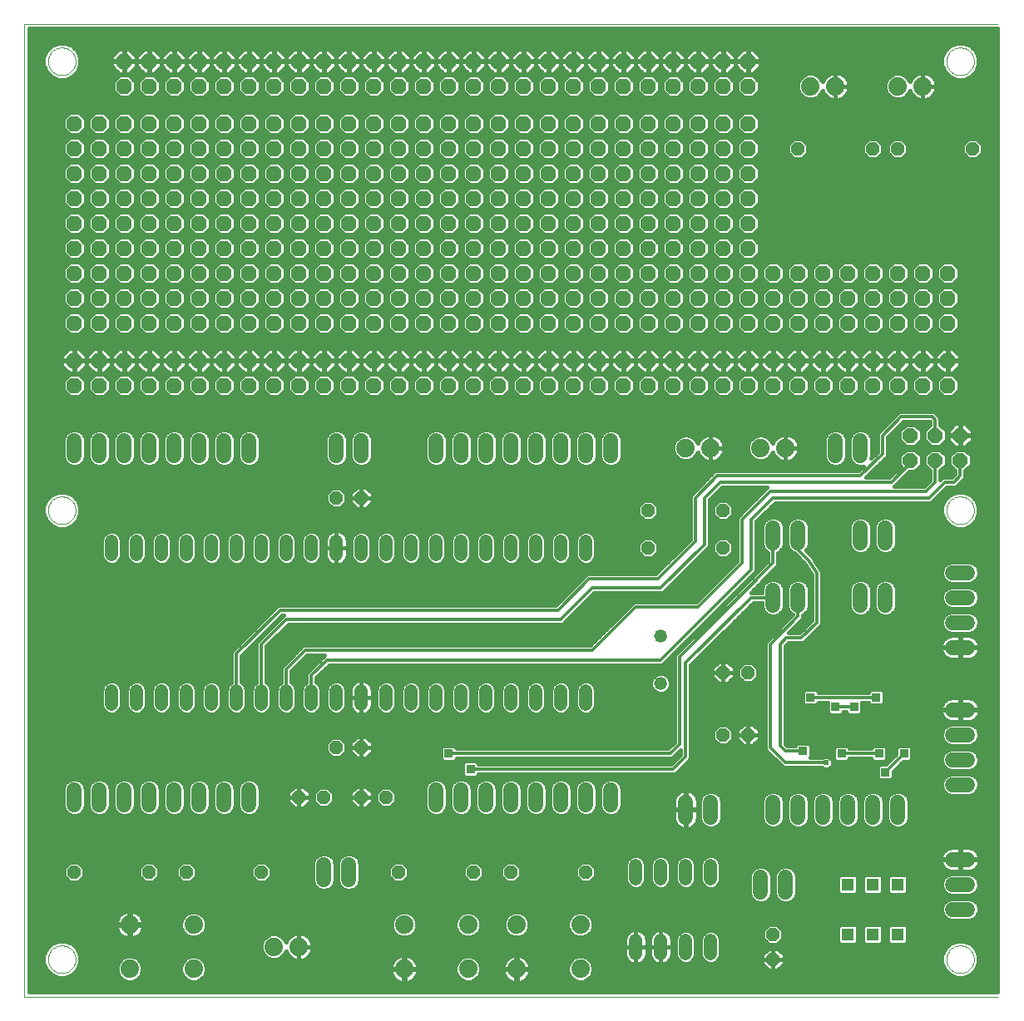
<source format=gbl>
G75*
%MOIN*%
%OFA0B0*%
%FSLAX24Y24*%
%IPPOS*%
%LPD*%
%AMOC8*
5,1,8,0,0,1.08239X$1,22.5*
%
%ADD10C,0.0000*%
%ADD11C,0.0520*%
%ADD12OC8,0.0520*%
%ADD13C,0.0600*%
%ADD14C,0.0740*%
%ADD15R,0.0515X0.0515*%
%ADD16C,0.0520*%
%ADD17OC8,0.0600*%
%ADD18OC8,0.0630*%
%ADD19C,0.0160*%
%ADD20C,0.0240*%
%ADD21C,0.0120*%
%ADD22R,0.0356X0.0356*%
D10*
X000180Y000180D02*
X000180Y039180D01*
X039180Y039180D01*
X037129Y037680D02*
X037131Y037727D01*
X037137Y037773D01*
X037147Y037819D01*
X037160Y037864D01*
X037178Y037907D01*
X037199Y037949D01*
X037223Y037989D01*
X037251Y038026D01*
X037282Y038061D01*
X037316Y038094D01*
X037352Y038123D01*
X037391Y038149D01*
X037432Y038172D01*
X037475Y038191D01*
X037519Y038207D01*
X037564Y038219D01*
X037610Y038227D01*
X037657Y038231D01*
X037703Y038231D01*
X037750Y038227D01*
X037796Y038219D01*
X037841Y038207D01*
X037885Y038191D01*
X037928Y038172D01*
X037969Y038149D01*
X038008Y038123D01*
X038044Y038094D01*
X038078Y038061D01*
X038109Y038026D01*
X038137Y037989D01*
X038161Y037949D01*
X038182Y037907D01*
X038200Y037864D01*
X038213Y037819D01*
X038223Y037773D01*
X038229Y037727D01*
X038231Y037680D01*
X038229Y037633D01*
X038223Y037587D01*
X038213Y037541D01*
X038200Y037496D01*
X038182Y037453D01*
X038161Y037411D01*
X038137Y037371D01*
X038109Y037334D01*
X038078Y037299D01*
X038044Y037266D01*
X038008Y037237D01*
X037969Y037211D01*
X037928Y037188D01*
X037885Y037169D01*
X037841Y037153D01*
X037796Y037141D01*
X037750Y037133D01*
X037703Y037129D01*
X037657Y037129D01*
X037610Y037133D01*
X037564Y037141D01*
X037519Y037153D01*
X037475Y037169D01*
X037432Y037188D01*
X037391Y037211D01*
X037352Y037237D01*
X037316Y037266D01*
X037282Y037299D01*
X037251Y037334D01*
X037223Y037371D01*
X037199Y037411D01*
X037178Y037453D01*
X037160Y037496D01*
X037147Y037541D01*
X037137Y037587D01*
X037131Y037633D01*
X037129Y037680D01*
X037129Y019680D02*
X037131Y019727D01*
X037137Y019773D01*
X037147Y019819D01*
X037160Y019864D01*
X037178Y019907D01*
X037199Y019949D01*
X037223Y019989D01*
X037251Y020026D01*
X037282Y020061D01*
X037316Y020094D01*
X037352Y020123D01*
X037391Y020149D01*
X037432Y020172D01*
X037475Y020191D01*
X037519Y020207D01*
X037564Y020219D01*
X037610Y020227D01*
X037657Y020231D01*
X037703Y020231D01*
X037750Y020227D01*
X037796Y020219D01*
X037841Y020207D01*
X037885Y020191D01*
X037928Y020172D01*
X037969Y020149D01*
X038008Y020123D01*
X038044Y020094D01*
X038078Y020061D01*
X038109Y020026D01*
X038137Y019989D01*
X038161Y019949D01*
X038182Y019907D01*
X038200Y019864D01*
X038213Y019819D01*
X038223Y019773D01*
X038229Y019727D01*
X038231Y019680D01*
X038229Y019633D01*
X038223Y019587D01*
X038213Y019541D01*
X038200Y019496D01*
X038182Y019453D01*
X038161Y019411D01*
X038137Y019371D01*
X038109Y019334D01*
X038078Y019299D01*
X038044Y019266D01*
X038008Y019237D01*
X037969Y019211D01*
X037928Y019188D01*
X037885Y019169D01*
X037841Y019153D01*
X037796Y019141D01*
X037750Y019133D01*
X037703Y019129D01*
X037657Y019129D01*
X037610Y019133D01*
X037564Y019141D01*
X037519Y019153D01*
X037475Y019169D01*
X037432Y019188D01*
X037391Y019211D01*
X037352Y019237D01*
X037316Y019266D01*
X037282Y019299D01*
X037251Y019334D01*
X037223Y019371D01*
X037199Y019411D01*
X037178Y019453D01*
X037160Y019496D01*
X037147Y019541D01*
X037137Y019587D01*
X037131Y019633D01*
X037129Y019680D01*
X037129Y001680D02*
X037131Y001727D01*
X037137Y001773D01*
X037147Y001819D01*
X037160Y001864D01*
X037178Y001907D01*
X037199Y001949D01*
X037223Y001989D01*
X037251Y002026D01*
X037282Y002061D01*
X037316Y002094D01*
X037352Y002123D01*
X037391Y002149D01*
X037432Y002172D01*
X037475Y002191D01*
X037519Y002207D01*
X037564Y002219D01*
X037610Y002227D01*
X037657Y002231D01*
X037703Y002231D01*
X037750Y002227D01*
X037796Y002219D01*
X037841Y002207D01*
X037885Y002191D01*
X037928Y002172D01*
X037969Y002149D01*
X038008Y002123D01*
X038044Y002094D01*
X038078Y002061D01*
X038109Y002026D01*
X038137Y001989D01*
X038161Y001949D01*
X038182Y001907D01*
X038200Y001864D01*
X038213Y001819D01*
X038223Y001773D01*
X038229Y001727D01*
X038231Y001680D01*
X038229Y001633D01*
X038223Y001587D01*
X038213Y001541D01*
X038200Y001496D01*
X038182Y001453D01*
X038161Y001411D01*
X038137Y001371D01*
X038109Y001334D01*
X038078Y001299D01*
X038044Y001266D01*
X038008Y001237D01*
X037969Y001211D01*
X037928Y001188D01*
X037885Y001169D01*
X037841Y001153D01*
X037796Y001141D01*
X037750Y001133D01*
X037703Y001129D01*
X037657Y001129D01*
X037610Y001133D01*
X037564Y001141D01*
X037519Y001153D01*
X037475Y001169D01*
X037432Y001188D01*
X037391Y001211D01*
X037352Y001237D01*
X037316Y001266D01*
X037282Y001299D01*
X037251Y001334D01*
X037223Y001371D01*
X037199Y001411D01*
X037178Y001453D01*
X037160Y001496D01*
X037147Y001541D01*
X037137Y001587D01*
X037131Y001633D01*
X037129Y001680D01*
X039180Y000180D02*
X000180Y000180D01*
X001129Y001680D02*
X001131Y001727D01*
X001137Y001773D01*
X001147Y001819D01*
X001160Y001864D01*
X001178Y001907D01*
X001199Y001949D01*
X001223Y001989D01*
X001251Y002026D01*
X001282Y002061D01*
X001316Y002094D01*
X001352Y002123D01*
X001391Y002149D01*
X001432Y002172D01*
X001475Y002191D01*
X001519Y002207D01*
X001564Y002219D01*
X001610Y002227D01*
X001657Y002231D01*
X001703Y002231D01*
X001750Y002227D01*
X001796Y002219D01*
X001841Y002207D01*
X001885Y002191D01*
X001928Y002172D01*
X001969Y002149D01*
X002008Y002123D01*
X002044Y002094D01*
X002078Y002061D01*
X002109Y002026D01*
X002137Y001989D01*
X002161Y001949D01*
X002182Y001907D01*
X002200Y001864D01*
X002213Y001819D01*
X002223Y001773D01*
X002229Y001727D01*
X002231Y001680D01*
X002229Y001633D01*
X002223Y001587D01*
X002213Y001541D01*
X002200Y001496D01*
X002182Y001453D01*
X002161Y001411D01*
X002137Y001371D01*
X002109Y001334D01*
X002078Y001299D01*
X002044Y001266D01*
X002008Y001237D01*
X001969Y001211D01*
X001928Y001188D01*
X001885Y001169D01*
X001841Y001153D01*
X001796Y001141D01*
X001750Y001133D01*
X001703Y001129D01*
X001657Y001129D01*
X001610Y001133D01*
X001564Y001141D01*
X001519Y001153D01*
X001475Y001169D01*
X001432Y001188D01*
X001391Y001211D01*
X001352Y001237D01*
X001316Y001266D01*
X001282Y001299D01*
X001251Y001334D01*
X001223Y001371D01*
X001199Y001411D01*
X001178Y001453D01*
X001160Y001496D01*
X001147Y001541D01*
X001137Y001587D01*
X001131Y001633D01*
X001129Y001680D01*
X001129Y019680D02*
X001131Y019727D01*
X001137Y019773D01*
X001147Y019819D01*
X001160Y019864D01*
X001178Y019907D01*
X001199Y019949D01*
X001223Y019989D01*
X001251Y020026D01*
X001282Y020061D01*
X001316Y020094D01*
X001352Y020123D01*
X001391Y020149D01*
X001432Y020172D01*
X001475Y020191D01*
X001519Y020207D01*
X001564Y020219D01*
X001610Y020227D01*
X001657Y020231D01*
X001703Y020231D01*
X001750Y020227D01*
X001796Y020219D01*
X001841Y020207D01*
X001885Y020191D01*
X001928Y020172D01*
X001969Y020149D01*
X002008Y020123D01*
X002044Y020094D01*
X002078Y020061D01*
X002109Y020026D01*
X002137Y019989D01*
X002161Y019949D01*
X002182Y019907D01*
X002200Y019864D01*
X002213Y019819D01*
X002223Y019773D01*
X002229Y019727D01*
X002231Y019680D01*
X002229Y019633D01*
X002223Y019587D01*
X002213Y019541D01*
X002200Y019496D01*
X002182Y019453D01*
X002161Y019411D01*
X002137Y019371D01*
X002109Y019334D01*
X002078Y019299D01*
X002044Y019266D01*
X002008Y019237D01*
X001969Y019211D01*
X001928Y019188D01*
X001885Y019169D01*
X001841Y019153D01*
X001796Y019141D01*
X001750Y019133D01*
X001703Y019129D01*
X001657Y019129D01*
X001610Y019133D01*
X001564Y019141D01*
X001519Y019153D01*
X001475Y019169D01*
X001432Y019188D01*
X001391Y019211D01*
X001352Y019237D01*
X001316Y019266D01*
X001282Y019299D01*
X001251Y019334D01*
X001223Y019371D01*
X001199Y019411D01*
X001178Y019453D01*
X001160Y019496D01*
X001147Y019541D01*
X001137Y019587D01*
X001131Y019633D01*
X001129Y019680D01*
X001129Y037680D02*
X001131Y037727D01*
X001137Y037773D01*
X001147Y037819D01*
X001160Y037864D01*
X001178Y037907D01*
X001199Y037949D01*
X001223Y037989D01*
X001251Y038026D01*
X001282Y038061D01*
X001316Y038094D01*
X001352Y038123D01*
X001391Y038149D01*
X001432Y038172D01*
X001475Y038191D01*
X001519Y038207D01*
X001564Y038219D01*
X001610Y038227D01*
X001657Y038231D01*
X001703Y038231D01*
X001750Y038227D01*
X001796Y038219D01*
X001841Y038207D01*
X001885Y038191D01*
X001928Y038172D01*
X001969Y038149D01*
X002008Y038123D01*
X002044Y038094D01*
X002078Y038061D01*
X002109Y038026D01*
X002137Y037989D01*
X002161Y037949D01*
X002182Y037907D01*
X002200Y037864D01*
X002213Y037819D01*
X002223Y037773D01*
X002229Y037727D01*
X002231Y037680D01*
X002229Y037633D01*
X002223Y037587D01*
X002213Y037541D01*
X002200Y037496D01*
X002182Y037453D01*
X002161Y037411D01*
X002137Y037371D01*
X002109Y037334D01*
X002078Y037299D01*
X002044Y037266D01*
X002008Y037237D01*
X001969Y037211D01*
X001928Y037188D01*
X001885Y037169D01*
X001841Y037153D01*
X001796Y037141D01*
X001750Y037133D01*
X001703Y037129D01*
X001657Y037129D01*
X001610Y037133D01*
X001564Y037141D01*
X001519Y037153D01*
X001475Y037169D01*
X001432Y037188D01*
X001391Y037211D01*
X001352Y037237D01*
X001316Y037266D01*
X001282Y037299D01*
X001251Y037334D01*
X001223Y037371D01*
X001199Y037411D01*
X001178Y037453D01*
X001160Y037496D01*
X001147Y037541D01*
X001137Y037587D01*
X001131Y037633D01*
X001129Y037680D01*
D11*
X003680Y018440D02*
X003680Y017920D01*
X004680Y017920D02*
X004680Y018440D01*
X005680Y018440D02*
X005680Y017920D01*
X006680Y017920D02*
X006680Y018440D01*
X007680Y018440D02*
X007680Y017920D01*
X008680Y017920D02*
X008680Y018440D01*
X009680Y018440D02*
X009680Y017920D01*
X010680Y017920D02*
X010680Y018440D01*
X011680Y018440D02*
X011680Y017920D01*
X012680Y017920D02*
X012680Y018440D01*
X013680Y018440D02*
X013680Y017920D01*
X014680Y017920D02*
X014680Y018440D01*
X015680Y018440D02*
X015680Y017920D01*
X016680Y017920D02*
X016680Y018440D01*
X017680Y018440D02*
X017680Y017920D01*
X018680Y017920D02*
X018680Y018440D01*
X019680Y018440D02*
X019680Y017920D01*
X020680Y017920D02*
X020680Y018440D01*
X021680Y018440D02*
X021680Y017920D01*
X022680Y017920D02*
X022680Y018440D01*
X022680Y012440D02*
X022680Y011920D01*
X021680Y011920D02*
X021680Y012440D01*
X020680Y012440D02*
X020680Y011920D01*
X019680Y011920D02*
X019680Y012440D01*
X018680Y012440D02*
X018680Y011920D01*
X017680Y011920D02*
X017680Y012440D01*
X016680Y012440D02*
X016680Y011920D01*
X015680Y011920D02*
X015680Y012440D01*
X014680Y012440D02*
X014680Y011920D01*
X013680Y011920D02*
X013680Y012440D01*
X012680Y012440D02*
X012680Y011920D01*
X011680Y011920D02*
X011680Y012440D01*
X010680Y012440D02*
X010680Y011920D01*
X009680Y011920D02*
X009680Y012440D01*
X008680Y012440D02*
X008680Y011920D01*
X007680Y011920D02*
X007680Y012440D01*
X006680Y012440D02*
X006680Y011920D01*
X005680Y011920D02*
X005680Y012440D01*
X004680Y012440D02*
X004680Y011920D01*
X003680Y011920D02*
X003680Y012440D01*
X024680Y005440D02*
X024680Y004920D01*
X025680Y004920D02*
X025680Y005440D01*
X026680Y005440D02*
X026680Y004920D01*
X027680Y004920D02*
X027680Y005440D01*
X027680Y002440D02*
X027680Y001920D01*
X026680Y001920D02*
X026680Y002440D01*
X025680Y002440D02*
X025680Y001920D01*
X024680Y001920D02*
X024680Y002440D01*
D12*
X022680Y005180D03*
X019680Y005180D03*
X018180Y005180D03*
X015180Y005180D03*
X014680Y008180D03*
X013680Y008180D03*
X012180Y008180D03*
X011180Y008180D03*
X012680Y010180D03*
X013680Y010180D03*
X009680Y005180D03*
X006680Y005180D03*
X005180Y005180D03*
X002180Y005180D03*
X012680Y020180D03*
X013680Y020180D03*
X025180Y019680D03*
X025180Y018180D03*
X028180Y018180D03*
X028180Y019680D03*
X028180Y013180D03*
X029180Y013180D03*
X029180Y010680D03*
X028180Y010680D03*
X030180Y002680D03*
X030180Y001680D03*
X031180Y034180D03*
X034180Y034180D03*
X035180Y034180D03*
X038180Y034180D03*
D13*
X033680Y022480D02*
X033680Y021880D01*
X032680Y021880D02*
X032680Y022480D01*
X033680Y018980D02*
X033680Y018380D01*
X034680Y018380D02*
X034680Y018980D01*
X034680Y016480D02*
X034680Y015880D01*
X033680Y015880D02*
X033680Y016480D01*
X031180Y016480D02*
X031180Y015880D01*
X030180Y015880D02*
X030180Y016480D01*
X030180Y018380D02*
X030180Y018980D01*
X031180Y018980D02*
X031180Y018380D01*
X037380Y017180D02*
X037980Y017180D01*
X037980Y016180D02*
X037380Y016180D01*
X037380Y015180D02*
X037980Y015180D01*
X037980Y014180D02*
X037380Y014180D01*
X037380Y011680D02*
X037980Y011680D01*
X037980Y010680D02*
X037380Y010680D01*
X037380Y009680D02*
X037980Y009680D01*
X037980Y008680D02*
X037380Y008680D01*
X035180Y007980D02*
X035180Y007380D01*
X034180Y007380D02*
X034180Y007980D01*
X033180Y007980D02*
X033180Y007380D01*
X032180Y007380D02*
X032180Y007980D01*
X031180Y007980D02*
X031180Y007380D01*
X030180Y007380D02*
X030180Y007980D01*
X027680Y007980D02*
X027680Y007380D01*
X026680Y007380D02*
X026680Y007980D01*
X023680Y007880D02*
X023680Y008480D01*
X022680Y008480D02*
X022680Y007880D01*
X021680Y007880D02*
X021680Y008480D01*
X020680Y008480D02*
X020680Y007880D01*
X019680Y007880D02*
X019680Y008480D01*
X018680Y008480D02*
X018680Y007880D01*
X017680Y007880D02*
X017680Y008480D01*
X016680Y008480D02*
X016680Y007880D01*
X013180Y005480D02*
X013180Y004880D01*
X012180Y004880D02*
X012180Y005480D01*
X009180Y007880D02*
X009180Y008480D01*
X008180Y008480D02*
X008180Y007880D01*
X007180Y007880D02*
X007180Y008480D01*
X006180Y008480D02*
X006180Y007880D01*
X005180Y007880D02*
X005180Y008480D01*
X004180Y008480D02*
X004180Y007880D01*
X003180Y007880D02*
X003180Y008480D01*
X002180Y008480D02*
X002180Y007880D01*
X002180Y021880D02*
X002180Y022480D01*
X003180Y022480D02*
X003180Y021880D01*
X004180Y021880D02*
X004180Y022480D01*
X005180Y022480D02*
X005180Y021880D01*
X006180Y021880D02*
X006180Y022480D01*
X007180Y022480D02*
X007180Y021880D01*
X008180Y021880D02*
X008180Y022480D01*
X009180Y022480D02*
X009180Y021880D01*
X012680Y021880D02*
X012680Y022480D01*
X013680Y022480D02*
X013680Y021880D01*
X016680Y021880D02*
X016680Y022480D01*
X017680Y022480D02*
X017680Y021880D01*
X018680Y021880D02*
X018680Y022480D01*
X019680Y022480D02*
X019680Y021880D01*
X020680Y021880D02*
X020680Y022480D01*
X021680Y022480D02*
X021680Y021880D01*
X022680Y021880D02*
X022680Y022480D01*
X023680Y022480D02*
X023680Y021880D01*
X037380Y005680D02*
X037980Y005680D01*
X037980Y004680D02*
X037380Y004680D01*
X037380Y003680D02*
X037980Y003680D01*
X030680Y004380D02*
X030680Y004980D01*
X029680Y004980D02*
X029680Y004380D01*
D14*
X022460Y003070D03*
X022460Y001290D03*
X019900Y001290D03*
X019900Y003070D03*
X017960Y003070D03*
X017960Y001290D03*
X015400Y001290D03*
X015400Y003070D03*
X011180Y002180D03*
X010180Y002180D03*
X006960Y001290D03*
X006960Y003070D03*
X004400Y003070D03*
X004400Y001290D03*
X026680Y022180D03*
X027680Y022180D03*
X029680Y022180D03*
X030680Y022180D03*
X031680Y036680D03*
X032680Y036680D03*
X035180Y036680D03*
X036180Y036680D03*
D15*
X035180Y004680D03*
X034180Y004680D03*
X033180Y004680D03*
X033180Y002680D03*
X034180Y002680D03*
X035180Y002680D03*
D16*
X025680Y012730D03*
X025680Y014630D03*
D17*
X035680Y021680D03*
X035680Y022680D03*
X036680Y022680D03*
X036680Y021680D03*
X037680Y021680D03*
X037680Y022680D03*
D18*
X037180Y024680D03*
X037180Y025680D03*
X036180Y025680D03*
X035180Y025680D03*
X035180Y024680D03*
X036180Y024680D03*
X034180Y024680D03*
X034180Y025680D03*
X033180Y025680D03*
X032180Y025680D03*
X032180Y024680D03*
X033180Y024680D03*
X031180Y024680D03*
X030180Y024680D03*
X030180Y025680D03*
X031180Y025680D03*
X031180Y027180D03*
X031180Y028180D03*
X030180Y028180D03*
X030180Y027180D03*
X029180Y027180D03*
X029180Y028180D03*
X028180Y028180D03*
X028180Y027180D03*
X027180Y027180D03*
X027180Y028180D03*
X026180Y028180D03*
X026180Y027180D03*
X025180Y027180D03*
X025180Y028180D03*
X024180Y028180D03*
X024180Y027180D03*
X023180Y027180D03*
X023180Y028180D03*
X022180Y028180D03*
X022180Y027180D03*
X021180Y027180D03*
X021180Y028180D03*
X020180Y028180D03*
X020180Y027180D03*
X019180Y027180D03*
X019180Y028180D03*
X018180Y028180D03*
X018180Y027180D03*
X017180Y027180D03*
X017180Y028180D03*
X017180Y029180D03*
X017180Y030180D03*
X017180Y031180D03*
X017180Y032180D03*
X017180Y033180D03*
X017180Y034180D03*
X017180Y035180D03*
X016180Y035180D03*
X015180Y035180D03*
X015180Y034180D03*
X015180Y033180D03*
X016180Y033180D03*
X016180Y034180D03*
X016180Y032180D03*
X016180Y031180D03*
X015180Y031180D03*
X015180Y032180D03*
X014180Y032180D03*
X014180Y031180D03*
X013180Y031180D03*
X013180Y032180D03*
X013180Y033180D03*
X013180Y034180D03*
X014180Y034180D03*
X014180Y033180D03*
X014180Y035180D03*
X013180Y035180D03*
X012180Y035180D03*
X011180Y035180D03*
X011180Y034180D03*
X011180Y033180D03*
X012180Y033180D03*
X012180Y034180D03*
X012180Y032180D03*
X012180Y031180D03*
X011180Y031180D03*
X011180Y032180D03*
X010180Y032180D03*
X010180Y031180D03*
X009180Y031180D03*
X009180Y032180D03*
X009180Y033180D03*
X009180Y034180D03*
X010180Y034180D03*
X010180Y033180D03*
X010180Y035180D03*
X009180Y035180D03*
X008180Y035180D03*
X007180Y035180D03*
X007180Y034180D03*
X007180Y033180D03*
X008180Y033180D03*
X008180Y034180D03*
X008180Y032180D03*
X008180Y031180D03*
X007180Y031180D03*
X007180Y032180D03*
X006180Y032180D03*
X006180Y031180D03*
X005180Y031180D03*
X005180Y032180D03*
X005180Y033180D03*
X005180Y034180D03*
X006180Y034180D03*
X006180Y033180D03*
X006180Y035180D03*
X005180Y035180D03*
X004180Y035180D03*
X003180Y035180D03*
X003180Y034180D03*
X003180Y033180D03*
X004180Y033180D03*
X004180Y034180D03*
X004180Y032180D03*
X004180Y031180D03*
X003180Y031180D03*
X003180Y032180D03*
X002180Y032180D03*
X002180Y031180D03*
X002180Y030180D03*
X002180Y029180D03*
X002180Y028180D03*
X002180Y027180D03*
X003180Y027180D03*
X003180Y028180D03*
X004180Y028180D03*
X004180Y027180D03*
X005180Y027180D03*
X005180Y028180D03*
X006180Y028180D03*
X006180Y027180D03*
X007180Y027180D03*
X007180Y028180D03*
X008180Y028180D03*
X008180Y027180D03*
X009180Y027180D03*
X009180Y028180D03*
X010180Y028180D03*
X010180Y027180D03*
X011180Y027180D03*
X011180Y028180D03*
X012180Y028180D03*
X012180Y027180D03*
X013180Y027180D03*
X013180Y028180D03*
X014180Y028180D03*
X014180Y027180D03*
X015180Y027180D03*
X015180Y028180D03*
X016180Y028180D03*
X016180Y027180D03*
X016180Y025680D03*
X015180Y025680D03*
X015180Y024680D03*
X016180Y024680D03*
X017180Y024680D03*
X017180Y025680D03*
X018180Y025680D03*
X019180Y025680D03*
X019180Y024680D03*
X018180Y024680D03*
X020180Y024680D03*
X021180Y024680D03*
X021180Y025680D03*
X020180Y025680D03*
X022180Y025680D03*
X023180Y025680D03*
X023180Y024680D03*
X022180Y024680D03*
X024180Y024680D03*
X025180Y024680D03*
X025180Y025680D03*
X024180Y025680D03*
X026180Y025680D03*
X027180Y025680D03*
X027180Y024680D03*
X026180Y024680D03*
X028180Y024680D03*
X029180Y024680D03*
X029180Y025680D03*
X028180Y025680D03*
X028180Y029180D03*
X028180Y030180D03*
X029180Y030180D03*
X029180Y029180D03*
X030180Y029180D03*
X031180Y029180D03*
X032180Y029180D03*
X033180Y029180D03*
X033180Y028180D03*
X033180Y027180D03*
X032180Y027180D03*
X032180Y028180D03*
X034180Y028180D03*
X034180Y027180D03*
X035180Y027180D03*
X035180Y028180D03*
X036180Y028180D03*
X036180Y027180D03*
X037180Y027180D03*
X037180Y028180D03*
X037180Y029180D03*
X036180Y029180D03*
X035180Y029180D03*
X034180Y029180D03*
X029180Y031180D03*
X029180Y032180D03*
X028180Y032180D03*
X028180Y031180D03*
X027180Y031180D03*
X027180Y032180D03*
X026180Y032180D03*
X026180Y031180D03*
X026180Y030180D03*
X026180Y029180D03*
X027180Y029180D03*
X027180Y030180D03*
X025180Y030180D03*
X025180Y029180D03*
X024180Y029180D03*
X024180Y030180D03*
X024180Y031180D03*
X024180Y032180D03*
X025180Y032180D03*
X025180Y031180D03*
X025180Y033180D03*
X025180Y034180D03*
X024180Y034180D03*
X024180Y033180D03*
X023180Y033180D03*
X023180Y034180D03*
X022180Y034180D03*
X022180Y033180D03*
X022180Y032180D03*
X022180Y031180D03*
X023180Y031180D03*
X023180Y032180D03*
X023180Y030180D03*
X023180Y029180D03*
X022180Y029180D03*
X022180Y030180D03*
X021180Y030180D03*
X021180Y029180D03*
X020180Y029180D03*
X020180Y030180D03*
X020180Y031180D03*
X020180Y032180D03*
X021180Y032180D03*
X021180Y031180D03*
X021180Y033180D03*
X021180Y034180D03*
X020180Y034180D03*
X020180Y033180D03*
X019180Y033180D03*
X019180Y034180D03*
X018180Y034180D03*
X018180Y033180D03*
X018180Y032180D03*
X018180Y031180D03*
X019180Y031180D03*
X019180Y032180D03*
X019180Y030180D03*
X019180Y029180D03*
X018180Y029180D03*
X018180Y030180D03*
X016180Y030180D03*
X016180Y029180D03*
X015180Y029180D03*
X015180Y030180D03*
X014180Y030180D03*
X014180Y029180D03*
X013180Y029180D03*
X013180Y030180D03*
X012180Y030180D03*
X012180Y029180D03*
X011180Y029180D03*
X011180Y030180D03*
X010180Y030180D03*
X010180Y029180D03*
X009180Y029180D03*
X009180Y030180D03*
X008180Y030180D03*
X008180Y029180D03*
X007180Y029180D03*
X007180Y030180D03*
X006180Y030180D03*
X006180Y029180D03*
X005180Y029180D03*
X005180Y030180D03*
X004180Y030180D03*
X004180Y029180D03*
X003180Y029180D03*
X003180Y030180D03*
X002180Y033180D03*
X002180Y034180D03*
X002180Y035180D03*
X004180Y036680D03*
X004180Y037680D03*
X005180Y037680D03*
X005180Y036680D03*
X006180Y036680D03*
X006180Y037680D03*
X007180Y037680D03*
X007180Y036680D03*
X008180Y036680D03*
X008180Y037680D03*
X009180Y037680D03*
X009180Y036680D03*
X010180Y036680D03*
X010180Y037680D03*
X011180Y037680D03*
X011180Y036680D03*
X012180Y036680D03*
X012180Y037680D03*
X013180Y037680D03*
X013180Y036680D03*
X014180Y036680D03*
X014180Y037680D03*
X015180Y037680D03*
X015180Y036680D03*
X016180Y036680D03*
X016180Y037680D03*
X017180Y037680D03*
X017180Y036680D03*
X018180Y036680D03*
X018180Y037680D03*
X019180Y037680D03*
X019180Y036680D03*
X020180Y036680D03*
X020180Y037680D03*
X021180Y037680D03*
X021180Y036680D03*
X022180Y036680D03*
X022180Y037680D03*
X023180Y037680D03*
X023180Y036680D03*
X024180Y036680D03*
X024180Y037680D03*
X025180Y037680D03*
X025180Y036680D03*
X026180Y036680D03*
X026180Y037680D03*
X027180Y037680D03*
X027180Y036680D03*
X028180Y036680D03*
X028180Y037680D03*
X029180Y037680D03*
X029180Y036680D03*
X029180Y035180D03*
X028180Y035180D03*
X028180Y034180D03*
X028180Y033180D03*
X029180Y033180D03*
X029180Y034180D03*
X027180Y034180D03*
X027180Y033180D03*
X026180Y033180D03*
X026180Y034180D03*
X026180Y035180D03*
X027180Y035180D03*
X025180Y035180D03*
X024180Y035180D03*
X023180Y035180D03*
X022180Y035180D03*
X021180Y035180D03*
X020180Y035180D03*
X019180Y035180D03*
X018180Y035180D03*
X014180Y025680D03*
X013180Y025680D03*
X013180Y024680D03*
X014180Y024680D03*
X012180Y024680D03*
X011180Y024680D03*
X011180Y025680D03*
X012180Y025680D03*
X010180Y025680D03*
X009180Y025680D03*
X009180Y024680D03*
X010180Y024680D03*
X008180Y024680D03*
X007180Y024680D03*
X007180Y025680D03*
X008180Y025680D03*
X006180Y025680D03*
X005180Y025680D03*
X005180Y024680D03*
X006180Y024680D03*
X004180Y024680D03*
X003180Y024680D03*
X003180Y025680D03*
X004180Y025680D03*
X002180Y025680D03*
X002180Y024680D03*
D19*
X002635Y024748D02*
X002725Y024748D01*
X002725Y024868D02*
X002725Y024492D01*
X002992Y024225D01*
X003368Y024225D01*
X003635Y024492D01*
X003635Y024868D01*
X003368Y025135D01*
X002992Y025135D01*
X002725Y024868D01*
X002763Y024906D02*
X002597Y024906D01*
X002635Y024868D02*
X002368Y025135D01*
X001992Y025135D01*
X001725Y024868D01*
X001725Y024492D01*
X001992Y024225D01*
X002368Y024225D01*
X002635Y024492D01*
X002635Y024868D01*
X002439Y025065D02*
X002921Y025065D01*
X002975Y025185D02*
X003170Y025185D01*
X003170Y025670D01*
X003190Y025670D01*
X003190Y025690D01*
X003675Y025690D01*
X003675Y025885D01*
X003385Y026175D01*
X003190Y026175D01*
X003190Y025690D01*
X003170Y025690D01*
X003170Y026175D01*
X002975Y026175D01*
X002685Y025885D01*
X002685Y025690D01*
X003170Y025690D01*
X003170Y025670D01*
X002685Y025670D01*
X002685Y025475D01*
X002975Y025185D01*
X002937Y025223D02*
X002423Y025223D01*
X002385Y025185D02*
X002675Y025475D01*
X002675Y025670D01*
X002190Y025670D01*
X002190Y025690D01*
X002675Y025690D01*
X002675Y025885D01*
X002385Y026175D01*
X002190Y026175D01*
X002190Y025690D01*
X002170Y025690D01*
X002170Y026175D01*
X001975Y026175D01*
X001685Y025885D01*
X001685Y025690D01*
X002170Y025690D01*
X002170Y025670D01*
X002190Y025670D01*
X002190Y025185D01*
X002385Y025185D01*
X002190Y025223D02*
X002170Y025223D01*
X002170Y025185D02*
X001975Y025185D01*
X001685Y025475D01*
X001685Y025670D01*
X002170Y025670D01*
X002170Y025185D01*
X002170Y025382D02*
X002190Y025382D01*
X002190Y025540D02*
X002170Y025540D01*
X002170Y025699D02*
X002190Y025699D01*
X002190Y025857D02*
X002170Y025857D01*
X002170Y026016D02*
X002190Y026016D01*
X002190Y026174D02*
X002170Y026174D01*
X001974Y026174D02*
X000360Y026174D01*
X000360Y026016D02*
X001816Y026016D01*
X001685Y025857D02*
X000360Y025857D01*
X000360Y025699D02*
X001685Y025699D01*
X001685Y025540D02*
X000360Y025540D01*
X000360Y025382D02*
X001778Y025382D01*
X001937Y025223D02*
X000360Y025223D01*
X000360Y025065D02*
X001921Y025065D01*
X001763Y024906D02*
X000360Y024906D01*
X000360Y024748D02*
X001725Y024748D01*
X001725Y024589D02*
X000360Y024589D01*
X000360Y024431D02*
X001786Y024431D01*
X001944Y024272D02*
X000360Y024272D01*
X000360Y024114D02*
X039180Y024114D01*
X039180Y024272D02*
X037416Y024272D01*
X037368Y024225D02*
X037635Y024492D01*
X037635Y024868D01*
X037368Y025135D01*
X036992Y025135D01*
X036725Y024868D01*
X036725Y024492D01*
X036992Y024225D01*
X037368Y024225D01*
X037574Y024431D02*
X039180Y024431D01*
X039180Y024589D02*
X037635Y024589D01*
X037635Y024748D02*
X039180Y024748D01*
X039180Y024906D02*
X037597Y024906D01*
X037439Y025065D02*
X039180Y025065D01*
X039180Y025223D02*
X037423Y025223D01*
X037385Y025185D02*
X037675Y025475D01*
X037675Y025670D01*
X037190Y025670D01*
X037190Y025690D01*
X037675Y025690D01*
X037675Y025885D01*
X037385Y026175D01*
X037190Y026175D01*
X037190Y025690D01*
X037170Y025690D01*
X037170Y026175D01*
X036975Y026175D01*
X036685Y025885D01*
X036685Y025690D01*
X037170Y025690D01*
X037170Y025670D01*
X037190Y025670D01*
X037190Y025185D01*
X037385Y025185D01*
X037190Y025223D02*
X037170Y025223D01*
X037170Y025185D02*
X036975Y025185D01*
X036685Y025475D01*
X036685Y025670D01*
X037170Y025670D01*
X037170Y025185D01*
X037170Y025382D02*
X037190Y025382D01*
X037190Y025540D02*
X037170Y025540D01*
X037170Y025699D02*
X037190Y025699D01*
X037190Y025857D02*
X037170Y025857D01*
X037170Y026016D02*
X037190Y026016D01*
X037190Y026174D02*
X037170Y026174D01*
X036974Y026174D02*
X036386Y026174D01*
X036385Y026175D02*
X036190Y026175D01*
X036190Y025690D01*
X036675Y025690D01*
X036675Y025885D01*
X036385Y026175D01*
X036190Y026174D02*
X036170Y026174D01*
X036170Y026175D02*
X035975Y026175D01*
X035685Y025885D01*
X035685Y025690D01*
X036170Y025690D01*
X036170Y026175D01*
X036170Y026016D02*
X036190Y026016D01*
X036190Y025857D02*
X036170Y025857D01*
X036170Y025699D02*
X036190Y025699D01*
X036190Y025690D02*
X036170Y025690D01*
X036170Y025670D01*
X036190Y025670D01*
X036190Y025690D01*
X036190Y025670D02*
X036675Y025670D01*
X036675Y025475D01*
X036385Y025185D01*
X036190Y025185D01*
X036190Y025670D01*
X036170Y025670D02*
X036170Y025185D01*
X035975Y025185D01*
X035685Y025475D01*
X035685Y025670D01*
X036170Y025670D01*
X036170Y025540D02*
X036190Y025540D01*
X036190Y025382D02*
X036170Y025382D01*
X036170Y025223D02*
X036190Y025223D01*
X036368Y025135D02*
X035992Y025135D01*
X035725Y024868D01*
X035725Y024492D01*
X035992Y024225D01*
X036368Y024225D01*
X036635Y024492D01*
X036635Y024868D01*
X036368Y025135D01*
X036439Y025065D02*
X036921Y025065D01*
X036937Y025223D02*
X036423Y025223D01*
X036582Y025382D02*
X036778Y025382D01*
X036685Y025540D02*
X036675Y025540D01*
X036675Y025699D02*
X036685Y025699D01*
X036675Y025857D02*
X036685Y025857D01*
X036816Y026016D02*
X036544Y026016D01*
X035974Y026174D02*
X035386Y026174D01*
X035385Y026175D02*
X035190Y026175D01*
X035190Y025690D01*
X035675Y025690D01*
X035675Y025885D01*
X035385Y026175D01*
X035190Y026174D02*
X035170Y026174D01*
X035170Y026175D02*
X034975Y026175D01*
X034685Y025885D01*
X034685Y025690D01*
X035170Y025690D01*
X035170Y026175D01*
X035170Y026016D02*
X035190Y026016D01*
X035190Y025857D02*
X035170Y025857D01*
X035170Y025699D02*
X035190Y025699D01*
X035190Y025690D02*
X035170Y025690D01*
X035170Y025670D01*
X035190Y025670D01*
X035190Y025690D01*
X035190Y025670D02*
X035675Y025670D01*
X035675Y025475D01*
X035385Y025185D01*
X035190Y025185D01*
X035190Y025670D01*
X035170Y025670D02*
X035170Y025185D01*
X034975Y025185D01*
X034685Y025475D01*
X034685Y025670D01*
X035170Y025670D01*
X035170Y025540D02*
X035190Y025540D01*
X035190Y025382D02*
X035170Y025382D01*
X035170Y025223D02*
X035190Y025223D01*
X035368Y025135D02*
X034992Y025135D01*
X034725Y024868D01*
X034725Y024492D01*
X034992Y024225D01*
X035368Y024225D01*
X035635Y024492D01*
X035635Y024868D01*
X035368Y025135D01*
X035439Y025065D02*
X035921Y025065D01*
X035937Y025223D02*
X035423Y025223D01*
X035582Y025382D02*
X035778Y025382D01*
X035685Y025540D02*
X035675Y025540D01*
X035675Y025699D02*
X035685Y025699D01*
X035675Y025857D02*
X035685Y025857D01*
X035816Y026016D02*
X035544Y026016D01*
X034974Y026174D02*
X034386Y026174D01*
X034385Y026175D02*
X034190Y026175D01*
X034190Y025690D01*
X034675Y025690D01*
X034675Y025885D01*
X034385Y026175D01*
X034190Y026174D02*
X034170Y026174D01*
X034170Y026175D02*
X033975Y026175D01*
X033685Y025885D01*
X033685Y025690D01*
X034170Y025690D01*
X034170Y026175D01*
X034170Y026016D02*
X034190Y026016D01*
X034190Y025857D02*
X034170Y025857D01*
X034170Y025699D02*
X034190Y025699D01*
X034190Y025690D02*
X034170Y025690D01*
X034170Y025670D01*
X034190Y025670D01*
X034190Y025690D01*
X034190Y025670D02*
X034675Y025670D01*
X034675Y025475D01*
X034385Y025185D01*
X034190Y025185D01*
X034190Y025670D01*
X034170Y025670D02*
X034170Y025185D01*
X033975Y025185D01*
X033685Y025475D01*
X033685Y025670D01*
X034170Y025670D01*
X034170Y025540D02*
X034190Y025540D01*
X034190Y025382D02*
X034170Y025382D01*
X034170Y025223D02*
X034190Y025223D01*
X034368Y025135D02*
X033992Y025135D01*
X033725Y024868D01*
X033725Y024492D01*
X033992Y024225D01*
X034368Y024225D01*
X034635Y024492D01*
X034635Y024868D01*
X034368Y025135D01*
X034439Y025065D02*
X034921Y025065D01*
X034937Y025223D02*
X034423Y025223D01*
X034582Y025382D02*
X034778Y025382D01*
X034685Y025540D02*
X034675Y025540D01*
X034675Y025699D02*
X034685Y025699D01*
X034675Y025857D02*
X034685Y025857D01*
X034816Y026016D02*
X034544Y026016D01*
X034368Y026725D02*
X034635Y026992D01*
X034635Y027368D01*
X034368Y027635D01*
X033992Y027635D01*
X033725Y027368D01*
X033725Y026992D01*
X033992Y026725D01*
X034368Y026725D01*
X034452Y026808D02*
X034908Y026808D01*
X034992Y026725D02*
X035368Y026725D01*
X035635Y026992D01*
X035635Y027368D01*
X035368Y027635D01*
X034992Y027635D01*
X034725Y027368D01*
X034725Y026992D01*
X034992Y026725D01*
X034750Y026967D02*
X034610Y026967D01*
X034635Y027125D02*
X034725Y027125D01*
X034725Y027284D02*
X034635Y027284D01*
X034561Y027442D02*
X034799Y027442D01*
X034957Y027601D02*
X034403Y027601D01*
X034368Y027725D02*
X034635Y027992D01*
X034635Y028368D01*
X034368Y028635D01*
X033992Y028635D01*
X033725Y028368D01*
X033725Y027992D01*
X033992Y027725D01*
X034368Y027725D01*
X034403Y027759D02*
X034957Y027759D01*
X034992Y027725D02*
X035368Y027725D01*
X035635Y027992D01*
X035635Y028368D01*
X035368Y028635D01*
X034992Y028635D01*
X034725Y028368D01*
X034725Y027992D01*
X034992Y027725D01*
X034799Y027918D02*
X034561Y027918D01*
X034635Y028076D02*
X034725Y028076D01*
X034725Y028235D02*
X034635Y028235D01*
X034610Y028393D02*
X034750Y028393D01*
X034908Y028552D02*
X034452Y028552D01*
X034368Y028725D02*
X034635Y028992D01*
X034635Y029368D01*
X034368Y029635D01*
X033992Y029635D01*
X033725Y029368D01*
X033725Y028992D01*
X033992Y028725D01*
X034368Y028725D01*
X034512Y028869D02*
X034848Y028869D01*
X034725Y028992D02*
X034725Y029368D01*
X034992Y029635D01*
X035368Y029635D01*
X035635Y029368D01*
X035635Y028992D01*
X035368Y028725D01*
X034992Y028725D01*
X034725Y028992D01*
X034725Y029027D02*
X034635Y029027D01*
X034635Y029186D02*
X034725Y029186D01*
X034725Y029344D02*
X034635Y029344D01*
X034501Y029503D02*
X034859Y029503D01*
X035501Y029503D02*
X035859Y029503D01*
X035992Y029635D02*
X035725Y029368D01*
X035725Y028992D01*
X035992Y028725D01*
X036368Y028725D01*
X036635Y028992D01*
X036635Y029368D01*
X036368Y029635D01*
X035992Y029635D01*
X035725Y029344D02*
X035635Y029344D01*
X035635Y029186D02*
X035725Y029186D01*
X035725Y029027D02*
X035635Y029027D01*
X035512Y028869D02*
X035848Y028869D01*
X035992Y028635D02*
X035725Y028368D01*
X035725Y027992D01*
X035992Y027725D01*
X036368Y027725D01*
X036635Y027992D01*
X036635Y028368D01*
X036368Y028635D01*
X035992Y028635D01*
X035908Y028552D02*
X035452Y028552D01*
X035610Y028393D02*
X035750Y028393D01*
X035725Y028235D02*
X035635Y028235D01*
X035635Y028076D02*
X035725Y028076D01*
X035799Y027918D02*
X035561Y027918D01*
X035403Y027759D02*
X035957Y027759D01*
X035992Y027635D02*
X035725Y027368D01*
X035725Y026992D01*
X035992Y026725D01*
X036368Y026725D01*
X036635Y026992D01*
X036635Y027368D01*
X036368Y027635D01*
X035992Y027635D01*
X035957Y027601D02*
X035403Y027601D01*
X035561Y027442D02*
X035799Y027442D01*
X035725Y027284D02*
X035635Y027284D01*
X035635Y027125D02*
X035725Y027125D01*
X035750Y026967D02*
X035610Y026967D01*
X035452Y026808D02*
X035908Y026808D01*
X036452Y026808D02*
X036908Y026808D01*
X036992Y026725D02*
X037368Y026725D01*
X037635Y026992D01*
X037635Y027368D01*
X037368Y027635D01*
X036992Y027635D01*
X036725Y027368D01*
X036725Y026992D01*
X036992Y026725D01*
X036750Y026967D02*
X036610Y026967D01*
X036635Y027125D02*
X036725Y027125D01*
X036725Y027284D02*
X036635Y027284D01*
X036561Y027442D02*
X036799Y027442D01*
X036957Y027601D02*
X036403Y027601D01*
X036403Y027759D02*
X036957Y027759D01*
X036992Y027725D02*
X037368Y027725D01*
X037635Y027992D01*
X037635Y028368D01*
X037368Y028635D01*
X036992Y028635D01*
X036725Y028368D01*
X036725Y027992D01*
X036992Y027725D01*
X036799Y027918D02*
X036561Y027918D01*
X036635Y028076D02*
X036725Y028076D01*
X036725Y028235D02*
X036635Y028235D01*
X036610Y028393D02*
X036750Y028393D01*
X036908Y028552D02*
X036452Y028552D01*
X036512Y028869D02*
X036848Y028869D01*
X036725Y028992D02*
X036725Y029368D01*
X036992Y029635D01*
X037368Y029635D01*
X037635Y029368D01*
X037635Y028992D01*
X037368Y028725D01*
X036992Y028725D01*
X036725Y028992D01*
X036725Y029027D02*
X036635Y029027D01*
X036635Y029186D02*
X036725Y029186D01*
X036725Y029344D02*
X036635Y029344D01*
X036501Y029503D02*
X036859Y029503D01*
X037501Y029503D02*
X039180Y029503D01*
X039180Y029661D02*
X000360Y029661D01*
X000360Y029503D02*
X001859Y029503D01*
X001992Y029635D02*
X001725Y029368D01*
X001725Y028992D01*
X001992Y028725D01*
X002368Y028725D01*
X002635Y028992D01*
X002635Y029368D01*
X002368Y029635D01*
X001992Y029635D01*
X001992Y029725D02*
X002368Y029725D01*
X002635Y029992D01*
X002635Y030368D01*
X002368Y030635D01*
X001992Y030635D01*
X001725Y030368D01*
X001725Y029992D01*
X001992Y029725D01*
X001897Y029820D02*
X000360Y029820D01*
X000360Y029978D02*
X001738Y029978D01*
X001725Y030137D02*
X000360Y030137D01*
X000360Y030295D02*
X001725Y030295D01*
X001810Y030454D02*
X000360Y030454D01*
X000360Y030612D02*
X001969Y030612D01*
X001992Y030725D02*
X001725Y030992D01*
X001725Y031368D01*
X001992Y031635D01*
X002368Y031635D01*
X002635Y031368D01*
X002635Y030992D01*
X002368Y030725D01*
X001992Y030725D01*
X001946Y030771D02*
X000360Y030771D01*
X000360Y030929D02*
X001787Y030929D01*
X001725Y031088D02*
X000360Y031088D01*
X000360Y031246D02*
X001725Y031246D01*
X001761Y031405D02*
X000360Y031405D01*
X000360Y031563D02*
X001920Y031563D01*
X001992Y031725D02*
X001725Y031992D01*
X001725Y032368D01*
X001992Y032635D01*
X002368Y032635D01*
X002635Y032368D01*
X002635Y031992D01*
X002368Y031725D01*
X001992Y031725D01*
X001836Y031880D02*
X000360Y031880D01*
X000360Y031722D02*
X039180Y031722D01*
X039180Y031880D02*
X029524Y031880D01*
X029635Y031992D02*
X029368Y031725D01*
X028992Y031725D01*
X028725Y031992D01*
X028725Y032368D01*
X028992Y032635D01*
X029368Y032635D01*
X029635Y032368D01*
X029635Y031992D01*
X029635Y032039D02*
X039180Y032039D01*
X039180Y032197D02*
X029635Y032197D01*
X029635Y032356D02*
X039180Y032356D01*
X039180Y032514D02*
X029489Y032514D01*
X029368Y032725D02*
X028992Y032725D01*
X028725Y032992D01*
X028725Y033368D01*
X028992Y033635D01*
X029368Y033635D01*
X029635Y033368D01*
X029635Y032992D01*
X029368Y032725D01*
X029475Y032831D02*
X039180Y032831D01*
X039180Y032673D02*
X000360Y032673D01*
X000360Y032831D02*
X001885Y032831D01*
X001992Y032725D02*
X001725Y032992D01*
X001725Y033368D01*
X001992Y033635D01*
X002368Y033635D01*
X002635Y033368D01*
X002635Y032992D01*
X002368Y032725D01*
X001992Y032725D01*
X001871Y032514D02*
X000360Y032514D01*
X000360Y032356D02*
X001725Y032356D01*
X001725Y032197D02*
X000360Y032197D01*
X000360Y032039D02*
X001725Y032039D01*
X002524Y031880D02*
X002836Y031880D01*
X002725Y031992D02*
X002992Y031725D01*
X003368Y031725D01*
X003635Y031992D01*
X003635Y032368D01*
X003368Y032635D01*
X002992Y032635D01*
X002725Y032368D01*
X002725Y031992D01*
X002725Y032039D02*
X002635Y032039D01*
X002635Y032197D02*
X002725Y032197D01*
X002725Y032356D02*
X002635Y032356D01*
X002489Y032514D02*
X002871Y032514D01*
X002992Y032725D02*
X002725Y032992D01*
X002725Y033368D01*
X002992Y033635D01*
X003368Y033635D01*
X003635Y033368D01*
X003635Y032992D01*
X003368Y032725D01*
X002992Y032725D01*
X002885Y032831D02*
X002475Y032831D01*
X002633Y032990D02*
X002727Y032990D01*
X002725Y033148D02*
X002635Y033148D01*
X002635Y033307D02*
X002725Y033307D01*
X002822Y033465D02*
X002538Y033465D01*
X002380Y033624D02*
X002980Y033624D01*
X002992Y033725D02*
X003368Y033725D01*
X003635Y033992D01*
X003635Y034368D01*
X003368Y034635D01*
X002992Y034635D01*
X002725Y034368D01*
X002725Y033992D01*
X002992Y033725D01*
X002934Y033782D02*
X002426Y033782D01*
X002368Y033725D02*
X002635Y033992D01*
X002635Y034368D01*
X002368Y034635D01*
X001992Y034635D01*
X001725Y034368D01*
X001725Y033992D01*
X001992Y033725D01*
X002368Y033725D01*
X002584Y033941D02*
X002776Y033941D01*
X002725Y034099D02*
X002635Y034099D01*
X002635Y034258D02*
X002725Y034258D01*
X002773Y034416D02*
X002587Y034416D01*
X002429Y034575D02*
X002931Y034575D01*
X002992Y034725D02*
X002725Y034992D01*
X002725Y035368D01*
X002992Y035635D01*
X003368Y035635D01*
X003635Y035368D01*
X003635Y034992D01*
X003368Y034725D01*
X002992Y034725D01*
X002983Y034733D02*
X002377Y034733D01*
X002368Y034725D02*
X002635Y034992D01*
X002635Y035368D01*
X002368Y035635D01*
X001992Y035635D01*
X001725Y035368D01*
X001725Y034992D01*
X001992Y034725D01*
X002368Y034725D01*
X002535Y034892D02*
X002825Y034892D01*
X002725Y035050D02*
X002635Y035050D01*
X002635Y035209D02*
X002725Y035209D01*
X002725Y035367D02*
X002635Y035367D01*
X002478Y035526D02*
X002882Y035526D01*
X003478Y035526D02*
X003882Y035526D01*
X003992Y035635D02*
X003725Y035368D01*
X003725Y034992D01*
X003992Y034725D01*
X004368Y034725D01*
X004635Y034992D01*
X004635Y035368D01*
X004368Y035635D01*
X003992Y035635D01*
X003725Y035367D02*
X003635Y035367D01*
X003635Y035209D02*
X003725Y035209D01*
X003725Y035050D02*
X003635Y035050D01*
X003535Y034892D02*
X003825Y034892D01*
X003983Y034733D02*
X003377Y034733D01*
X003429Y034575D02*
X003931Y034575D01*
X003992Y034635D02*
X003725Y034368D01*
X003725Y033992D01*
X003992Y033725D01*
X004368Y033725D01*
X004635Y033992D01*
X004635Y034368D01*
X004368Y034635D01*
X003992Y034635D01*
X003773Y034416D02*
X003587Y034416D01*
X003635Y034258D02*
X003725Y034258D01*
X003725Y034099D02*
X003635Y034099D01*
X003584Y033941D02*
X003776Y033941D01*
X003934Y033782D02*
X003426Y033782D01*
X003380Y033624D02*
X003980Y033624D01*
X003992Y033635D02*
X003725Y033368D01*
X003725Y032992D01*
X003992Y032725D01*
X004368Y032725D01*
X004635Y032992D01*
X004635Y033368D01*
X004368Y033635D01*
X003992Y033635D01*
X003822Y033465D02*
X003538Y033465D01*
X003635Y033307D02*
X003725Y033307D01*
X003725Y033148D02*
X003635Y033148D01*
X003633Y032990D02*
X003727Y032990D01*
X003885Y032831D02*
X003475Y032831D01*
X003489Y032514D02*
X003871Y032514D01*
X003992Y032635D02*
X003725Y032368D01*
X003725Y031992D01*
X003992Y031725D01*
X004368Y031725D01*
X004635Y031992D01*
X004635Y032368D01*
X004368Y032635D01*
X003992Y032635D01*
X003725Y032356D02*
X003635Y032356D01*
X003635Y032197D02*
X003725Y032197D01*
X003725Y032039D02*
X003635Y032039D01*
X003524Y031880D02*
X003836Y031880D01*
X003992Y031635D02*
X003725Y031368D01*
X003725Y030992D01*
X003992Y030725D01*
X004368Y030725D01*
X004635Y030992D01*
X004635Y031368D01*
X004368Y031635D01*
X003992Y031635D01*
X003920Y031563D02*
X003440Y031563D01*
X003368Y031635D02*
X002992Y031635D01*
X002725Y031368D01*
X002725Y030992D01*
X002992Y030725D01*
X003368Y030725D01*
X003635Y030992D01*
X003635Y031368D01*
X003368Y031635D01*
X003599Y031405D02*
X003761Y031405D01*
X003725Y031246D02*
X003635Y031246D01*
X003635Y031088D02*
X003725Y031088D01*
X003787Y030929D02*
X003573Y030929D01*
X003414Y030771D02*
X003946Y030771D01*
X003992Y030635D02*
X003725Y030368D01*
X003725Y029992D01*
X003992Y029725D01*
X004368Y029725D01*
X004635Y029992D01*
X004635Y030368D01*
X004368Y030635D01*
X003992Y030635D01*
X003969Y030612D02*
X003391Y030612D01*
X003368Y030635D02*
X002992Y030635D01*
X002725Y030368D01*
X002725Y029992D01*
X002992Y029725D01*
X003368Y029725D01*
X003635Y029992D01*
X003635Y030368D01*
X003368Y030635D01*
X003550Y030454D02*
X003810Y030454D01*
X003725Y030295D02*
X003635Y030295D01*
X003635Y030137D02*
X003725Y030137D01*
X003738Y029978D02*
X003622Y029978D01*
X003463Y029820D02*
X003897Y029820D01*
X003992Y029635D02*
X003725Y029368D01*
X003725Y028992D01*
X003992Y028725D01*
X004368Y028725D01*
X004635Y028992D01*
X004635Y029368D01*
X004368Y029635D01*
X003992Y029635D01*
X003859Y029503D02*
X003501Y029503D01*
X003368Y029635D02*
X002992Y029635D01*
X002725Y029368D01*
X002725Y028992D01*
X002992Y028725D01*
X003368Y028725D01*
X003635Y028992D01*
X003635Y029368D01*
X003368Y029635D01*
X003635Y029344D02*
X003725Y029344D01*
X003725Y029186D02*
X003635Y029186D01*
X003635Y029027D02*
X003725Y029027D01*
X003848Y028869D02*
X003512Y028869D01*
X003368Y028635D02*
X002992Y028635D01*
X002725Y028368D01*
X002725Y027992D01*
X002992Y027725D01*
X003368Y027725D01*
X003635Y027992D01*
X003635Y028368D01*
X003368Y028635D01*
X003452Y028552D02*
X003908Y028552D01*
X003992Y028635D02*
X003725Y028368D01*
X003725Y027992D01*
X003992Y027725D01*
X004368Y027725D01*
X004635Y027992D01*
X004635Y028368D01*
X004368Y028635D01*
X003992Y028635D01*
X003750Y028393D02*
X003610Y028393D01*
X003635Y028235D02*
X003725Y028235D01*
X003725Y028076D02*
X003635Y028076D01*
X003561Y027918D02*
X003799Y027918D01*
X003957Y027759D02*
X003403Y027759D01*
X003368Y027635D02*
X002992Y027635D01*
X002725Y027368D01*
X002725Y026992D01*
X002992Y026725D01*
X003368Y026725D01*
X003635Y026992D01*
X003635Y027368D01*
X003368Y027635D01*
X003403Y027601D02*
X003957Y027601D01*
X003992Y027635D02*
X003725Y027368D01*
X003725Y026992D01*
X003992Y026725D01*
X004368Y026725D01*
X004635Y026992D01*
X004635Y027368D01*
X004368Y027635D01*
X003992Y027635D01*
X003799Y027442D02*
X003561Y027442D01*
X003635Y027284D02*
X003725Y027284D01*
X003725Y027125D02*
X003635Y027125D01*
X003610Y026967D02*
X003750Y026967D01*
X003908Y026808D02*
X003452Y026808D01*
X002908Y026808D02*
X002452Y026808D01*
X002368Y026725D02*
X002635Y026992D01*
X002635Y027368D01*
X002368Y027635D01*
X001992Y027635D01*
X001725Y027368D01*
X001725Y026992D01*
X001992Y026725D01*
X002368Y026725D01*
X002610Y026967D02*
X002750Y026967D01*
X002725Y027125D02*
X002635Y027125D01*
X002635Y027284D02*
X002725Y027284D01*
X002799Y027442D02*
X002561Y027442D01*
X002403Y027601D02*
X002957Y027601D01*
X002957Y027759D02*
X002403Y027759D01*
X002368Y027725D02*
X002635Y027992D01*
X002635Y028368D01*
X002368Y028635D01*
X001992Y028635D01*
X001725Y028368D01*
X001725Y027992D01*
X001992Y027725D01*
X002368Y027725D01*
X002561Y027918D02*
X002799Y027918D01*
X002725Y028076D02*
X002635Y028076D01*
X002635Y028235D02*
X002725Y028235D01*
X002750Y028393D02*
X002610Y028393D01*
X002452Y028552D02*
X002908Y028552D01*
X002848Y028869D02*
X002512Y028869D01*
X002635Y029027D02*
X002725Y029027D01*
X002725Y029186D02*
X002635Y029186D01*
X002635Y029344D02*
X002725Y029344D01*
X002859Y029503D02*
X002501Y029503D01*
X002463Y029820D02*
X002897Y029820D01*
X002738Y029978D02*
X002622Y029978D01*
X002635Y030137D02*
X002725Y030137D01*
X002725Y030295D02*
X002635Y030295D01*
X002550Y030454D02*
X002810Y030454D01*
X002969Y030612D02*
X002391Y030612D01*
X002414Y030771D02*
X002946Y030771D01*
X002787Y030929D02*
X002573Y030929D01*
X002635Y031088D02*
X002725Y031088D01*
X002725Y031246D02*
X002635Y031246D01*
X002599Y031405D02*
X002761Y031405D01*
X002920Y031563D02*
X002440Y031563D01*
X001727Y032990D02*
X000360Y032990D01*
X000360Y033148D02*
X001725Y033148D01*
X001725Y033307D02*
X000360Y033307D01*
X000360Y033465D02*
X001822Y033465D01*
X001980Y033624D02*
X000360Y033624D01*
X000360Y033782D02*
X001934Y033782D01*
X001776Y033941D02*
X000360Y033941D01*
X000360Y034099D02*
X001725Y034099D01*
X001725Y034258D02*
X000360Y034258D01*
X000360Y034416D02*
X001773Y034416D01*
X001931Y034575D02*
X000360Y034575D01*
X000360Y034733D02*
X001983Y034733D01*
X001825Y034892D02*
X000360Y034892D01*
X000360Y035050D02*
X001725Y035050D01*
X001725Y035209D02*
X000360Y035209D01*
X000360Y035367D02*
X001725Y035367D01*
X001882Y035526D02*
X000360Y035526D01*
X000360Y035684D02*
X039180Y035684D01*
X039180Y035526D02*
X029478Y035526D01*
X029368Y035635D02*
X028992Y035635D01*
X028725Y035368D01*
X028725Y034992D01*
X028992Y034725D01*
X029368Y034725D01*
X029635Y034992D01*
X029635Y035368D01*
X029368Y035635D01*
X029635Y035367D02*
X039180Y035367D01*
X039180Y035209D02*
X029635Y035209D01*
X029635Y035050D02*
X039180Y035050D01*
X039180Y034892D02*
X029535Y034892D01*
X029377Y034733D02*
X039180Y034733D01*
X039180Y034575D02*
X038351Y034575D01*
X038346Y034580D02*
X038014Y034580D01*
X037780Y034346D01*
X037780Y034014D01*
X038014Y033780D01*
X038346Y033780D01*
X038580Y034014D01*
X038580Y034346D01*
X038346Y034580D01*
X038510Y034416D02*
X039180Y034416D01*
X039180Y034258D02*
X038580Y034258D01*
X038580Y034099D02*
X039180Y034099D01*
X039180Y033941D02*
X038506Y033941D01*
X038348Y033782D02*
X039180Y033782D01*
X039180Y033624D02*
X029380Y033624D01*
X029368Y033725D02*
X029635Y033992D01*
X029635Y034368D01*
X029368Y034635D01*
X028992Y034635D01*
X028725Y034368D01*
X028725Y033992D01*
X028992Y033725D01*
X029368Y033725D01*
X029426Y033782D02*
X031012Y033782D01*
X031014Y033780D02*
X031346Y033780D01*
X031580Y034014D01*
X031580Y034346D01*
X031346Y034580D01*
X031014Y034580D01*
X030780Y034346D01*
X030780Y034014D01*
X031014Y033780D01*
X030854Y033941D02*
X029584Y033941D01*
X029635Y034099D02*
X030780Y034099D01*
X030780Y034258D02*
X029635Y034258D01*
X029587Y034416D02*
X030850Y034416D01*
X031009Y034575D02*
X029429Y034575D01*
X028983Y034733D02*
X028377Y034733D01*
X028368Y034725D02*
X028635Y034992D01*
X028635Y035368D01*
X028368Y035635D01*
X027992Y035635D01*
X027725Y035368D01*
X027725Y034992D01*
X027992Y034725D01*
X028368Y034725D01*
X028368Y034635D02*
X027992Y034635D01*
X027725Y034368D01*
X027725Y033992D01*
X027992Y033725D01*
X028368Y033725D01*
X028635Y033992D01*
X028635Y034368D01*
X028368Y034635D01*
X028429Y034575D02*
X028931Y034575D01*
X028773Y034416D02*
X028587Y034416D01*
X028635Y034258D02*
X028725Y034258D01*
X028725Y034099D02*
X028635Y034099D01*
X028584Y033941D02*
X028776Y033941D01*
X028934Y033782D02*
X028426Y033782D01*
X028368Y033635D02*
X027992Y033635D01*
X027725Y033368D01*
X027725Y032992D01*
X027992Y032725D01*
X028368Y032725D01*
X028635Y032992D01*
X028635Y033368D01*
X028368Y033635D01*
X028380Y033624D02*
X028980Y033624D01*
X028822Y033465D02*
X028538Y033465D01*
X028635Y033307D02*
X028725Y033307D01*
X028725Y033148D02*
X028635Y033148D01*
X028633Y032990D02*
X028727Y032990D01*
X028885Y032831D02*
X028475Y032831D01*
X028368Y032635D02*
X027992Y032635D01*
X027725Y032368D01*
X027725Y031992D01*
X027992Y031725D01*
X028368Y031725D01*
X028635Y031992D01*
X028635Y032368D01*
X028368Y032635D01*
X028489Y032514D02*
X028871Y032514D01*
X028725Y032356D02*
X028635Y032356D01*
X028635Y032197D02*
X028725Y032197D01*
X028725Y032039D02*
X028635Y032039D01*
X028524Y031880D02*
X028836Y031880D01*
X028992Y031635D02*
X028725Y031368D01*
X028725Y030992D01*
X028992Y030725D01*
X029368Y030725D01*
X029635Y030992D01*
X029635Y031368D01*
X029368Y031635D01*
X028992Y031635D01*
X028920Y031563D02*
X028440Y031563D01*
X028368Y031635D02*
X027992Y031635D01*
X027725Y031368D01*
X027725Y030992D01*
X027992Y030725D01*
X028368Y030725D01*
X028635Y030992D01*
X028635Y031368D01*
X028368Y031635D01*
X028599Y031405D02*
X028761Y031405D01*
X028725Y031246D02*
X028635Y031246D01*
X028635Y031088D02*
X028725Y031088D01*
X028787Y030929D02*
X028573Y030929D01*
X028414Y030771D02*
X028946Y030771D01*
X028992Y030635D02*
X028725Y030368D01*
X028725Y029992D01*
X028992Y029725D01*
X029368Y029725D01*
X029635Y029992D01*
X029635Y030368D01*
X029368Y030635D01*
X028992Y030635D01*
X028969Y030612D02*
X028391Y030612D01*
X028368Y030635D02*
X027992Y030635D01*
X027725Y030368D01*
X027725Y029992D01*
X027992Y029725D01*
X028368Y029725D01*
X028635Y029992D01*
X028635Y030368D01*
X028368Y030635D01*
X028550Y030454D02*
X028810Y030454D01*
X028725Y030295D02*
X028635Y030295D01*
X028635Y030137D02*
X028725Y030137D01*
X028738Y029978D02*
X028622Y029978D01*
X028463Y029820D02*
X028897Y029820D01*
X028992Y029635D02*
X028725Y029368D01*
X028725Y028992D01*
X028992Y028725D01*
X029368Y028725D01*
X029635Y028992D01*
X029635Y029368D01*
X029368Y029635D01*
X028992Y029635D01*
X028859Y029503D02*
X028501Y029503D01*
X028368Y029635D02*
X028635Y029368D01*
X028635Y028992D01*
X028368Y028725D01*
X027992Y028725D01*
X027725Y028992D01*
X027725Y029368D01*
X027992Y029635D01*
X028368Y029635D01*
X028635Y029344D02*
X028725Y029344D01*
X028725Y029186D02*
X028635Y029186D01*
X028635Y029027D02*
X028725Y029027D01*
X028848Y028869D02*
X028512Y028869D01*
X028368Y028635D02*
X027992Y028635D01*
X027725Y028368D01*
X027725Y027992D01*
X027992Y027725D01*
X028368Y027725D01*
X028635Y027992D01*
X028635Y028368D01*
X028368Y028635D01*
X028452Y028552D02*
X028908Y028552D01*
X028992Y028635D02*
X028725Y028368D01*
X028725Y027992D01*
X028992Y027725D01*
X029368Y027725D01*
X029635Y027992D01*
X029635Y028368D01*
X029368Y028635D01*
X028992Y028635D01*
X028750Y028393D02*
X028610Y028393D01*
X028635Y028235D02*
X028725Y028235D01*
X028725Y028076D02*
X028635Y028076D01*
X028561Y027918D02*
X028799Y027918D01*
X028957Y027759D02*
X028403Y027759D01*
X028368Y027635D02*
X027992Y027635D01*
X027725Y027368D01*
X027725Y026992D01*
X027992Y026725D01*
X028368Y026725D01*
X028635Y026992D01*
X028635Y027368D01*
X028368Y027635D01*
X028403Y027601D02*
X028957Y027601D01*
X028992Y027635D02*
X028725Y027368D01*
X028725Y026992D01*
X028992Y026725D01*
X029368Y026725D01*
X029635Y026992D01*
X029635Y027368D01*
X029368Y027635D01*
X028992Y027635D01*
X028799Y027442D02*
X028561Y027442D01*
X028635Y027284D02*
X028725Y027284D01*
X028725Y027125D02*
X028635Y027125D01*
X028610Y026967D02*
X028750Y026967D01*
X028908Y026808D02*
X028452Y026808D01*
X027908Y026808D02*
X027452Y026808D01*
X027368Y026725D02*
X027635Y026992D01*
X027635Y027368D01*
X027368Y027635D01*
X026992Y027635D01*
X026725Y027368D01*
X026725Y026992D01*
X026992Y026725D01*
X027368Y026725D01*
X027610Y026967D02*
X027750Y026967D01*
X027725Y027125D02*
X027635Y027125D01*
X027635Y027284D02*
X027725Y027284D01*
X027799Y027442D02*
X027561Y027442D01*
X027403Y027601D02*
X027957Y027601D01*
X027957Y027759D02*
X027403Y027759D01*
X027368Y027725D02*
X027635Y027992D01*
X027635Y028368D01*
X027368Y028635D01*
X026992Y028635D01*
X026725Y028368D01*
X026725Y027992D01*
X026992Y027725D01*
X027368Y027725D01*
X027561Y027918D02*
X027799Y027918D01*
X027725Y028076D02*
X027635Y028076D01*
X027635Y028235D02*
X027725Y028235D01*
X027750Y028393D02*
X027610Y028393D01*
X027452Y028552D02*
X027908Y028552D01*
X027848Y028869D02*
X027512Y028869D01*
X027635Y028992D02*
X027368Y028725D01*
X026992Y028725D01*
X026725Y028992D01*
X026725Y029368D01*
X026992Y029635D01*
X027368Y029635D01*
X027635Y029368D01*
X027635Y028992D01*
X027635Y029027D02*
X027725Y029027D01*
X027725Y029186D02*
X027635Y029186D01*
X027635Y029344D02*
X027725Y029344D01*
X027859Y029503D02*
X027501Y029503D01*
X027368Y029725D02*
X026992Y029725D01*
X026725Y029992D01*
X026725Y030368D01*
X026992Y030635D01*
X027368Y030635D01*
X027635Y030368D01*
X027635Y029992D01*
X027368Y029725D01*
X027463Y029820D02*
X027897Y029820D01*
X027738Y029978D02*
X027622Y029978D01*
X027635Y030137D02*
X027725Y030137D01*
X027725Y030295D02*
X027635Y030295D01*
X027550Y030454D02*
X027810Y030454D01*
X027969Y030612D02*
X027391Y030612D01*
X027368Y030725D02*
X026992Y030725D01*
X026725Y030992D01*
X026725Y031368D01*
X026992Y031635D01*
X027368Y031635D01*
X027635Y031368D01*
X027635Y030992D01*
X027368Y030725D01*
X027414Y030771D02*
X027946Y030771D01*
X027787Y030929D02*
X027573Y030929D01*
X027635Y031088D02*
X027725Y031088D01*
X027725Y031246D02*
X027635Y031246D01*
X027599Y031405D02*
X027761Y031405D01*
X027920Y031563D02*
X027440Y031563D01*
X027368Y031725D02*
X027635Y031992D01*
X027635Y032368D01*
X027368Y032635D01*
X026992Y032635D01*
X026725Y032368D01*
X026725Y031992D01*
X026992Y031725D01*
X027368Y031725D01*
X027524Y031880D02*
X027836Y031880D01*
X027725Y032039D02*
X027635Y032039D01*
X027635Y032197D02*
X027725Y032197D01*
X027725Y032356D02*
X027635Y032356D01*
X027489Y032514D02*
X027871Y032514D01*
X027885Y032831D02*
X027475Y032831D01*
X027368Y032725D02*
X027635Y032992D01*
X027635Y033368D01*
X027368Y033635D01*
X026992Y033635D01*
X026725Y033368D01*
X026725Y032992D01*
X026992Y032725D01*
X027368Y032725D01*
X027633Y032990D02*
X027727Y032990D01*
X027725Y033148D02*
X027635Y033148D01*
X027635Y033307D02*
X027725Y033307D01*
X027822Y033465D02*
X027538Y033465D01*
X027380Y033624D02*
X027980Y033624D01*
X027934Y033782D02*
X027426Y033782D01*
X027368Y033725D02*
X027635Y033992D01*
X027635Y034368D01*
X027368Y034635D01*
X026992Y034635D01*
X026725Y034368D01*
X026725Y033992D01*
X026992Y033725D01*
X027368Y033725D01*
X027584Y033941D02*
X027776Y033941D01*
X027725Y034099D02*
X027635Y034099D01*
X027635Y034258D02*
X027725Y034258D01*
X027773Y034416D02*
X027587Y034416D01*
X027429Y034575D02*
X027931Y034575D01*
X027983Y034733D02*
X027377Y034733D01*
X027368Y034725D02*
X027635Y034992D01*
X027635Y035368D01*
X027368Y035635D01*
X026992Y035635D01*
X026725Y035368D01*
X026725Y034992D01*
X026992Y034725D01*
X027368Y034725D01*
X027535Y034892D02*
X027825Y034892D01*
X027725Y035050D02*
X027635Y035050D01*
X027635Y035209D02*
X027725Y035209D01*
X027725Y035367D02*
X027635Y035367D01*
X027478Y035526D02*
X027882Y035526D01*
X028478Y035526D02*
X028882Y035526D01*
X028725Y035367D02*
X028635Y035367D01*
X028635Y035209D02*
X028725Y035209D01*
X028725Y035050D02*
X028635Y035050D01*
X028535Y034892D02*
X028825Y034892D01*
X029538Y033465D02*
X039180Y033465D01*
X039180Y033307D02*
X029635Y033307D01*
X029635Y033148D02*
X039180Y033148D01*
X039180Y032990D02*
X029633Y032990D01*
X029440Y031563D02*
X039180Y031563D01*
X039180Y031405D02*
X029599Y031405D01*
X029635Y031246D02*
X039180Y031246D01*
X039180Y031088D02*
X029635Y031088D01*
X029573Y030929D02*
X039180Y030929D01*
X039180Y030771D02*
X029414Y030771D01*
X029391Y030612D02*
X039180Y030612D01*
X039180Y030454D02*
X029550Y030454D01*
X029635Y030295D02*
X039180Y030295D01*
X039180Y030137D02*
X029635Y030137D01*
X029622Y029978D02*
X039180Y029978D01*
X039180Y029820D02*
X029463Y029820D01*
X029501Y029503D02*
X029859Y029503D01*
X029992Y029635D02*
X029725Y029368D01*
X029725Y028992D01*
X029992Y028725D01*
X030368Y028725D01*
X030635Y028992D01*
X030635Y029368D01*
X030368Y029635D01*
X029992Y029635D01*
X029725Y029344D02*
X029635Y029344D01*
X029635Y029186D02*
X029725Y029186D01*
X029725Y029027D02*
X029635Y029027D01*
X029512Y028869D02*
X029848Y028869D01*
X029992Y028635D02*
X029725Y028368D01*
X029725Y027992D01*
X029992Y027725D01*
X030368Y027725D01*
X030635Y027992D01*
X030635Y028368D01*
X030368Y028635D01*
X029992Y028635D01*
X029908Y028552D02*
X029452Y028552D01*
X029610Y028393D02*
X029750Y028393D01*
X029725Y028235D02*
X029635Y028235D01*
X029635Y028076D02*
X029725Y028076D01*
X029799Y027918D02*
X029561Y027918D01*
X029403Y027759D02*
X029957Y027759D01*
X029992Y027635D02*
X029725Y027368D01*
X029725Y026992D01*
X029992Y026725D01*
X030368Y026725D01*
X030635Y026992D01*
X030635Y027368D01*
X030368Y027635D01*
X029992Y027635D01*
X029957Y027601D02*
X029403Y027601D01*
X029561Y027442D02*
X029799Y027442D01*
X029725Y027284D02*
X029635Y027284D01*
X029635Y027125D02*
X029725Y027125D01*
X029750Y026967D02*
X029610Y026967D01*
X029452Y026808D02*
X029908Y026808D01*
X030452Y026808D02*
X030908Y026808D01*
X030992Y026725D02*
X031368Y026725D01*
X031635Y026992D01*
X031635Y027368D01*
X031368Y027635D01*
X030992Y027635D01*
X030725Y027368D01*
X030725Y026992D01*
X030992Y026725D01*
X030750Y026967D02*
X030610Y026967D01*
X030635Y027125D02*
X030725Y027125D01*
X030725Y027284D02*
X030635Y027284D01*
X030561Y027442D02*
X030799Y027442D01*
X030957Y027601D02*
X030403Y027601D01*
X030403Y027759D02*
X030957Y027759D01*
X030992Y027725D02*
X031368Y027725D01*
X031635Y027992D01*
X031635Y028368D01*
X031368Y028635D01*
X030992Y028635D01*
X030725Y028368D01*
X030725Y027992D01*
X030992Y027725D01*
X030799Y027918D02*
X030561Y027918D01*
X030635Y028076D02*
X030725Y028076D01*
X030725Y028235D02*
X030635Y028235D01*
X030610Y028393D02*
X030750Y028393D01*
X030908Y028552D02*
X030452Y028552D01*
X030512Y028869D02*
X030848Y028869D01*
X030725Y028992D02*
X030725Y029368D01*
X030992Y029635D01*
X031368Y029635D01*
X031635Y029368D01*
X031635Y028992D01*
X031368Y028725D01*
X030992Y028725D01*
X030725Y028992D01*
X030725Y029027D02*
X030635Y029027D01*
X030635Y029186D02*
X030725Y029186D01*
X030725Y029344D02*
X030635Y029344D01*
X030501Y029503D02*
X030859Y029503D01*
X031501Y029503D02*
X031859Y029503D01*
X031992Y029635D02*
X031725Y029368D01*
X031725Y028992D01*
X031992Y028725D01*
X032368Y028725D01*
X032635Y028992D01*
X032635Y029368D01*
X032368Y029635D01*
X031992Y029635D01*
X031725Y029344D02*
X031635Y029344D01*
X031635Y029186D02*
X031725Y029186D01*
X031725Y029027D02*
X031635Y029027D01*
X031512Y028869D02*
X031848Y028869D01*
X031992Y028635D02*
X031725Y028368D01*
X031725Y027992D01*
X031992Y027725D01*
X032368Y027725D01*
X032635Y027992D01*
X032635Y028368D01*
X032368Y028635D01*
X031992Y028635D01*
X031908Y028552D02*
X031452Y028552D01*
X031610Y028393D02*
X031750Y028393D01*
X031725Y028235D02*
X031635Y028235D01*
X031635Y028076D02*
X031725Y028076D01*
X031799Y027918D02*
X031561Y027918D01*
X031403Y027759D02*
X031957Y027759D01*
X031992Y027635D02*
X031725Y027368D01*
X031725Y026992D01*
X031992Y026725D01*
X032368Y026725D01*
X032635Y026992D01*
X032635Y027368D01*
X032368Y027635D01*
X031992Y027635D01*
X031957Y027601D02*
X031403Y027601D01*
X031561Y027442D02*
X031799Y027442D01*
X031725Y027284D02*
X031635Y027284D01*
X031635Y027125D02*
X031725Y027125D01*
X031750Y026967D02*
X031610Y026967D01*
X031452Y026808D02*
X031908Y026808D01*
X032452Y026808D02*
X032908Y026808D01*
X032992Y026725D02*
X033368Y026725D01*
X033635Y026992D01*
X033635Y027368D01*
X033368Y027635D01*
X032992Y027635D01*
X032725Y027368D01*
X032725Y026992D01*
X032992Y026725D01*
X032750Y026967D02*
X032610Y026967D01*
X032635Y027125D02*
X032725Y027125D01*
X032725Y027284D02*
X032635Y027284D01*
X032561Y027442D02*
X032799Y027442D01*
X032957Y027601D02*
X032403Y027601D01*
X032403Y027759D02*
X032957Y027759D01*
X032992Y027725D02*
X033368Y027725D01*
X033635Y027992D01*
X033635Y028368D01*
X033368Y028635D01*
X032992Y028635D01*
X032725Y028368D01*
X032725Y027992D01*
X032992Y027725D01*
X032799Y027918D02*
X032561Y027918D01*
X032635Y028076D02*
X032725Y028076D01*
X032725Y028235D02*
X032635Y028235D01*
X032610Y028393D02*
X032750Y028393D01*
X032908Y028552D02*
X032452Y028552D01*
X032512Y028869D02*
X032848Y028869D01*
X032725Y028992D02*
X032725Y029368D01*
X032992Y029635D01*
X033368Y029635D01*
X033635Y029368D01*
X033635Y028992D01*
X033368Y028725D01*
X032992Y028725D01*
X032725Y028992D01*
X032725Y029027D02*
X032635Y029027D01*
X032635Y029186D02*
X032725Y029186D01*
X032725Y029344D02*
X032635Y029344D01*
X032501Y029503D02*
X032859Y029503D01*
X033501Y029503D02*
X033859Y029503D01*
X033725Y029344D02*
X033635Y029344D01*
X033635Y029186D02*
X033725Y029186D01*
X033725Y029027D02*
X033635Y029027D01*
X033512Y028869D02*
X033848Y028869D01*
X033908Y028552D02*
X033452Y028552D01*
X033610Y028393D02*
X033750Y028393D01*
X033725Y028235D02*
X033635Y028235D01*
X033635Y028076D02*
X033725Y028076D01*
X033799Y027918D02*
X033561Y027918D01*
X033403Y027759D02*
X033957Y027759D01*
X033957Y027601D02*
X033403Y027601D01*
X033561Y027442D02*
X033799Y027442D01*
X033725Y027284D02*
X033635Y027284D01*
X033635Y027125D02*
X033725Y027125D01*
X033750Y026967D02*
X033610Y026967D01*
X033452Y026808D02*
X033908Y026808D01*
X033974Y026174D02*
X033386Y026174D01*
X033385Y026175D02*
X033190Y026175D01*
X033190Y025690D01*
X033675Y025690D01*
X033675Y025885D01*
X033385Y026175D01*
X033190Y026174D02*
X033170Y026174D01*
X033170Y026175D02*
X032975Y026175D01*
X032685Y025885D01*
X032685Y025690D01*
X033170Y025690D01*
X033170Y026175D01*
X033170Y026016D02*
X033190Y026016D01*
X033190Y025857D02*
X033170Y025857D01*
X033170Y025699D02*
X033190Y025699D01*
X033190Y025690D02*
X033170Y025690D01*
X033170Y025670D01*
X033190Y025670D01*
X033190Y025690D01*
X033190Y025670D02*
X033675Y025670D01*
X033675Y025475D01*
X033385Y025185D01*
X033190Y025185D01*
X033190Y025670D01*
X033170Y025670D02*
X033170Y025185D01*
X032975Y025185D01*
X032685Y025475D01*
X032685Y025670D01*
X033170Y025670D01*
X033170Y025540D02*
X033190Y025540D01*
X033190Y025382D02*
X033170Y025382D01*
X033170Y025223D02*
X033190Y025223D01*
X033368Y025135D02*
X032992Y025135D01*
X032725Y024868D01*
X032725Y024492D01*
X032992Y024225D01*
X033368Y024225D01*
X033635Y024492D01*
X033635Y024868D01*
X033368Y025135D01*
X033439Y025065D02*
X033921Y025065D01*
X033937Y025223D02*
X033423Y025223D01*
X033582Y025382D02*
X033778Y025382D01*
X033685Y025540D02*
X033675Y025540D01*
X033675Y025699D02*
X033685Y025699D01*
X033675Y025857D02*
X033685Y025857D01*
X033816Y026016D02*
X033544Y026016D01*
X032974Y026174D02*
X032386Y026174D01*
X032385Y026175D02*
X032190Y026175D01*
X032190Y025690D01*
X032675Y025690D01*
X032675Y025885D01*
X032385Y026175D01*
X032190Y026174D02*
X032170Y026174D01*
X032170Y026175D02*
X031975Y026175D01*
X031685Y025885D01*
X031685Y025690D01*
X032170Y025690D01*
X032170Y026175D01*
X032170Y026016D02*
X032190Y026016D01*
X032190Y025857D02*
X032170Y025857D01*
X032170Y025699D02*
X032190Y025699D01*
X032190Y025690D02*
X032170Y025690D01*
X032170Y025670D01*
X032190Y025670D01*
X032190Y025690D01*
X032190Y025670D02*
X032675Y025670D01*
X032675Y025475D01*
X032385Y025185D01*
X032190Y025185D01*
X032190Y025670D01*
X032170Y025670D02*
X032170Y025185D01*
X031975Y025185D01*
X031685Y025475D01*
X031685Y025670D01*
X032170Y025670D01*
X032170Y025540D02*
X032190Y025540D01*
X032190Y025382D02*
X032170Y025382D01*
X032170Y025223D02*
X032190Y025223D01*
X032368Y025135D02*
X031992Y025135D01*
X031725Y024868D01*
X031725Y024492D01*
X031992Y024225D01*
X032368Y024225D01*
X032635Y024492D01*
X032635Y024868D01*
X032368Y025135D01*
X032439Y025065D02*
X032921Y025065D01*
X032937Y025223D02*
X032423Y025223D01*
X032582Y025382D02*
X032778Y025382D01*
X032685Y025540D02*
X032675Y025540D01*
X032675Y025699D02*
X032685Y025699D01*
X032675Y025857D02*
X032685Y025857D01*
X032816Y026016D02*
X032544Y026016D01*
X031974Y026174D02*
X031386Y026174D01*
X031385Y026175D02*
X031190Y026175D01*
X031190Y025690D01*
X031675Y025690D01*
X031675Y025885D01*
X031385Y026175D01*
X031190Y026174D02*
X031170Y026174D01*
X031170Y026175D02*
X030975Y026175D01*
X030685Y025885D01*
X030685Y025690D01*
X031170Y025690D01*
X031170Y026175D01*
X031170Y026016D02*
X031190Y026016D01*
X031190Y025857D02*
X031170Y025857D01*
X031170Y025699D02*
X031190Y025699D01*
X031190Y025690D02*
X031170Y025690D01*
X031170Y025670D01*
X031190Y025670D01*
X031190Y025690D01*
X031190Y025670D02*
X031675Y025670D01*
X031675Y025475D01*
X031385Y025185D01*
X031190Y025185D01*
X031190Y025670D01*
X031170Y025670D02*
X031170Y025185D01*
X030975Y025185D01*
X030685Y025475D01*
X030685Y025670D01*
X031170Y025670D01*
X031170Y025540D02*
X031190Y025540D01*
X031190Y025382D02*
X031170Y025382D01*
X031170Y025223D02*
X031190Y025223D01*
X031368Y025135D02*
X030992Y025135D01*
X030725Y024868D01*
X030725Y024492D01*
X030992Y024225D01*
X031368Y024225D01*
X031635Y024492D01*
X031635Y024868D01*
X031368Y025135D01*
X031439Y025065D02*
X031921Y025065D01*
X031937Y025223D02*
X031423Y025223D01*
X031582Y025382D02*
X031778Y025382D01*
X031685Y025540D02*
X031675Y025540D01*
X031675Y025699D02*
X031685Y025699D01*
X031675Y025857D02*
X031685Y025857D01*
X031816Y026016D02*
X031544Y026016D01*
X030974Y026174D02*
X030386Y026174D01*
X030385Y026175D02*
X030190Y026175D01*
X030190Y025690D01*
X030675Y025690D01*
X030675Y025885D01*
X030385Y026175D01*
X030190Y026174D02*
X030170Y026174D01*
X030170Y026175D02*
X029975Y026175D01*
X029685Y025885D01*
X029685Y025690D01*
X030170Y025690D01*
X030170Y026175D01*
X030170Y026016D02*
X030190Y026016D01*
X030190Y025857D02*
X030170Y025857D01*
X030170Y025699D02*
X030190Y025699D01*
X030190Y025690D02*
X030170Y025690D01*
X030170Y025670D01*
X030190Y025670D01*
X030190Y025690D01*
X030190Y025670D02*
X030675Y025670D01*
X030675Y025475D01*
X030385Y025185D01*
X030190Y025185D01*
X030190Y025670D01*
X030170Y025670D02*
X030170Y025185D01*
X029975Y025185D01*
X029685Y025475D01*
X029685Y025670D01*
X030170Y025670D01*
X030170Y025540D02*
X030190Y025540D01*
X030190Y025382D02*
X030170Y025382D01*
X030170Y025223D02*
X030190Y025223D01*
X030368Y025135D02*
X029992Y025135D01*
X029725Y024868D01*
X029725Y024492D01*
X029992Y024225D01*
X030368Y024225D01*
X030635Y024492D01*
X030635Y024868D01*
X030368Y025135D01*
X030439Y025065D02*
X030921Y025065D01*
X030937Y025223D02*
X030423Y025223D01*
X030582Y025382D02*
X030778Y025382D01*
X030685Y025540D02*
X030675Y025540D01*
X030675Y025699D02*
X030685Y025699D01*
X030675Y025857D02*
X030685Y025857D01*
X030816Y026016D02*
X030544Y026016D01*
X029974Y026174D02*
X029386Y026174D01*
X029385Y026175D02*
X029190Y026175D01*
X029190Y025690D01*
X029675Y025690D01*
X029675Y025885D01*
X029385Y026175D01*
X029190Y026174D02*
X029170Y026174D01*
X029170Y026175D02*
X028975Y026175D01*
X028685Y025885D01*
X028685Y025690D01*
X029170Y025690D01*
X029170Y026175D01*
X029170Y026016D02*
X029190Y026016D01*
X029190Y025857D02*
X029170Y025857D01*
X029170Y025699D02*
X029190Y025699D01*
X029190Y025690D02*
X029170Y025690D01*
X029170Y025670D01*
X029190Y025670D01*
X029190Y025690D01*
X029190Y025670D02*
X029675Y025670D01*
X029675Y025475D01*
X029385Y025185D01*
X029190Y025185D01*
X029190Y025670D01*
X029170Y025670D02*
X029170Y025185D01*
X028975Y025185D01*
X028685Y025475D01*
X028685Y025670D01*
X029170Y025670D01*
X029170Y025540D02*
X029190Y025540D01*
X029190Y025382D02*
X029170Y025382D01*
X029170Y025223D02*
X029190Y025223D01*
X029368Y025135D02*
X028992Y025135D01*
X028725Y024868D01*
X028725Y024492D01*
X028992Y024225D01*
X029368Y024225D01*
X029635Y024492D01*
X029635Y024868D01*
X029368Y025135D01*
X029439Y025065D02*
X029921Y025065D01*
X029937Y025223D02*
X029423Y025223D01*
X029582Y025382D02*
X029778Y025382D01*
X029685Y025540D02*
X029675Y025540D01*
X029675Y025699D02*
X029685Y025699D01*
X029675Y025857D02*
X029685Y025857D01*
X029816Y026016D02*
X029544Y026016D01*
X028974Y026174D02*
X028386Y026174D01*
X028385Y026175D02*
X028190Y026175D01*
X028190Y025690D01*
X028675Y025690D01*
X028675Y025885D01*
X028385Y026175D01*
X028190Y026174D02*
X028170Y026174D01*
X028170Y026175D02*
X027975Y026175D01*
X027685Y025885D01*
X027685Y025690D01*
X028170Y025690D01*
X028170Y026175D01*
X028170Y026016D02*
X028190Y026016D01*
X028190Y025857D02*
X028170Y025857D01*
X028170Y025699D02*
X028190Y025699D01*
X028190Y025690D02*
X028170Y025690D01*
X028170Y025670D01*
X028190Y025670D01*
X028190Y025690D01*
X028190Y025670D02*
X028675Y025670D01*
X028675Y025475D01*
X028385Y025185D01*
X028190Y025185D01*
X028190Y025670D01*
X028170Y025670D02*
X028170Y025185D01*
X027975Y025185D01*
X027685Y025475D01*
X027685Y025670D01*
X028170Y025670D01*
X028170Y025540D02*
X028190Y025540D01*
X028190Y025382D02*
X028170Y025382D01*
X028170Y025223D02*
X028190Y025223D01*
X028368Y025135D02*
X027992Y025135D01*
X027725Y024868D01*
X027725Y024492D01*
X027992Y024225D01*
X028368Y024225D01*
X028635Y024492D01*
X028635Y024868D01*
X028368Y025135D01*
X028439Y025065D02*
X028921Y025065D01*
X028937Y025223D02*
X028423Y025223D01*
X028582Y025382D02*
X028778Y025382D01*
X028685Y025540D02*
X028675Y025540D01*
X028675Y025699D02*
X028685Y025699D01*
X028675Y025857D02*
X028685Y025857D01*
X028816Y026016D02*
X028544Y026016D01*
X027974Y026174D02*
X027386Y026174D01*
X027385Y026175D02*
X027190Y026175D01*
X027190Y025690D01*
X027675Y025690D01*
X027675Y025885D01*
X027385Y026175D01*
X027190Y026174D02*
X027170Y026174D01*
X027170Y026175D02*
X026975Y026175D01*
X026685Y025885D01*
X026685Y025690D01*
X027170Y025690D01*
X027170Y026175D01*
X027170Y026016D02*
X027190Y026016D01*
X027190Y025857D02*
X027170Y025857D01*
X027170Y025699D02*
X027190Y025699D01*
X027190Y025690D02*
X027170Y025690D01*
X027170Y025670D01*
X027190Y025670D01*
X027190Y025690D01*
X027190Y025670D02*
X027675Y025670D01*
X027675Y025475D01*
X027385Y025185D01*
X027190Y025185D01*
X027190Y025670D01*
X027170Y025670D02*
X027170Y025185D01*
X026975Y025185D01*
X026685Y025475D01*
X026685Y025670D01*
X027170Y025670D01*
X027170Y025540D02*
X027190Y025540D01*
X027190Y025382D02*
X027170Y025382D01*
X027170Y025223D02*
X027190Y025223D01*
X027368Y025135D02*
X026992Y025135D01*
X026725Y024868D01*
X026725Y024492D01*
X026992Y024225D01*
X027368Y024225D01*
X027635Y024492D01*
X027635Y024868D01*
X027368Y025135D01*
X027439Y025065D02*
X027921Y025065D01*
X027937Y025223D02*
X027423Y025223D01*
X027582Y025382D02*
X027778Y025382D01*
X027685Y025540D02*
X027675Y025540D01*
X027675Y025699D02*
X027685Y025699D01*
X027675Y025857D02*
X027685Y025857D01*
X027816Y026016D02*
X027544Y026016D01*
X026974Y026174D02*
X026386Y026174D01*
X026385Y026175D02*
X026190Y026175D01*
X026190Y025690D01*
X026675Y025690D01*
X026675Y025885D01*
X026385Y026175D01*
X026190Y026174D02*
X026170Y026174D01*
X026170Y026175D02*
X025975Y026175D01*
X025685Y025885D01*
X025685Y025690D01*
X026170Y025690D01*
X026170Y026175D01*
X026170Y026016D02*
X026190Y026016D01*
X026190Y025857D02*
X026170Y025857D01*
X026170Y025699D02*
X026190Y025699D01*
X026190Y025690D02*
X026170Y025690D01*
X026170Y025670D01*
X026190Y025670D01*
X026190Y025690D01*
X026190Y025670D02*
X026675Y025670D01*
X026675Y025475D01*
X026385Y025185D01*
X026190Y025185D01*
X026190Y025670D01*
X026170Y025670D02*
X026170Y025185D01*
X025975Y025185D01*
X025685Y025475D01*
X025685Y025670D01*
X026170Y025670D01*
X026170Y025540D02*
X026190Y025540D01*
X026190Y025382D02*
X026170Y025382D01*
X026170Y025223D02*
X026190Y025223D01*
X026368Y025135D02*
X025992Y025135D01*
X025725Y024868D01*
X025725Y024492D01*
X025992Y024225D01*
X026368Y024225D01*
X026635Y024492D01*
X026635Y024868D01*
X026368Y025135D01*
X026439Y025065D02*
X026921Y025065D01*
X026937Y025223D02*
X026423Y025223D01*
X026582Y025382D02*
X026778Y025382D01*
X026685Y025540D02*
X026675Y025540D01*
X026675Y025699D02*
X026685Y025699D01*
X026675Y025857D02*
X026685Y025857D01*
X026816Y026016D02*
X026544Y026016D01*
X026368Y026725D02*
X026635Y026992D01*
X026635Y027368D01*
X026368Y027635D01*
X025992Y027635D01*
X025725Y027368D01*
X025725Y026992D01*
X025992Y026725D01*
X026368Y026725D01*
X026452Y026808D02*
X026908Y026808D01*
X026750Y026967D02*
X026610Y026967D01*
X026635Y027125D02*
X026725Y027125D01*
X026725Y027284D02*
X026635Y027284D01*
X026561Y027442D02*
X026799Y027442D01*
X026957Y027601D02*
X026403Y027601D01*
X026368Y027725D02*
X026635Y027992D01*
X026635Y028368D01*
X026368Y028635D01*
X025992Y028635D01*
X025725Y028368D01*
X025725Y027992D01*
X025992Y027725D01*
X026368Y027725D01*
X026403Y027759D02*
X026957Y027759D01*
X026799Y027918D02*
X026561Y027918D01*
X026635Y028076D02*
X026725Y028076D01*
X026725Y028235D02*
X026635Y028235D01*
X026610Y028393D02*
X026750Y028393D01*
X026908Y028552D02*
X026452Y028552D01*
X026368Y028725D02*
X026635Y028992D01*
X026635Y029368D01*
X026368Y029635D01*
X025992Y029635D01*
X025725Y029368D01*
X025725Y028992D01*
X025992Y028725D01*
X026368Y028725D01*
X026512Y028869D02*
X026848Y028869D01*
X026725Y029027D02*
X026635Y029027D01*
X026635Y029186D02*
X026725Y029186D01*
X026725Y029344D02*
X026635Y029344D01*
X026501Y029503D02*
X026859Y029503D01*
X026897Y029820D02*
X026463Y029820D01*
X026368Y029725D02*
X026635Y029992D01*
X026635Y030368D01*
X026368Y030635D01*
X025992Y030635D01*
X025725Y030368D01*
X025725Y029992D01*
X025992Y029725D01*
X026368Y029725D01*
X026622Y029978D02*
X026738Y029978D01*
X026725Y030137D02*
X026635Y030137D01*
X026635Y030295D02*
X026725Y030295D01*
X026810Y030454D02*
X026550Y030454D01*
X026391Y030612D02*
X026969Y030612D01*
X026946Y030771D02*
X026414Y030771D01*
X026368Y030725D02*
X026635Y030992D01*
X026635Y031368D01*
X026368Y031635D01*
X025992Y031635D01*
X025725Y031368D01*
X025725Y030992D01*
X025992Y030725D01*
X026368Y030725D01*
X026573Y030929D02*
X026787Y030929D01*
X026725Y031088D02*
X026635Y031088D01*
X026635Y031246D02*
X026725Y031246D01*
X026761Y031405D02*
X026599Y031405D01*
X026440Y031563D02*
X026920Y031563D01*
X026836Y031880D02*
X026524Y031880D01*
X026635Y031992D02*
X026368Y031725D01*
X025992Y031725D01*
X025725Y031992D01*
X025725Y032368D01*
X025992Y032635D01*
X026368Y032635D01*
X026635Y032368D01*
X026635Y031992D01*
X026635Y032039D02*
X026725Y032039D01*
X026725Y032197D02*
X026635Y032197D01*
X026635Y032356D02*
X026725Y032356D01*
X026871Y032514D02*
X026489Y032514D01*
X026368Y032725D02*
X026635Y032992D01*
X026635Y033368D01*
X026368Y033635D01*
X025992Y033635D01*
X025725Y033368D01*
X025725Y032992D01*
X025992Y032725D01*
X026368Y032725D01*
X026475Y032831D02*
X026885Y032831D01*
X026727Y032990D02*
X026633Y032990D01*
X026635Y033148D02*
X026725Y033148D01*
X026725Y033307D02*
X026635Y033307D01*
X026538Y033465D02*
X026822Y033465D01*
X026980Y033624D02*
X026380Y033624D01*
X026368Y033725D02*
X026635Y033992D01*
X026635Y034368D01*
X026368Y034635D01*
X025992Y034635D01*
X025725Y034368D01*
X025725Y033992D01*
X025992Y033725D01*
X026368Y033725D01*
X026426Y033782D02*
X026934Y033782D01*
X026776Y033941D02*
X026584Y033941D01*
X026635Y034099D02*
X026725Y034099D01*
X026725Y034258D02*
X026635Y034258D01*
X026587Y034416D02*
X026773Y034416D01*
X026931Y034575D02*
X026429Y034575D01*
X026368Y034725D02*
X025992Y034725D01*
X025725Y034992D01*
X025725Y035368D01*
X025992Y035635D01*
X026368Y035635D01*
X026635Y035368D01*
X026635Y034992D01*
X026368Y034725D01*
X026377Y034733D02*
X026983Y034733D01*
X026825Y034892D02*
X026535Y034892D01*
X026635Y035050D02*
X026725Y035050D01*
X026725Y035209D02*
X026635Y035209D01*
X026635Y035367D02*
X026725Y035367D01*
X026882Y035526D02*
X026478Y035526D01*
X025882Y035526D02*
X025478Y035526D01*
X025368Y035635D02*
X024992Y035635D01*
X024725Y035368D01*
X024725Y034992D01*
X024992Y034725D01*
X025368Y034725D01*
X025635Y034992D01*
X025635Y035368D01*
X025368Y035635D01*
X025635Y035367D02*
X025725Y035367D01*
X025725Y035209D02*
X025635Y035209D01*
X025635Y035050D02*
X025725Y035050D01*
X025825Y034892D02*
X025535Y034892D01*
X025377Y034733D02*
X025983Y034733D01*
X025931Y034575D02*
X025429Y034575D01*
X025368Y034635D02*
X024992Y034635D01*
X024725Y034368D01*
X024725Y033992D01*
X024992Y033725D01*
X025368Y033725D01*
X025635Y033992D01*
X025635Y034368D01*
X025368Y034635D01*
X025587Y034416D02*
X025773Y034416D01*
X025725Y034258D02*
X025635Y034258D01*
X025635Y034099D02*
X025725Y034099D01*
X025776Y033941D02*
X025584Y033941D01*
X025426Y033782D02*
X025934Y033782D01*
X025980Y033624D02*
X025380Y033624D01*
X025368Y033635D02*
X024992Y033635D01*
X024725Y033368D01*
X024725Y032992D01*
X024992Y032725D01*
X025368Y032725D01*
X025635Y032992D01*
X025635Y033368D01*
X025368Y033635D01*
X025538Y033465D02*
X025822Y033465D01*
X025725Y033307D02*
X025635Y033307D01*
X025635Y033148D02*
X025725Y033148D01*
X025727Y032990D02*
X025633Y032990D01*
X025475Y032831D02*
X025885Y032831D01*
X025871Y032514D02*
X025489Y032514D01*
X025368Y032635D02*
X024992Y032635D01*
X024725Y032368D01*
X024725Y031992D01*
X024992Y031725D01*
X025368Y031725D01*
X025635Y031992D01*
X025635Y032368D01*
X025368Y032635D01*
X025635Y032356D02*
X025725Y032356D01*
X025725Y032197D02*
X025635Y032197D01*
X025635Y032039D02*
X025725Y032039D01*
X025836Y031880D02*
X025524Y031880D01*
X025368Y031635D02*
X024992Y031635D01*
X024725Y031368D01*
X024725Y030992D01*
X024992Y030725D01*
X025368Y030725D01*
X025635Y030992D01*
X025635Y031368D01*
X025368Y031635D01*
X025440Y031563D02*
X025920Y031563D01*
X025761Y031405D02*
X025599Y031405D01*
X025635Y031246D02*
X025725Y031246D01*
X025725Y031088D02*
X025635Y031088D01*
X025573Y030929D02*
X025787Y030929D01*
X025946Y030771D02*
X025414Y030771D01*
X025368Y030635D02*
X024992Y030635D01*
X024725Y030368D01*
X024725Y029992D01*
X024992Y029725D01*
X025368Y029725D01*
X025635Y029992D01*
X025635Y030368D01*
X025368Y030635D01*
X025391Y030612D02*
X025969Y030612D01*
X025810Y030454D02*
X025550Y030454D01*
X025635Y030295D02*
X025725Y030295D01*
X025725Y030137D02*
X025635Y030137D01*
X025622Y029978D02*
X025738Y029978D01*
X025897Y029820D02*
X025463Y029820D01*
X025368Y029635D02*
X024992Y029635D01*
X024725Y029368D01*
X024725Y028992D01*
X024992Y028725D01*
X025368Y028725D01*
X025635Y028992D01*
X025635Y029368D01*
X025368Y029635D01*
X025501Y029503D02*
X025859Y029503D01*
X025725Y029344D02*
X025635Y029344D01*
X025635Y029186D02*
X025725Y029186D01*
X025725Y029027D02*
X025635Y029027D01*
X025512Y028869D02*
X025848Y028869D01*
X025908Y028552D02*
X025452Y028552D01*
X025368Y028635D02*
X024992Y028635D01*
X024725Y028368D01*
X024725Y027992D01*
X024992Y027725D01*
X025368Y027725D01*
X025635Y027992D01*
X025635Y028368D01*
X025368Y028635D01*
X025610Y028393D02*
X025750Y028393D01*
X025725Y028235D02*
X025635Y028235D01*
X025635Y028076D02*
X025725Y028076D01*
X025799Y027918D02*
X025561Y027918D01*
X025403Y027759D02*
X025957Y027759D01*
X025957Y027601D02*
X025403Y027601D01*
X025368Y027635D02*
X024992Y027635D01*
X024725Y027368D01*
X024725Y026992D01*
X024992Y026725D01*
X025368Y026725D01*
X025635Y026992D01*
X025635Y027368D01*
X025368Y027635D01*
X025561Y027442D02*
X025799Y027442D01*
X025725Y027284D02*
X025635Y027284D01*
X025635Y027125D02*
X025725Y027125D01*
X025750Y026967D02*
X025610Y026967D01*
X025452Y026808D02*
X025908Y026808D01*
X025974Y026174D02*
X025386Y026174D01*
X025385Y026175D02*
X025190Y026175D01*
X025190Y025690D01*
X025675Y025690D01*
X025675Y025885D01*
X025385Y026175D01*
X025190Y026174D02*
X025170Y026174D01*
X025170Y026175D02*
X024975Y026175D01*
X024685Y025885D01*
X024685Y025690D01*
X025170Y025690D01*
X025170Y026175D01*
X025170Y026016D02*
X025190Y026016D01*
X025190Y025857D02*
X025170Y025857D01*
X025170Y025699D02*
X025190Y025699D01*
X025190Y025690D02*
X025170Y025690D01*
X025170Y025670D01*
X025190Y025670D01*
X025190Y025690D01*
X025190Y025670D02*
X025675Y025670D01*
X025675Y025475D01*
X025385Y025185D01*
X025190Y025185D01*
X025190Y025670D01*
X025170Y025670D02*
X025170Y025185D01*
X024975Y025185D01*
X024685Y025475D01*
X024685Y025670D01*
X025170Y025670D01*
X025170Y025540D02*
X025190Y025540D01*
X025190Y025382D02*
X025170Y025382D01*
X025170Y025223D02*
X025190Y025223D01*
X025368Y025135D02*
X024992Y025135D01*
X024725Y024868D01*
X024725Y024492D01*
X024992Y024225D01*
X025368Y024225D01*
X025635Y024492D01*
X025635Y024868D01*
X025368Y025135D01*
X025439Y025065D02*
X025921Y025065D01*
X025937Y025223D02*
X025423Y025223D01*
X025582Y025382D02*
X025778Y025382D01*
X025685Y025540D02*
X025675Y025540D01*
X025675Y025699D02*
X025685Y025699D01*
X025675Y025857D02*
X025685Y025857D01*
X025816Y026016D02*
X025544Y026016D01*
X024974Y026174D02*
X024386Y026174D01*
X024385Y026175D02*
X024190Y026175D01*
X024190Y025690D01*
X024675Y025690D01*
X024675Y025885D01*
X024385Y026175D01*
X024190Y026174D02*
X024170Y026174D01*
X024170Y026175D02*
X023975Y026175D01*
X023685Y025885D01*
X023685Y025690D01*
X024170Y025690D01*
X024170Y026175D01*
X024170Y026016D02*
X024190Y026016D01*
X024190Y025857D02*
X024170Y025857D01*
X024170Y025699D02*
X024190Y025699D01*
X024190Y025690D02*
X024170Y025690D01*
X024170Y025670D01*
X024190Y025670D01*
X024190Y025690D01*
X024190Y025670D02*
X024675Y025670D01*
X024675Y025475D01*
X024385Y025185D01*
X024190Y025185D01*
X024190Y025670D01*
X024170Y025670D02*
X024170Y025185D01*
X023975Y025185D01*
X023685Y025475D01*
X023685Y025670D01*
X024170Y025670D01*
X024170Y025540D02*
X024190Y025540D01*
X024190Y025382D02*
X024170Y025382D01*
X024170Y025223D02*
X024190Y025223D01*
X024368Y025135D02*
X023992Y025135D01*
X023725Y024868D01*
X023725Y024492D01*
X023992Y024225D01*
X024368Y024225D01*
X024635Y024492D01*
X024635Y024868D01*
X024368Y025135D01*
X024439Y025065D02*
X024921Y025065D01*
X024937Y025223D02*
X024423Y025223D01*
X024582Y025382D02*
X024778Y025382D01*
X024685Y025540D02*
X024675Y025540D01*
X024675Y025699D02*
X024685Y025699D01*
X024675Y025857D02*
X024685Y025857D01*
X024816Y026016D02*
X024544Y026016D01*
X024368Y026725D02*
X024635Y026992D01*
X024635Y027368D01*
X024368Y027635D01*
X023992Y027635D01*
X023725Y027368D01*
X023725Y026992D01*
X023992Y026725D01*
X024368Y026725D01*
X024452Y026808D02*
X024908Y026808D01*
X024750Y026967D02*
X024610Y026967D01*
X024635Y027125D02*
X024725Y027125D01*
X024725Y027284D02*
X024635Y027284D01*
X024561Y027442D02*
X024799Y027442D01*
X024957Y027601D02*
X024403Y027601D01*
X024368Y027725D02*
X024635Y027992D01*
X024635Y028368D01*
X024368Y028635D01*
X023992Y028635D01*
X023725Y028368D01*
X023725Y027992D01*
X023992Y027725D01*
X024368Y027725D01*
X024403Y027759D02*
X024957Y027759D01*
X024799Y027918D02*
X024561Y027918D01*
X024635Y028076D02*
X024725Y028076D01*
X024725Y028235D02*
X024635Y028235D01*
X024610Y028393D02*
X024750Y028393D01*
X024908Y028552D02*
X024452Y028552D01*
X024368Y028725D02*
X024635Y028992D01*
X024635Y029368D01*
X024368Y029635D01*
X023992Y029635D01*
X023725Y029368D01*
X023725Y028992D01*
X023992Y028725D01*
X024368Y028725D01*
X024512Y028869D02*
X024848Y028869D01*
X024725Y029027D02*
X024635Y029027D01*
X024635Y029186D02*
X024725Y029186D01*
X024725Y029344D02*
X024635Y029344D01*
X024501Y029503D02*
X024859Y029503D01*
X024897Y029820D02*
X024463Y029820D01*
X024368Y029725D02*
X024635Y029992D01*
X024635Y030368D01*
X024368Y030635D01*
X023992Y030635D01*
X023725Y030368D01*
X023725Y029992D01*
X023992Y029725D01*
X024368Y029725D01*
X024622Y029978D02*
X024738Y029978D01*
X024725Y030137D02*
X024635Y030137D01*
X024635Y030295D02*
X024725Y030295D01*
X024810Y030454D02*
X024550Y030454D01*
X024391Y030612D02*
X024969Y030612D01*
X024946Y030771D02*
X024414Y030771D01*
X024368Y030725D02*
X024635Y030992D01*
X024635Y031368D01*
X024368Y031635D01*
X023992Y031635D01*
X023725Y031368D01*
X023725Y030992D01*
X023992Y030725D01*
X024368Y030725D01*
X024573Y030929D02*
X024787Y030929D01*
X024725Y031088D02*
X024635Y031088D01*
X024635Y031246D02*
X024725Y031246D01*
X024761Y031405D02*
X024599Y031405D01*
X024440Y031563D02*
X024920Y031563D01*
X024836Y031880D02*
X024524Y031880D01*
X024635Y031992D02*
X024368Y031725D01*
X023992Y031725D01*
X023725Y031992D01*
X023725Y032368D01*
X023992Y032635D01*
X024368Y032635D01*
X024635Y032368D01*
X024635Y031992D01*
X024635Y032039D02*
X024725Y032039D01*
X024725Y032197D02*
X024635Y032197D01*
X024635Y032356D02*
X024725Y032356D01*
X024871Y032514D02*
X024489Y032514D01*
X024368Y032725D02*
X023992Y032725D01*
X023725Y032992D01*
X023725Y033368D01*
X023992Y033635D01*
X024368Y033635D01*
X024635Y033368D01*
X024635Y032992D01*
X024368Y032725D01*
X024475Y032831D02*
X024885Y032831D01*
X024727Y032990D02*
X024633Y032990D01*
X024635Y033148D02*
X024725Y033148D01*
X024725Y033307D02*
X024635Y033307D01*
X024538Y033465D02*
X024822Y033465D01*
X024980Y033624D02*
X024380Y033624D01*
X024368Y033725D02*
X024635Y033992D01*
X024635Y034368D01*
X024368Y034635D01*
X023992Y034635D01*
X023725Y034368D01*
X023725Y033992D01*
X023992Y033725D01*
X024368Y033725D01*
X024426Y033782D02*
X024934Y033782D01*
X024776Y033941D02*
X024584Y033941D01*
X024635Y034099D02*
X024725Y034099D01*
X024725Y034258D02*
X024635Y034258D01*
X024587Y034416D02*
X024773Y034416D01*
X024931Y034575D02*
X024429Y034575D01*
X024368Y034725D02*
X023992Y034725D01*
X023725Y034992D01*
X023725Y035368D01*
X023992Y035635D01*
X024368Y035635D01*
X024635Y035368D01*
X024635Y034992D01*
X024368Y034725D01*
X024377Y034733D02*
X024983Y034733D01*
X024825Y034892D02*
X024535Y034892D01*
X024635Y035050D02*
X024725Y035050D01*
X024725Y035209D02*
X024635Y035209D01*
X024635Y035367D02*
X024725Y035367D01*
X024882Y035526D02*
X024478Y035526D01*
X023882Y035526D02*
X023478Y035526D01*
X023368Y035635D02*
X022992Y035635D01*
X022725Y035368D01*
X022725Y034992D01*
X022992Y034725D01*
X023368Y034725D01*
X023635Y034992D01*
X023635Y035368D01*
X023368Y035635D01*
X023635Y035367D02*
X023725Y035367D01*
X023725Y035209D02*
X023635Y035209D01*
X023635Y035050D02*
X023725Y035050D01*
X023825Y034892D02*
X023535Y034892D01*
X023377Y034733D02*
X023983Y034733D01*
X023931Y034575D02*
X023429Y034575D01*
X023368Y034635D02*
X022992Y034635D01*
X022725Y034368D01*
X022725Y033992D01*
X022992Y033725D01*
X023368Y033725D01*
X023635Y033992D01*
X023635Y034368D01*
X023368Y034635D01*
X023587Y034416D02*
X023773Y034416D01*
X023725Y034258D02*
X023635Y034258D01*
X023635Y034099D02*
X023725Y034099D01*
X023776Y033941D02*
X023584Y033941D01*
X023426Y033782D02*
X023934Y033782D01*
X023980Y033624D02*
X023380Y033624D01*
X023368Y033635D02*
X022992Y033635D01*
X022725Y033368D01*
X022725Y032992D01*
X022992Y032725D01*
X023368Y032725D01*
X023635Y032992D01*
X023635Y033368D01*
X023368Y033635D01*
X023538Y033465D02*
X023822Y033465D01*
X023725Y033307D02*
X023635Y033307D01*
X023635Y033148D02*
X023725Y033148D01*
X023727Y032990D02*
X023633Y032990D01*
X023475Y032831D02*
X023885Y032831D01*
X023871Y032514D02*
X023489Y032514D01*
X023368Y032635D02*
X022992Y032635D01*
X022725Y032368D01*
X022725Y031992D01*
X022992Y031725D01*
X023368Y031725D01*
X023635Y031992D01*
X023635Y032368D01*
X023368Y032635D01*
X023635Y032356D02*
X023725Y032356D01*
X023725Y032197D02*
X023635Y032197D01*
X023635Y032039D02*
X023725Y032039D01*
X023836Y031880D02*
X023524Y031880D01*
X023368Y031635D02*
X022992Y031635D01*
X022725Y031368D01*
X022725Y030992D01*
X022992Y030725D01*
X023368Y030725D01*
X023635Y030992D01*
X023635Y031368D01*
X023368Y031635D01*
X023440Y031563D02*
X023920Y031563D01*
X023761Y031405D02*
X023599Y031405D01*
X023635Y031246D02*
X023725Y031246D01*
X023725Y031088D02*
X023635Y031088D01*
X023573Y030929D02*
X023787Y030929D01*
X023946Y030771D02*
X023414Y030771D01*
X023368Y030635D02*
X022992Y030635D01*
X022725Y030368D01*
X022725Y029992D01*
X022992Y029725D01*
X023368Y029725D01*
X023635Y029992D01*
X023635Y030368D01*
X023368Y030635D01*
X023391Y030612D02*
X023969Y030612D01*
X023810Y030454D02*
X023550Y030454D01*
X023635Y030295D02*
X023725Y030295D01*
X023725Y030137D02*
X023635Y030137D01*
X023622Y029978D02*
X023738Y029978D01*
X023897Y029820D02*
X023463Y029820D01*
X023368Y029635D02*
X022992Y029635D01*
X022725Y029368D01*
X022725Y028992D01*
X022992Y028725D01*
X023368Y028725D01*
X023635Y028992D01*
X023635Y029368D01*
X023368Y029635D01*
X023501Y029503D02*
X023859Y029503D01*
X023725Y029344D02*
X023635Y029344D01*
X023635Y029186D02*
X023725Y029186D01*
X023725Y029027D02*
X023635Y029027D01*
X023512Y028869D02*
X023848Y028869D01*
X023908Y028552D02*
X023452Y028552D01*
X023368Y028635D02*
X022992Y028635D01*
X022725Y028368D01*
X022725Y027992D01*
X022992Y027725D01*
X023368Y027725D01*
X023635Y027992D01*
X023635Y028368D01*
X023368Y028635D01*
X023610Y028393D02*
X023750Y028393D01*
X023725Y028235D02*
X023635Y028235D01*
X023635Y028076D02*
X023725Y028076D01*
X023799Y027918D02*
X023561Y027918D01*
X023403Y027759D02*
X023957Y027759D01*
X023957Y027601D02*
X023403Y027601D01*
X023368Y027635D02*
X022992Y027635D01*
X022725Y027368D01*
X022725Y026992D01*
X022992Y026725D01*
X023368Y026725D01*
X023635Y026992D01*
X023635Y027368D01*
X023368Y027635D01*
X023561Y027442D02*
X023799Y027442D01*
X023725Y027284D02*
X023635Y027284D01*
X023635Y027125D02*
X023725Y027125D01*
X023750Y026967D02*
X023610Y026967D01*
X023452Y026808D02*
X023908Y026808D01*
X023974Y026174D02*
X023386Y026174D01*
X023385Y026175D02*
X023190Y026175D01*
X023190Y025690D01*
X023675Y025690D01*
X023675Y025885D01*
X023385Y026175D01*
X023190Y026174D02*
X023170Y026174D01*
X023170Y026175D02*
X022975Y026175D01*
X022685Y025885D01*
X022685Y025690D01*
X023170Y025690D01*
X023170Y026175D01*
X023170Y026016D02*
X023190Y026016D01*
X023190Y025857D02*
X023170Y025857D01*
X023170Y025699D02*
X023190Y025699D01*
X023190Y025690D02*
X023170Y025690D01*
X023170Y025670D01*
X023190Y025670D01*
X023190Y025690D01*
X023190Y025670D02*
X023675Y025670D01*
X023675Y025475D01*
X023385Y025185D01*
X023190Y025185D01*
X023190Y025670D01*
X023170Y025670D02*
X023170Y025185D01*
X022975Y025185D01*
X022685Y025475D01*
X022685Y025670D01*
X023170Y025670D01*
X023170Y025540D02*
X023190Y025540D01*
X023190Y025382D02*
X023170Y025382D01*
X023170Y025223D02*
X023190Y025223D01*
X023368Y025135D02*
X022992Y025135D01*
X022725Y024868D01*
X022725Y024492D01*
X022992Y024225D01*
X023368Y024225D01*
X023635Y024492D01*
X023635Y024868D01*
X023368Y025135D01*
X023439Y025065D02*
X023921Y025065D01*
X023937Y025223D02*
X023423Y025223D01*
X023582Y025382D02*
X023778Y025382D01*
X023685Y025540D02*
X023675Y025540D01*
X023675Y025699D02*
X023685Y025699D01*
X023675Y025857D02*
X023685Y025857D01*
X023816Y026016D02*
X023544Y026016D01*
X022974Y026174D02*
X022386Y026174D01*
X022385Y026175D02*
X022190Y026175D01*
X022190Y025690D01*
X022675Y025690D01*
X022675Y025885D01*
X022385Y026175D01*
X022190Y026174D02*
X022170Y026174D01*
X022170Y026175D02*
X021975Y026175D01*
X021685Y025885D01*
X021685Y025690D01*
X022170Y025690D01*
X022170Y026175D01*
X022170Y026016D02*
X022190Y026016D01*
X022190Y025857D02*
X022170Y025857D01*
X022170Y025699D02*
X022190Y025699D01*
X022190Y025690D02*
X022170Y025690D01*
X022170Y025670D01*
X022190Y025670D01*
X022190Y025690D01*
X022190Y025670D02*
X022675Y025670D01*
X022675Y025475D01*
X022385Y025185D01*
X022190Y025185D01*
X022190Y025670D01*
X022170Y025670D02*
X022170Y025185D01*
X021975Y025185D01*
X021685Y025475D01*
X021685Y025670D01*
X022170Y025670D01*
X022170Y025540D02*
X022190Y025540D01*
X022190Y025382D02*
X022170Y025382D01*
X022170Y025223D02*
X022190Y025223D01*
X022368Y025135D02*
X021992Y025135D01*
X021725Y024868D01*
X021725Y024492D01*
X021992Y024225D01*
X022368Y024225D01*
X022635Y024492D01*
X022635Y024868D01*
X022368Y025135D01*
X022439Y025065D02*
X022921Y025065D01*
X022937Y025223D02*
X022423Y025223D01*
X022582Y025382D02*
X022778Y025382D01*
X022685Y025540D02*
X022675Y025540D01*
X022675Y025699D02*
X022685Y025699D01*
X022675Y025857D02*
X022685Y025857D01*
X022816Y026016D02*
X022544Y026016D01*
X022368Y026725D02*
X022635Y026992D01*
X022635Y027368D01*
X022368Y027635D01*
X021992Y027635D01*
X021725Y027368D01*
X021725Y026992D01*
X021992Y026725D01*
X022368Y026725D01*
X022452Y026808D02*
X022908Y026808D01*
X022750Y026967D02*
X022610Y026967D01*
X022635Y027125D02*
X022725Y027125D01*
X022725Y027284D02*
X022635Y027284D01*
X022561Y027442D02*
X022799Y027442D01*
X022957Y027601D02*
X022403Y027601D01*
X022368Y027725D02*
X022635Y027992D01*
X022635Y028368D01*
X022368Y028635D01*
X021992Y028635D01*
X021725Y028368D01*
X021725Y027992D01*
X021992Y027725D01*
X022368Y027725D01*
X022403Y027759D02*
X022957Y027759D01*
X022799Y027918D02*
X022561Y027918D01*
X022635Y028076D02*
X022725Y028076D01*
X022725Y028235D02*
X022635Y028235D01*
X022610Y028393D02*
X022750Y028393D01*
X022908Y028552D02*
X022452Y028552D01*
X022368Y028725D02*
X022635Y028992D01*
X022635Y029368D01*
X022368Y029635D01*
X021992Y029635D01*
X021725Y029368D01*
X021725Y028992D01*
X021992Y028725D01*
X022368Y028725D01*
X022512Y028869D02*
X022848Y028869D01*
X022725Y029027D02*
X022635Y029027D01*
X022635Y029186D02*
X022725Y029186D01*
X022725Y029344D02*
X022635Y029344D01*
X022501Y029503D02*
X022859Y029503D01*
X022897Y029820D02*
X022463Y029820D01*
X022368Y029725D02*
X022635Y029992D01*
X022635Y030368D01*
X022368Y030635D01*
X021992Y030635D01*
X021725Y030368D01*
X021725Y029992D01*
X021992Y029725D01*
X022368Y029725D01*
X022622Y029978D02*
X022738Y029978D01*
X022725Y030137D02*
X022635Y030137D01*
X022635Y030295D02*
X022725Y030295D01*
X022810Y030454D02*
X022550Y030454D01*
X022391Y030612D02*
X022969Y030612D01*
X022946Y030771D02*
X022414Y030771D01*
X022368Y030725D02*
X022635Y030992D01*
X022635Y031368D01*
X022368Y031635D01*
X021992Y031635D01*
X021725Y031368D01*
X021725Y030992D01*
X021992Y030725D01*
X022368Y030725D01*
X022573Y030929D02*
X022787Y030929D01*
X022725Y031088D02*
X022635Y031088D01*
X022635Y031246D02*
X022725Y031246D01*
X022761Y031405D02*
X022599Y031405D01*
X022440Y031563D02*
X022920Y031563D01*
X022836Y031880D02*
X022524Y031880D01*
X022635Y031992D02*
X022368Y031725D01*
X021992Y031725D01*
X021725Y031992D01*
X021725Y032368D01*
X021992Y032635D01*
X022368Y032635D01*
X022635Y032368D01*
X022635Y031992D01*
X022635Y032039D02*
X022725Y032039D01*
X022725Y032197D02*
X022635Y032197D01*
X022635Y032356D02*
X022725Y032356D01*
X022871Y032514D02*
X022489Y032514D01*
X022368Y032725D02*
X021992Y032725D01*
X021725Y032992D01*
X021725Y033368D01*
X021992Y033635D01*
X022368Y033635D01*
X022635Y033368D01*
X022635Y032992D01*
X022368Y032725D01*
X022475Y032831D02*
X022885Y032831D01*
X022727Y032990D02*
X022633Y032990D01*
X022635Y033148D02*
X022725Y033148D01*
X022725Y033307D02*
X022635Y033307D01*
X022538Y033465D02*
X022822Y033465D01*
X022980Y033624D02*
X022380Y033624D01*
X022368Y033725D02*
X022635Y033992D01*
X022635Y034368D01*
X022368Y034635D01*
X021992Y034635D01*
X021725Y034368D01*
X021725Y033992D01*
X021992Y033725D01*
X022368Y033725D01*
X022426Y033782D02*
X022934Y033782D01*
X022776Y033941D02*
X022584Y033941D01*
X022635Y034099D02*
X022725Y034099D01*
X022725Y034258D02*
X022635Y034258D01*
X022587Y034416D02*
X022773Y034416D01*
X022931Y034575D02*
X022429Y034575D01*
X022368Y034725D02*
X021992Y034725D01*
X021725Y034992D01*
X021725Y035368D01*
X021992Y035635D01*
X022368Y035635D01*
X022635Y035368D01*
X022635Y034992D01*
X022368Y034725D01*
X022377Y034733D02*
X022983Y034733D01*
X022825Y034892D02*
X022535Y034892D01*
X022635Y035050D02*
X022725Y035050D01*
X022725Y035209D02*
X022635Y035209D01*
X022635Y035367D02*
X022725Y035367D01*
X022882Y035526D02*
X022478Y035526D01*
X021882Y035526D02*
X021478Y035526D01*
X021368Y035635D02*
X020992Y035635D01*
X020725Y035368D01*
X020725Y034992D01*
X020992Y034725D01*
X021368Y034725D01*
X021635Y034992D01*
X021635Y035368D01*
X021368Y035635D01*
X021635Y035367D02*
X021725Y035367D01*
X021725Y035209D02*
X021635Y035209D01*
X021635Y035050D02*
X021725Y035050D01*
X021825Y034892D02*
X021535Y034892D01*
X021377Y034733D02*
X021983Y034733D01*
X021931Y034575D02*
X021429Y034575D01*
X021368Y034635D02*
X020992Y034635D01*
X020725Y034368D01*
X020725Y033992D01*
X020992Y033725D01*
X021368Y033725D01*
X021635Y033992D01*
X021635Y034368D01*
X021368Y034635D01*
X021587Y034416D02*
X021773Y034416D01*
X021725Y034258D02*
X021635Y034258D01*
X021635Y034099D02*
X021725Y034099D01*
X021776Y033941D02*
X021584Y033941D01*
X021426Y033782D02*
X021934Y033782D01*
X021980Y033624D02*
X021380Y033624D01*
X021368Y033635D02*
X020992Y033635D01*
X020725Y033368D01*
X020725Y032992D01*
X020992Y032725D01*
X021368Y032725D01*
X021635Y032992D01*
X021635Y033368D01*
X021368Y033635D01*
X021538Y033465D02*
X021822Y033465D01*
X021725Y033307D02*
X021635Y033307D01*
X021635Y033148D02*
X021725Y033148D01*
X021727Y032990D02*
X021633Y032990D01*
X021475Y032831D02*
X021885Y032831D01*
X021871Y032514D02*
X021489Y032514D01*
X021368Y032635D02*
X020992Y032635D01*
X020725Y032368D01*
X020725Y031992D01*
X020992Y031725D01*
X021368Y031725D01*
X021635Y031992D01*
X021635Y032368D01*
X021368Y032635D01*
X021635Y032356D02*
X021725Y032356D01*
X021725Y032197D02*
X021635Y032197D01*
X021635Y032039D02*
X021725Y032039D01*
X021836Y031880D02*
X021524Y031880D01*
X021368Y031635D02*
X020992Y031635D01*
X020725Y031368D01*
X020725Y030992D01*
X020992Y030725D01*
X021368Y030725D01*
X021635Y030992D01*
X021635Y031368D01*
X021368Y031635D01*
X021440Y031563D02*
X021920Y031563D01*
X021761Y031405D02*
X021599Y031405D01*
X021635Y031246D02*
X021725Y031246D01*
X021725Y031088D02*
X021635Y031088D01*
X021573Y030929D02*
X021787Y030929D01*
X021946Y030771D02*
X021414Y030771D01*
X021368Y030635D02*
X020992Y030635D01*
X020725Y030368D01*
X020725Y029992D01*
X020992Y029725D01*
X021368Y029725D01*
X021635Y029992D01*
X021635Y030368D01*
X021368Y030635D01*
X021391Y030612D02*
X021969Y030612D01*
X021810Y030454D02*
X021550Y030454D01*
X021635Y030295D02*
X021725Y030295D01*
X021725Y030137D02*
X021635Y030137D01*
X021622Y029978D02*
X021738Y029978D01*
X021897Y029820D02*
X021463Y029820D01*
X021368Y029635D02*
X020992Y029635D01*
X020725Y029368D01*
X020725Y028992D01*
X020992Y028725D01*
X021368Y028725D01*
X021635Y028992D01*
X021635Y029368D01*
X021368Y029635D01*
X021501Y029503D02*
X021859Y029503D01*
X021725Y029344D02*
X021635Y029344D01*
X021635Y029186D02*
X021725Y029186D01*
X021725Y029027D02*
X021635Y029027D01*
X021512Y028869D02*
X021848Y028869D01*
X021908Y028552D02*
X021452Y028552D01*
X021368Y028635D02*
X020992Y028635D01*
X020725Y028368D01*
X020725Y027992D01*
X020992Y027725D01*
X021368Y027725D01*
X021635Y027992D01*
X021635Y028368D01*
X021368Y028635D01*
X021610Y028393D02*
X021750Y028393D01*
X021725Y028235D02*
X021635Y028235D01*
X021635Y028076D02*
X021725Y028076D01*
X021799Y027918D02*
X021561Y027918D01*
X021403Y027759D02*
X021957Y027759D01*
X021957Y027601D02*
X021403Y027601D01*
X021368Y027635D02*
X020992Y027635D01*
X020725Y027368D01*
X020725Y026992D01*
X020992Y026725D01*
X021368Y026725D01*
X021635Y026992D01*
X021635Y027368D01*
X021368Y027635D01*
X021561Y027442D02*
X021799Y027442D01*
X021725Y027284D02*
X021635Y027284D01*
X021635Y027125D02*
X021725Y027125D01*
X021750Y026967D02*
X021610Y026967D01*
X021452Y026808D02*
X021908Y026808D01*
X021974Y026174D02*
X021386Y026174D01*
X021385Y026175D02*
X021190Y026175D01*
X021190Y025690D01*
X021675Y025690D01*
X021675Y025885D01*
X021385Y026175D01*
X021190Y026174D02*
X021170Y026174D01*
X021170Y026175D02*
X020975Y026175D01*
X020685Y025885D01*
X020685Y025690D01*
X021170Y025690D01*
X021170Y026175D01*
X021170Y026016D02*
X021190Y026016D01*
X021190Y025857D02*
X021170Y025857D01*
X021170Y025699D02*
X021190Y025699D01*
X021190Y025690D02*
X021170Y025690D01*
X021170Y025670D01*
X021190Y025670D01*
X021190Y025690D01*
X021190Y025670D02*
X021675Y025670D01*
X021675Y025475D01*
X021385Y025185D01*
X021190Y025185D01*
X021190Y025670D01*
X021170Y025670D02*
X021170Y025185D01*
X020975Y025185D01*
X020685Y025475D01*
X020685Y025670D01*
X021170Y025670D01*
X021170Y025540D02*
X021190Y025540D01*
X021190Y025382D02*
X021170Y025382D01*
X021170Y025223D02*
X021190Y025223D01*
X021368Y025135D02*
X020992Y025135D01*
X020725Y024868D01*
X020725Y024492D01*
X020992Y024225D01*
X021368Y024225D01*
X021635Y024492D01*
X021635Y024868D01*
X021368Y025135D01*
X021439Y025065D02*
X021921Y025065D01*
X021937Y025223D02*
X021423Y025223D01*
X021582Y025382D02*
X021778Y025382D01*
X021685Y025540D02*
X021675Y025540D01*
X021675Y025699D02*
X021685Y025699D01*
X021675Y025857D02*
X021685Y025857D01*
X021816Y026016D02*
X021544Y026016D01*
X020974Y026174D02*
X020386Y026174D01*
X020385Y026175D02*
X020190Y026175D01*
X020190Y025690D01*
X020675Y025690D01*
X020675Y025885D01*
X020385Y026175D01*
X020190Y026174D02*
X020170Y026174D01*
X020170Y026175D02*
X019975Y026175D01*
X019685Y025885D01*
X019685Y025690D01*
X020170Y025690D01*
X020170Y026175D01*
X020170Y026016D02*
X020190Y026016D01*
X020190Y025857D02*
X020170Y025857D01*
X020170Y025699D02*
X020190Y025699D01*
X020190Y025690D02*
X020170Y025690D01*
X020170Y025670D01*
X020190Y025670D01*
X020190Y025690D01*
X020190Y025670D02*
X020675Y025670D01*
X020675Y025475D01*
X020385Y025185D01*
X020190Y025185D01*
X020190Y025670D01*
X020170Y025670D02*
X020170Y025185D01*
X019975Y025185D01*
X019685Y025475D01*
X019685Y025670D01*
X020170Y025670D01*
X020170Y025540D02*
X020190Y025540D01*
X020190Y025382D02*
X020170Y025382D01*
X020170Y025223D02*
X020190Y025223D01*
X020368Y025135D02*
X019992Y025135D01*
X019725Y024868D01*
X019725Y024492D01*
X019992Y024225D01*
X020368Y024225D01*
X020635Y024492D01*
X020635Y024868D01*
X020368Y025135D01*
X020439Y025065D02*
X020921Y025065D01*
X020937Y025223D02*
X020423Y025223D01*
X020582Y025382D02*
X020778Y025382D01*
X020685Y025540D02*
X020675Y025540D01*
X020675Y025699D02*
X020685Y025699D01*
X020675Y025857D02*
X020685Y025857D01*
X020816Y026016D02*
X020544Y026016D01*
X019974Y026174D02*
X019386Y026174D01*
X019385Y026175D02*
X019190Y026175D01*
X019190Y025690D01*
X019675Y025690D01*
X019675Y025885D01*
X019385Y026175D01*
X019190Y026174D02*
X019170Y026174D01*
X019170Y026175D02*
X018975Y026175D01*
X018685Y025885D01*
X018685Y025690D01*
X019170Y025690D01*
X019170Y026175D01*
X019170Y026016D02*
X019190Y026016D01*
X019190Y025857D02*
X019170Y025857D01*
X019170Y025699D02*
X019190Y025699D01*
X019190Y025690D02*
X019170Y025690D01*
X019170Y025670D01*
X019190Y025670D01*
X019190Y025690D01*
X019190Y025670D02*
X019675Y025670D01*
X019675Y025475D01*
X019385Y025185D01*
X019190Y025185D01*
X019190Y025670D01*
X019170Y025670D02*
X019170Y025185D01*
X018975Y025185D01*
X018685Y025475D01*
X018685Y025670D01*
X019170Y025670D01*
X019170Y025540D02*
X019190Y025540D01*
X019190Y025382D02*
X019170Y025382D01*
X019170Y025223D02*
X019190Y025223D01*
X019368Y025135D02*
X018992Y025135D01*
X018725Y024868D01*
X018725Y024492D01*
X018992Y024225D01*
X019368Y024225D01*
X019635Y024492D01*
X019635Y024868D01*
X019368Y025135D01*
X019439Y025065D02*
X019921Y025065D01*
X019937Y025223D02*
X019423Y025223D01*
X019582Y025382D02*
X019778Y025382D01*
X019685Y025540D02*
X019675Y025540D01*
X019675Y025699D02*
X019685Y025699D01*
X019675Y025857D02*
X019685Y025857D01*
X019816Y026016D02*
X019544Y026016D01*
X018974Y026174D02*
X018386Y026174D01*
X018385Y026175D02*
X018190Y026175D01*
X018190Y025690D01*
X018675Y025690D01*
X018675Y025885D01*
X018385Y026175D01*
X018190Y026174D02*
X018170Y026174D01*
X018170Y026175D02*
X017975Y026175D01*
X017685Y025885D01*
X017685Y025690D01*
X018170Y025690D01*
X018170Y026175D01*
X018170Y026016D02*
X018190Y026016D01*
X018190Y025857D02*
X018170Y025857D01*
X018170Y025699D02*
X018190Y025699D01*
X018190Y025690D02*
X018170Y025690D01*
X018170Y025670D01*
X018190Y025670D01*
X018190Y025690D01*
X018190Y025670D02*
X018675Y025670D01*
X018675Y025475D01*
X018385Y025185D01*
X018190Y025185D01*
X018190Y025670D01*
X018170Y025670D02*
X018170Y025185D01*
X017975Y025185D01*
X017685Y025475D01*
X017685Y025670D01*
X018170Y025670D01*
X018170Y025540D02*
X018190Y025540D01*
X018190Y025382D02*
X018170Y025382D01*
X018170Y025223D02*
X018190Y025223D01*
X018368Y025135D02*
X017992Y025135D01*
X017725Y024868D01*
X017725Y024492D01*
X017992Y024225D01*
X018368Y024225D01*
X018635Y024492D01*
X018635Y024868D01*
X018368Y025135D01*
X018439Y025065D02*
X018921Y025065D01*
X018937Y025223D02*
X018423Y025223D01*
X018582Y025382D02*
X018778Y025382D01*
X018685Y025540D02*
X018675Y025540D01*
X018675Y025699D02*
X018685Y025699D01*
X018675Y025857D02*
X018685Y025857D01*
X018816Y026016D02*
X018544Y026016D01*
X017974Y026174D02*
X017386Y026174D01*
X017385Y026175D02*
X017675Y025885D01*
X017675Y025690D01*
X017190Y025690D01*
X017190Y025670D01*
X017675Y025670D01*
X017675Y025475D01*
X017385Y025185D01*
X017190Y025185D01*
X017190Y025670D01*
X017170Y025670D01*
X017170Y025185D01*
X016975Y025185D01*
X016685Y025475D01*
X016685Y025670D01*
X017170Y025670D01*
X017170Y025690D01*
X017170Y026175D01*
X016975Y026175D01*
X016685Y025885D01*
X016685Y025690D01*
X017170Y025690D01*
X017190Y025690D01*
X017190Y026175D01*
X017385Y026175D01*
X017190Y026174D02*
X017170Y026174D01*
X017170Y026016D02*
X017190Y026016D01*
X017190Y025857D02*
X017170Y025857D01*
X017170Y025699D02*
X017190Y025699D01*
X017190Y025540D02*
X017170Y025540D01*
X017170Y025382D02*
X017190Y025382D01*
X017190Y025223D02*
X017170Y025223D01*
X016992Y025135D02*
X016725Y024868D01*
X016725Y024492D01*
X016992Y024225D01*
X017368Y024225D01*
X017635Y024492D01*
X017635Y024868D01*
X017368Y025135D01*
X016992Y025135D01*
X016921Y025065D02*
X016439Y025065D01*
X016368Y025135D02*
X015992Y025135D01*
X015725Y024868D01*
X015725Y024492D01*
X015992Y024225D01*
X016368Y024225D01*
X016635Y024492D01*
X016635Y024868D01*
X016368Y025135D01*
X016385Y025185D02*
X016675Y025475D01*
X016675Y025670D01*
X016190Y025670D01*
X016190Y025690D01*
X016675Y025690D01*
X016675Y025885D01*
X016385Y026175D01*
X016190Y026175D01*
X016190Y025690D01*
X016170Y025690D01*
X016170Y026175D01*
X015975Y026175D01*
X015685Y025885D01*
X015685Y025690D01*
X016170Y025690D01*
X016170Y025670D01*
X016190Y025670D01*
X016190Y025185D01*
X016385Y025185D01*
X016423Y025223D02*
X016937Y025223D01*
X016778Y025382D02*
X016582Y025382D01*
X016675Y025540D02*
X016685Y025540D01*
X016675Y025699D02*
X016685Y025699D01*
X016675Y025857D02*
X016685Y025857D01*
X016816Y026016D02*
X016544Y026016D01*
X016386Y026174D02*
X016974Y026174D01*
X016992Y026725D02*
X017368Y026725D01*
X017635Y026992D01*
X017635Y027368D01*
X017368Y027635D01*
X016992Y027635D01*
X016725Y027368D01*
X016725Y026992D01*
X016992Y026725D01*
X016908Y026808D02*
X016452Y026808D01*
X016368Y026725D02*
X015992Y026725D01*
X015725Y026992D01*
X015725Y027368D01*
X015992Y027635D01*
X016368Y027635D01*
X016635Y027368D01*
X016635Y026992D01*
X016368Y026725D01*
X016610Y026967D02*
X016750Y026967D01*
X016725Y027125D02*
X016635Y027125D01*
X016635Y027284D02*
X016725Y027284D01*
X016799Y027442D02*
X016561Y027442D01*
X016403Y027601D02*
X016957Y027601D01*
X016992Y027725D02*
X016725Y027992D01*
X016725Y028368D01*
X016992Y028635D01*
X017368Y028635D01*
X017635Y028368D01*
X017635Y027992D01*
X017368Y027725D01*
X016992Y027725D01*
X016957Y027759D02*
X016403Y027759D01*
X016368Y027725D02*
X016635Y027992D01*
X016635Y028368D01*
X016368Y028635D01*
X015992Y028635D01*
X015725Y028368D01*
X015725Y027992D01*
X015992Y027725D01*
X016368Y027725D01*
X016561Y027918D02*
X016799Y027918D01*
X016725Y028076D02*
X016635Y028076D01*
X016635Y028235D02*
X016725Y028235D01*
X016750Y028393D02*
X016610Y028393D01*
X016452Y028552D02*
X016908Y028552D01*
X016992Y028725D02*
X016725Y028992D01*
X016725Y029368D01*
X016992Y029635D01*
X017368Y029635D01*
X017635Y029368D01*
X017635Y028992D01*
X017368Y028725D01*
X016992Y028725D01*
X016848Y028869D02*
X016512Y028869D01*
X016635Y028992D02*
X016368Y028725D01*
X015992Y028725D01*
X015725Y028992D01*
X015725Y029368D01*
X015992Y029635D01*
X016368Y029635D01*
X016635Y029368D01*
X016635Y028992D01*
X016635Y029027D02*
X016725Y029027D01*
X016725Y029186D02*
X016635Y029186D01*
X016635Y029344D02*
X016725Y029344D01*
X016859Y029503D02*
X016501Y029503D01*
X016368Y029725D02*
X015992Y029725D01*
X015725Y029992D01*
X015725Y030368D01*
X015992Y030635D01*
X016368Y030635D01*
X016635Y030368D01*
X016635Y029992D01*
X016368Y029725D01*
X016463Y029820D02*
X016897Y029820D01*
X016992Y029725D02*
X016725Y029992D01*
X016725Y030368D01*
X016992Y030635D01*
X017368Y030635D01*
X017635Y030368D01*
X017635Y029992D01*
X017368Y029725D01*
X016992Y029725D01*
X016738Y029978D02*
X016622Y029978D01*
X016635Y030137D02*
X016725Y030137D01*
X016725Y030295D02*
X016635Y030295D01*
X016550Y030454D02*
X016810Y030454D01*
X016969Y030612D02*
X016391Y030612D01*
X016368Y030725D02*
X015992Y030725D01*
X015725Y030992D01*
X015725Y031368D01*
X015992Y031635D01*
X016368Y031635D01*
X016635Y031368D01*
X016635Y030992D01*
X016368Y030725D01*
X016414Y030771D02*
X016946Y030771D01*
X016992Y030725D02*
X016725Y030992D01*
X016725Y031368D01*
X016992Y031635D01*
X017368Y031635D01*
X017635Y031368D01*
X017635Y030992D01*
X017368Y030725D01*
X016992Y030725D01*
X016787Y030929D02*
X016573Y030929D01*
X016635Y031088D02*
X016725Y031088D01*
X016725Y031246D02*
X016635Y031246D01*
X016599Y031405D02*
X016761Y031405D01*
X016920Y031563D02*
X016440Y031563D01*
X016368Y031725D02*
X016635Y031992D01*
X016635Y032368D01*
X016368Y032635D01*
X015992Y032635D01*
X015725Y032368D01*
X015725Y031992D01*
X015992Y031725D01*
X016368Y031725D01*
X016524Y031880D02*
X016836Y031880D01*
X016725Y031992D02*
X016992Y031725D01*
X017368Y031725D01*
X017635Y031992D01*
X017635Y032368D01*
X017368Y032635D01*
X016992Y032635D01*
X016725Y032368D01*
X016725Y031992D01*
X016725Y032039D02*
X016635Y032039D01*
X016635Y032197D02*
X016725Y032197D01*
X016725Y032356D02*
X016635Y032356D01*
X016489Y032514D02*
X016871Y032514D01*
X016992Y032725D02*
X016725Y032992D01*
X016725Y033368D01*
X016992Y033635D01*
X017368Y033635D01*
X017635Y033368D01*
X017635Y032992D01*
X017368Y032725D01*
X016992Y032725D01*
X016885Y032831D02*
X016475Y032831D01*
X016368Y032725D02*
X016635Y032992D01*
X016635Y033368D01*
X016368Y033635D01*
X015992Y033635D01*
X015725Y033368D01*
X015725Y032992D01*
X015992Y032725D01*
X016368Y032725D01*
X016633Y032990D02*
X016727Y032990D01*
X016725Y033148D02*
X016635Y033148D01*
X016635Y033307D02*
X016725Y033307D01*
X016822Y033465D02*
X016538Y033465D01*
X016380Y033624D02*
X016980Y033624D01*
X016992Y033725D02*
X016725Y033992D01*
X016725Y034368D01*
X016992Y034635D01*
X017368Y034635D01*
X017635Y034368D01*
X017635Y033992D01*
X017368Y033725D01*
X016992Y033725D01*
X016934Y033782D02*
X016426Y033782D01*
X016368Y033725D02*
X016635Y033992D01*
X016635Y034368D01*
X016368Y034635D01*
X015992Y034635D01*
X015725Y034368D01*
X015725Y033992D01*
X015992Y033725D01*
X016368Y033725D01*
X016584Y033941D02*
X016776Y033941D01*
X016725Y034099D02*
X016635Y034099D01*
X016635Y034258D02*
X016725Y034258D01*
X016773Y034416D02*
X016587Y034416D01*
X016429Y034575D02*
X016931Y034575D01*
X016992Y034725D02*
X016725Y034992D01*
X016725Y035368D01*
X016992Y035635D01*
X017368Y035635D01*
X017635Y035368D01*
X017635Y034992D01*
X017368Y034725D01*
X016992Y034725D01*
X016983Y034733D02*
X016377Y034733D01*
X016368Y034725D02*
X016635Y034992D01*
X016635Y035368D01*
X016368Y035635D01*
X015992Y035635D01*
X015725Y035368D01*
X015725Y034992D01*
X015992Y034725D01*
X016368Y034725D01*
X016535Y034892D02*
X016825Y034892D01*
X016725Y035050D02*
X016635Y035050D01*
X016635Y035209D02*
X016725Y035209D01*
X016725Y035367D02*
X016635Y035367D01*
X016478Y035526D02*
X016882Y035526D01*
X017478Y035526D02*
X017882Y035526D01*
X017992Y035635D02*
X017725Y035368D01*
X017725Y034992D01*
X017992Y034725D01*
X018368Y034725D01*
X018635Y034992D01*
X018635Y035368D01*
X018368Y035635D01*
X017992Y035635D01*
X017725Y035367D02*
X017635Y035367D01*
X017635Y035209D02*
X017725Y035209D01*
X017725Y035050D02*
X017635Y035050D01*
X017535Y034892D02*
X017825Y034892D01*
X017983Y034733D02*
X017377Y034733D01*
X017429Y034575D02*
X017931Y034575D01*
X017992Y034635D02*
X017725Y034368D01*
X017725Y033992D01*
X017992Y033725D01*
X018368Y033725D01*
X018635Y033992D01*
X018635Y034368D01*
X018368Y034635D01*
X017992Y034635D01*
X017773Y034416D02*
X017587Y034416D01*
X017635Y034258D02*
X017725Y034258D01*
X017725Y034099D02*
X017635Y034099D01*
X017584Y033941D02*
X017776Y033941D01*
X017934Y033782D02*
X017426Y033782D01*
X017380Y033624D02*
X017980Y033624D01*
X017992Y033635D02*
X017725Y033368D01*
X017725Y032992D01*
X017992Y032725D01*
X018368Y032725D01*
X018635Y032992D01*
X018635Y033368D01*
X018368Y033635D01*
X017992Y033635D01*
X017822Y033465D02*
X017538Y033465D01*
X017635Y033307D02*
X017725Y033307D01*
X017725Y033148D02*
X017635Y033148D01*
X017633Y032990D02*
X017727Y032990D01*
X017885Y032831D02*
X017475Y032831D01*
X017489Y032514D02*
X017871Y032514D01*
X017992Y032635D02*
X017725Y032368D01*
X017725Y031992D01*
X017992Y031725D01*
X018368Y031725D01*
X018635Y031992D01*
X018635Y032368D01*
X018368Y032635D01*
X017992Y032635D01*
X017725Y032356D02*
X017635Y032356D01*
X017635Y032197D02*
X017725Y032197D01*
X017725Y032039D02*
X017635Y032039D01*
X017524Y031880D02*
X017836Y031880D01*
X017992Y031635D02*
X017725Y031368D01*
X017725Y030992D01*
X017992Y030725D01*
X018368Y030725D01*
X018635Y030992D01*
X018635Y031368D01*
X018368Y031635D01*
X017992Y031635D01*
X017920Y031563D02*
X017440Y031563D01*
X017599Y031405D02*
X017761Y031405D01*
X017725Y031246D02*
X017635Y031246D01*
X017635Y031088D02*
X017725Y031088D01*
X017787Y030929D02*
X017573Y030929D01*
X017414Y030771D02*
X017946Y030771D01*
X017992Y030635D02*
X017725Y030368D01*
X017725Y029992D01*
X017992Y029725D01*
X018368Y029725D01*
X018635Y029992D01*
X018635Y030368D01*
X018368Y030635D01*
X017992Y030635D01*
X017969Y030612D02*
X017391Y030612D01*
X017550Y030454D02*
X017810Y030454D01*
X017725Y030295D02*
X017635Y030295D01*
X017635Y030137D02*
X017725Y030137D01*
X017738Y029978D02*
X017622Y029978D01*
X017463Y029820D02*
X017897Y029820D01*
X017992Y029635D02*
X017725Y029368D01*
X017725Y028992D01*
X017992Y028725D01*
X018368Y028725D01*
X018635Y028992D01*
X018635Y029368D01*
X018368Y029635D01*
X017992Y029635D01*
X017859Y029503D02*
X017501Y029503D01*
X017635Y029344D02*
X017725Y029344D01*
X017725Y029186D02*
X017635Y029186D01*
X017635Y029027D02*
X017725Y029027D01*
X017848Y028869D02*
X017512Y028869D01*
X017452Y028552D02*
X017908Y028552D01*
X017992Y028635D02*
X017725Y028368D01*
X017725Y027992D01*
X017992Y027725D01*
X018368Y027725D01*
X018635Y027992D01*
X018635Y028368D01*
X018368Y028635D01*
X017992Y028635D01*
X017750Y028393D02*
X017610Y028393D01*
X017635Y028235D02*
X017725Y028235D01*
X017725Y028076D02*
X017635Y028076D01*
X017561Y027918D02*
X017799Y027918D01*
X017957Y027759D02*
X017403Y027759D01*
X017403Y027601D02*
X017957Y027601D01*
X017992Y027635D02*
X017725Y027368D01*
X017725Y026992D01*
X017992Y026725D01*
X018368Y026725D01*
X018635Y026992D01*
X018635Y027368D01*
X018368Y027635D01*
X017992Y027635D01*
X017799Y027442D02*
X017561Y027442D01*
X017635Y027284D02*
X017725Y027284D01*
X017725Y027125D02*
X017635Y027125D01*
X017610Y026967D02*
X017750Y026967D01*
X017908Y026808D02*
X017452Y026808D01*
X017544Y026016D02*
X017816Y026016D01*
X017685Y025857D02*
X017675Y025857D01*
X017675Y025699D02*
X017685Y025699D01*
X017675Y025540D02*
X017685Y025540D01*
X017778Y025382D02*
X017582Y025382D01*
X017423Y025223D02*
X017937Y025223D01*
X017921Y025065D02*
X017439Y025065D01*
X017597Y024906D02*
X017763Y024906D01*
X017725Y024748D02*
X017635Y024748D01*
X017635Y024589D02*
X017725Y024589D01*
X017786Y024431D02*
X017574Y024431D01*
X017416Y024272D02*
X017944Y024272D01*
X018416Y024272D02*
X018944Y024272D01*
X018786Y024431D02*
X018574Y024431D01*
X018635Y024589D02*
X018725Y024589D01*
X018725Y024748D02*
X018635Y024748D01*
X018597Y024906D02*
X018763Y024906D01*
X019597Y024906D02*
X019763Y024906D01*
X019725Y024748D02*
X019635Y024748D01*
X019635Y024589D02*
X019725Y024589D01*
X019786Y024431D02*
X019574Y024431D01*
X019416Y024272D02*
X019944Y024272D01*
X020416Y024272D02*
X020944Y024272D01*
X020786Y024431D02*
X020574Y024431D01*
X020635Y024589D02*
X020725Y024589D01*
X020725Y024748D02*
X020635Y024748D01*
X020597Y024906D02*
X020763Y024906D01*
X021597Y024906D02*
X021763Y024906D01*
X021725Y024748D02*
X021635Y024748D01*
X021635Y024589D02*
X021725Y024589D01*
X021786Y024431D02*
X021574Y024431D01*
X021416Y024272D02*
X021944Y024272D01*
X022416Y024272D02*
X022944Y024272D01*
X022786Y024431D02*
X022574Y024431D01*
X022635Y024589D02*
X022725Y024589D01*
X022725Y024748D02*
X022635Y024748D01*
X022597Y024906D02*
X022763Y024906D01*
X023597Y024906D02*
X023763Y024906D01*
X023725Y024748D02*
X023635Y024748D01*
X023635Y024589D02*
X023725Y024589D01*
X023786Y024431D02*
X023574Y024431D01*
X023416Y024272D02*
X023944Y024272D01*
X024416Y024272D02*
X024944Y024272D01*
X024786Y024431D02*
X024574Y024431D01*
X024635Y024589D02*
X024725Y024589D01*
X024725Y024748D02*
X024635Y024748D01*
X024597Y024906D02*
X024763Y024906D01*
X025597Y024906D02*
X025763Y024906D01*
X025725Y024748D02*
X025635Y024748D01*
X025635Y024589D02*
X025725Y024589D01*
X025786Y024431D02*
X025574Y024431D01*
X025416Y024272D02*
X025944Y024272D01*
X026416Y024272D02*
X026944Y024272D01*
X026786Y024431D02*
X026574Y024431D01*
X026635Y024589D02*
X026725Y024589D01*
X026725Y024748D02*
X026635Y024748D01*
X026597Y024906D02*
X026763Y024906D01*
X027597Y024906D02*
X027763Y024906D01*
X027725Y024748D02*
X027635Y024748D01*
X027635Y024589D02*
X027725Y024589D01*
X027786Y024431D02*
X027574Y024431D01*
X027416Y024272D02*
X027944Y024272D01*
X028416Y024272D02*
X028944Y024272D01*
X028786Y024431D02*
X028574Y024431D01*
X028635Y024589D02*
X028725Y024589D01*
X028725Y024748D02*
X028635Y024748D01*
X028597Y024906D02*
X028763Y024906D01*
X029597Y024906D02*
X029763Y024906D01*
X029725Y024748D02*
X029635Y024748D01*
X029635Y024589D02*
X029725Y024589D01*
X029786Y024431D02*
X029574Y024431D01*
X029416Y024272D02*
X029944Y024272D01*
X030416Y024272D02*
X030944Y024272D01*
X030786Y024431D02*
X030574Y024431D01*
X030635Y024589D02*
X030725Y024589D01*
X030725Y024748D02*
X030635Y024748D01*
X030597Y024906D02*
X030763Y024906D01*
X031597Y024906D02*
X031763Y024906D01*
X031725Y024748D02*
X031635Y024748D01*
X031635Y024589D02*
X031725Y024589D01*
X031786Y024431D02*
X031574Y024431D01*
X031416Y024272D02*
X031944Y024272D01*
X032416Y024272D02*
X032944Y024272D01*
X032786Y024431D02*
X032574Y024431D01*
X032635Y024589D02*
X032725Y024589D01*
X032725Y024748D02*
X032635Y024748D01*
X032597Y024906D02*
X032763Y024906D01*
X033416Y024272D02*
X033944Y024272D01*
X033786Y024431D02*
X033574Y024431D01*
X033635Y024589D02*
X033725Y024589D01*
X033725Y024748D02*
X033635Y024748D01*
X033597Y024906D02*
X033763Y024906D01*
X034597Y024906D02*
X034763Y024906D01*
X034725Y024748D02*
X034635Y024748D01*
X034635Y024589D02*
X034725Y024589D01*
X034786Y024431D02*
X034574Y024431D01*
X034416Y024272D02*
X034944Y024272D01*
X035416Y024272D02*
X035944Y024272D01*
X035786Y024431D02*
X035574Y024431D01*
X035635Y024589D02*
X035725Y024589D01*
X035725Y024748D02*
X035635Y024748D01*
X035597Y024906D02*
X035763Y024906D01*
X036597Y024906D02*
X036763Y024906D01*
X036725Y024748D02*
X036635Y024748D01*
X036635Y024589D02*
X036725Y024589D01*
X036786Y024431D02*
X036574Y024431D01*
X036416Y024272D02*
X036944Y024272D01*
X036638Y023630D02*
X035222Y023630D01*
X034472Y022880D01*
X034355Y022763D01*
X034355Y022013D01*
X034110Y021767D01*
X034120Y021792D01*
X034120Y022568D01*
X034053Y022729D01*
X033929Y022853D01*
X033768Y022920D01*
X033592Y022920D01*
X033431Y022853D01*
X033307Y022729D01*
X033240Y022568D01*
X033240Y021792D01*
X033307Y021631D01*
X033431Y021507D01*
X033592Y021440D01*
X033768Y021440D01*
X033793Y021450D01*
X033597Y021255D01*
X027847Y021255D01*
X026972Y020380D01*
X026855Y020263D01*
X026855Y018513D01*
X025472Y017130D01*
X022722Y017130D01*
X021472Y015880D01*
X010347Y015880D01*
X008597Y014130D01*
X008480Y014013D01*
X008480Y012790D01*
X008453Y012779D01*
X008341Y012667D01*
X008280Y012520D01*
X008280Y011840D01*
X008341Y011693D01*
X008453Y011581D01*
X008600Y011520D01*
X008760Y011520D01*
X008907Y011581D01*
X009019Y011693D01*
X009080Y011840D01*
X009080Y012520D01*
X009019Y012667D01*
X008907Y012779D01*
X008880Y012790D01*
X008880Y013847D01*
X010513Y015480D01*
X010572Y015480D01*
X009480Y014388D01*
X009480Y012790D01*
X009453Y012779D01*
X009341Y012667D01*
X009280Y012520D01*
X009280Y011840D01*
X009341Y011693D01*
X009453Y011581D01*
X009600Y011520D01*
X009760Y011520D01*
X009907Y011581D01*
X010019Y011693D01*
X010080Y011840D01*
X010080Y012520D01*
X010019Y012667D01*
X009907Y012779D01*
X009880Y012790D01*
X009880Y014222D01*
X010763Y015105D01*
X021763Y015105D01*
X021880Y015222D01*
X023013Y016355D01*
X025763Y016355D01*
X025880Y016472D01*
X027630Y018222D01*
X027630Y020097D01*
X028138Y020605D01*
X029947Y020605D01*
X028847Y019505D01*
X028730Y019388D01*
X028730Y017638D01*
X027097Y016005D01*
X024597Y016005D01*
X022847Y014255D01*
X011347Y014255D01*
X010597Y013505D01*
X010480Y013388D01*
X010480Y012790D01*
X010453Y012779D01*
X010341Y012667D01*
X010280Y012520D01*
X010280Y011840D01*
X010341Y011693D01*
X010453Y011581D01*
X010600Y011520D01*
X010760Y011520D01*
X010907Y011581D01*
X011019Y011693D01*
X011080Y011840D01*
X011080Y012520D01*
X011019Y012667D01*
X010907Y012779D01*
X010880Y012790D01*
X010880Y013222D01*
X011513Y013855D01*
X012197Y013855D01*
X011597Y013255D01*
X011480Y013138D01*
X011480Y012790D01*
X011453Y012779D01*
X011341Y012667D01*
X011280Y012520D01*
X011280Y011840D01*
X011341Y011693D01*
X011453Y011581D01*
X011600Y011520D01*
X011760Y011520D01*
X011907Y011581D01*
X012019Y011693D01*
X012080Y011840D01*
X012080Y012520D01*
X012019Y012667D01*
X011907Y012779D01*
X011880Y012790D01*
X011880Y012972D01*
X012388Y013480D01*
X025763Y013480D01*
X025880Y013597D01*
X029505Y017222D01*
X029505Y019222D01*
X030263Y019980D01*
X036513Y019980D01*
X036630Y020097D01*
X037138Y020605D01*
X037513Y020605D01*
X037630Y020722D01*
X037880Y020972D01*
X037880Y021258D01*
X038120Y021498D01*
X038120Y021862D01*
X037862Y022120D01*
X037498Y022120D01*
X037240Y021862D01*
X037240Y021498D01*
X037480Y021258D01*
X037480Y021138D01*
X037347Y021005D01*
X036972Y021005D01*
X036880Y020913D01*
X036880Y021258D01*
X037120Y021498D01*
X037120Y021862D01*
X036862Y022120D01*
X036498Y022120D01*
X036240Y021862D01*
X036240Y021498D01*
X036480Y021258D01*
X036480Y020888D01*
X036222Y020630D01*
X035038Y020630D01*
X035130Y020722D01*
X035648Y021240D01*
X035862Y021240D01*
X036120Y021498D01*
X036120Y021862D01*
X035862Y022120D01*
X035498Y022120D01*
X035240Y021862D01*
X035240Y021498D01*
X035290Y021448D01*
X034847Y021005D01*
X033913Y021005D01*
X034755Y021847D01*
X034755Y022597D01*
X035388Y023230D01*
X036472Y023230D01*
X036480Y023222D01*
X036480Y023102D01*
X036240Y022862D01*
X036240Y022498D01*
X036498Y022240D01*
X036862Y022240D01*
X037120Y022498D01*
X037120Y022862D01*
X036880Y023102D01*
X036880Y023388D01*
X036755Y023513D01*
X036638Y023630D01*
X036755Y023513D02*
X036755Y023513D01*
X036788Y023480D02*
X039180Y023480D01*
X039180Y023638D02*
X000360Y023638D01*
X000360Y023480D02*
X035072Y023480D01*
X034913Y023321D02*
X000360Y023321D01*
X000360Y023163D02*
X034755Y023163D01*
X034596Y023004D02*
X000360Y023004D01*
X000360Y022846D02*
X001923Y022846D01*
X001931Y022853D02*
X001807Y022729D01*
X001740Y022568D01*
X001740Y021792D01*
X001807Y021631D01*
X001931Y021507D01*
X002092Y021440D01*
X002268Y021440D01*
X002429Y021507D01*
X002553Y021631D01*
X002620Y021792D01*
X002620Y022568D01*
X002553Y022729D01*
X002429Y022853D01*
X002268Y022920D01*
X002092Y022920D01*
X001931Y022853D01*
X001790Y022687D02*
X000360Y022687D01*
X000360Y022529D02*
X001740Y022529D01*
X001740Y022370D02*
X000360Y022370D01*
X000360Y022212D02*
X001740Y022212D01*
X001740Y022053D02*
X000360Y022053D01*
X000360Y021895D02*
X001740Y021895D01*
X001763Y021736D02*
X000360Y021736D01*
X000360Y021578D02*
X001860Y021578D01*
X002500Y021578D02*
X002860Y021578D01*
X002807Y021631D02*
X002931Y021507D01*
X003092Y021440D01*
X003268Y021440D01*
X003429Y021507D01*
X003553Y021631D01*
X003620Y021792D01*
X003620Y022568D01*
X003553Y022729D01*
X003429Y022853D01*
X003268Y022920D01*
X003092Y022920D01*
X002931Y022853D01*
X002807Y022729D01*
X002740Y022568D01*
X002740Y021792D01*
X002807Y021631D01*
X002763Y021736D02*
X002597Y021736D01*
X002620Y021895D02*
X002740Y021895D01*
X002740Y022053D02*
X002620Y022053D01*
X002620Y022212D02*
X002740Y022212D01*
X002740Y022370D02*
X002620Y022370D01*
X002620Y022529D02*
X002740Y022529D01*
X002790Y022687D02*
X002570Y022687D01*
X002437Y022846D02*
X002923Y022846D01*
X003437Y022846D02*
X003923Y022846D01*
X003931Y022853D02*
X003807Y022729D01*
X003740Y022568D01*
X003740Y021792D01*
X003807Y021631D01*
X003931Y021507D01*
X004092Y021440D01*
X004268Y021440D01*
X004429Y021507D01*
X004553Y021631D01*
X004620Y021792D01*
X004620Y022568D01*
X004553Y022729D01*
X004429Y022853D01*
X004268Y022920D01*
X004092Y022920D01*
X003931Y022853D01*
X003790Y022687D02*
X003570Y022687D01*
X003620Y022529D02*
X003740Y022529D01*
X003740Y022370D02*
X003620Y022370D01*
X003620Y022212D02*
X003740Y022212D01*
X003740Y022053D02*
X003620Y022053D01*
X003620Y021895D02*
X003740Y021895D01*
X003763Y021736D02*
X003597Y021736D01*
X003500Y021578D02*
X003860Y021578D01*
X004500Y021578D02*
X004860Y021578D01*
X004807Y021631D02*
X004931Y021507D01*
X005092Y021440D01*
X005268Y021440D01*
X005429Y021507D01*
X005553Y021631D01*
X005620Y021792D01*
X005620Y022568D01*
X005553Y022729D01*
X005429Y022853D01*
X005268Y022920D01*
X005092Y022920D01*
X004931Y022853D01*
X004807Y022729D01*
X004740Y022568D01*
X004740Y021792D01*
X004807Y021631D01*
X004763Y021736D02*
X004597Y021736D01*
X004620Y021895D02*
X004740Y021895D01*
X004740Y022053D02*
X004620Y022053D01*
X004620Y022212D02*
X004740Y022212D01*
X004740Y022370D02*
X004620Y022370D01*
X004620Y022529D02*
X004740Y022529D01*
X004790Y022687D02*
X004570Y022687D01*
X004437Y022846D02*
X004923Y022846D01*
X005437Y022846D02*
X005923Y022846D01*
X005931Y022853D02*
X005807Y022729D01*
X005740Y022568D01*
X005740Y021792D01*
X005807Y021631D01*
X005931Y021507D01*
X006092Y021440D01*
X006268Y021440D01*
X006429Y021507D01*
X006553Y021631D01*
X006620Y021792D01*
X006620Y022568D01*
X006553Y022729D01*
X006429Y022853D01*
X006268Y022920D01*
X006092Y022920D01*
X005931Y022853D01*
X005790Y022687D02*
X005570Y022687D01*
X005620Y022529D02*
X005740Y022529D01*
X005740Y022370D02*
X005620Y022370D01*
X005620Y022212D02*
X005740Y022212D01*
X005740Y022053D02*
X005620Y022053D01*
X005620Y021895D02*
X005740Y021895D01*
X005763Y021736D02*
X005597Y021736D01*
X005500Y021578D02*
X005860Y021578D01*
X006500Y021578D02*
X006860Y021578D01*
X006807Y021631D02*
X006931Y021507D01*
X007092Y021440D01*
X007268Y021440D01*
X007429Y021507D01*
X007553Y021631D01*
X007620Y021792D01*
X007620Y022568D01*
X007553Y022729D01*
X007429Y022853D01*
X007268Y022920D01*
X007092Y022920D01*
X006931Y022853D01*
X006807Y022729D01*
X006740Y022568D01*
X006740Y021792D01*
X006807Y021631D01*
X006763Y021736D02*
X006597Y021736D01*
X006620Y021895D02*
X006740Y021895D01*
X006740Y022053D02*
X006620Y022053D01*
X006620Y022212D02*
X006740Y022212D01*
X006740Y022370D02*
X006620Y022370D01*
X006620Y022529D02*
X006740Y022529D01*
X006790Y022687D02*
X006570Y022687D01*
X006437Y022846D02*
X006923Y022846D01*
X007437Y022846D02*
X007923Y022846D01*
X007931Y022853D02*
X007807Y022729D01*
X007740Y022568D01*
X007740Y021792D01*
X007807Y021631D01*
X007931Y021507D01*
X008092Y021440D01*
X008268Y021440D01*
X008429Y021507D01*
X008553Y021631D01*
X008620Y021792D01*
X008620Y022568D01*
X008553Y022729D01*
X008429Y022853D01*
X008268Y022920D01*
X008092Y022920D01*
X007931Y022853D01*
X007790Y022687D02*
X007570Y022687D01*
X007620Y022529D02*
X007740Y022529D01*
X007740Y022370D02*
X007620Y022370D01*
X007620Y022212D02*
X007740Y022212D01*
X007740Y022053D02*
X007620Y022053D01*
X007620Y021895D02*
X007740Y021895D01*
X007763Y021736D02*
X007597Y021736D01*
X007500Y021578D02*
X007860Y021578D01*
X008500Y021578D02*
X008860Y021578D01*
X008807Y021631D02*
X008931Y021507D01*
X009092Y021440D01*
X009268Y021440D01*
X009429Y021507D01*
X009553Y021631D01*
X009620Y021792D01*
X009620Y022568D01*
X009553Y022729D01*
X009429Y022853D01*
X009268Y022920D01*
X009092Y022920D01*
X008931Y022853D01*
X008807Y022729D01*
X008740Y022568D01*
X008740Y021792D01*
X008807Y021631D01*
X008763Y021736D02*
X008597Y021736D01*
X008620Y021895D02*
X008740Y021895D01*
X008740Y022053D02*
X008620Y022053D01*
X008620Y022212D02*
X008740Y022212D01*
X008740Y022370D02*
X008620Y022370D01*
X008620Y022529D02*
X008740Y022529D01*
X008790Y022687D02*
X008570Y022687D01*
X008437Y022846D02*
X008923Y022846D01*
X009437Y022846D02*
X012423Y022846D01*
X012431Y022853D02*
X012307Y022729D01*
X012240Y022568D01*
X012240Y021792D01*
X012307Y021631D01*
X012431Y021507D01*
X012592Y021440D01*
X012768Y021440D01*
X012929Y021507D01*
X013053Y021631D01*
X013120Y021792D01*
X013120Y022568D01*
X013053Y022729D01*
X012929Y022853D01*
X012768Y022920D01*
X012592Y022920D01*
X012431Y022853D01*
X012290Y022687D02*
X009570Y022687D01*
X009620Y022529D02*
X012240Y022529D01*
X012240Y022370D02*
X009620Y022370D01*
X009620Y022212D02*
X012240Y022212D01*
X012240Y022053D02*
X009620Y022053D01*
X009620Y021895D02*
X012240Y021895D01*
X012263Y021736D02*
X009597Y021736D01*
X009500Y021578D02*
X012360Y021578D01*
X013000Y021578D02*
X013360Y021578D01*
X013307Y021631D02*
X013431Y021507D01*
X013592Y021440D01*
X013768Y021440D01*
X013929Y021507D01*
X014053Y021631D01*
X014120Y021792D01*
X014120Y022568D01*
X014053Y022729D01*
X013929Y022853D01*
X013768Y022920D01*
X013592Y022920D01*
X013431Y022853D01*
X013307Y022729D01*
X013240Y022568D01*
X013240Y021792D01*
X013307Y021631D01*
X013263Y021736D02*
X013097Y021736D01*
X013120Y021895D02*
X013240Y021895D01*
X013240Y022053D02*
X013120Y022053D01*
X013120Y022212D02*
X013240Y022212D01*
X013240Y022370D02*
X013120Y022370D01*
X013120Y022529D02*
X013240Y022529D01*
X013290Y022687D02*
X013070Y022687D01*
X012937Y022846D02*
X013423Y022846D01*
X013937Y022846D02*
X016423Y022846D01*
X016431Y022853D02*
X016307Y022729D01*
X016240Y022568D01*
X016240Y021792D01*
X016307Y021631D01*
X016431Y021507D01*
X016592Y021440D01*
X016768Y021440D01*
X016929Y021507D01*
X017053Y021631D01*
X017120Y021792D01*
X017120Y022568D01*
X017053Y022729D01*
X016929Y022853D01*
X016768Y022920D01*
X016592Y022920D01*
X016431Y022853D01*
X016290Y022687D02*
X014070Y022687D01*
X014120Y022529D02*
X016240Y022529D01*
X016240Y022370D02*
X014120Y022370D01*
X014120Y022212D02*
X016240Y022212D01*
X016240Y022053D02*
X014120Y022053D01*
X014120Y021895D02*
X016240Y021895D01*
X016263Y021736D02*
X014097Y021736D01*
X014000Y021578D02*
X016360Y021578D01*
X017000Y021578D02*
X017360Y021578D01*
X017307Y021631D02*
X017431Y021507D01*
X017592Y021440D01*
X017768Y021440D01*
X017929Y021507D01*
X018053Y021631D01*
X018120Y021792D01*
X018120Y022568D01*
X018053Y022729D01*
X017929Y022853D01*
X017768Y022920D01*
X017592Y022920D01*
X017431Y022853D01*
X017307Y022729D01*
X017240Y022568D01*
X017240Y021792D01*
X017307Y021631D01*
X017263Y021736D02*
X017097Y021736D01*
X017120Y021895D02*
X017240Y021895D01*
X017240Y022053D02*
X017120Y022053D01*
X017120Y022212D02*
X017240Y022212D01*
X017240Y022370D02*
X017120Y022370D01*
X017120Y022529D02*
X017240Y022529D01*
X017290Y022687D02*
X017070Y022687D01*
X016937Y022846D02*
X017423Y022846D01*
X017937Y022846D02*
X018423Y022846D01*
X018431Y022853D02*
X018307Y022729D01*
X018240Y022568D01*
X018240Y021792D01*
X018307Y021631D01*
X018431Y021507D01*
X018592Y021440D01*
X018768Y021440D01*
X018929Y021507D01*
X019053Y021631D01*
X019120Y021792D01*
X019120Y022568D01*
X019053Y022729D01*
X018929Y022853D01*
X018768Y022920D01*
X018592Y022920D01*
X018431Y022853D01*
X018290Y022687D02*
X018070Y022687D01*
X018120Y022529D02*
X018240Y022529D01*
X018240Y022370D02*
X018120Y022370D01*
X018120Y022212D02*
X018240Y022212D01*
X018240Y022053D02*
X018120Y022053D01*
X018120Y021895D02*
X018240Y021895D01*
X018263Y021736D02*
X018097Y021736D01*
X018000Y021578D02*
X018360Y021578D01*
X019000Y021578D02*
X019360Y021578D01*
X019307Y021631D02*
X019431Y021507D01*
X019592Y021440D01*
X019768Y021440D01*
X019929Y021507D01*
X020053Y021631D01*
X020120Y021792D01*
X020120Y022568D01*
X020053Y022729D01*
X019929Y022853D01*
X019768Y022920D01*
X019592Y022920D01*
X019431Y022853D01*
X019307Y022729D01*
X019240Y022568D01*
X019240Y021792D01*
X019307Y021631D01*
X019263Y021736D02*
X019097Y021736D01*
X019120Y021895D02*
X019240Y021895D01*
X019240Y022053D02*
X019120Y022053D01*
X019120Y022212D02*
X019240Y022212D01*
X019240Y022370D02*
X019120Y022370D01*
X019120Y022529D02*
X019240Y022529D01*
X019290Y022687D02*
X019070Y022687D01*
X018937Y022846D02*
X019423Y022846D01*
X019937Y022846D02*
X020423Y022846D01*
X020431Y022853D02*
X020307Y022729D01*
X020240Y022568D01*
X020240Y021792D01*
X020307Y021631D01*
X020431Y021507D01*
X020592Y021440D01*
X020768Y021440D01*
X020929Y021507D01*
X021053Y021631D01*
X021120Y021792D01*
X021120Y022568D01*
X021053Y022729D01*
X020929Y022853D01*
X020768Y022920D01*
X020592Y022920D01*
X020431Y022853D01*
X020290Y022687D02*
X020070Y022687D01*
X020120Y022529D02*
X020240Y022529D01*
X020240Y022370D02*
X020120Y022370D01*
X020120Y022212D02*
X020240Y022212D01*
X020240Y022053D02*
X020120Y022053D01*
X020120Y021895D02*
X020240Y021895D01*
X020263Y021736D02*
X020097Y021736D01*
X020000Y021578D02*
X020360Y021578D01*
X021000Y021578D02*
X021360Y021578D01*
X021307Y021631D02*
X021431Y021507D01*
X021592Y021440D01*
X021768Y021440D01*
X021929Y021507D01*
X022053Y021631D01*
X022120Y021792D01*
X022120Y022568D01*
X022053Y022729D01*
X021929Y022853D01*
X021768Y022920D01*
X021592Y022920D01*
X021431Y022853D01*
X021307Y022729D01*
X021240Y022568D01*
X021240Y021792D01*
X021307Y021631D01*
X021263Y021736D02*
X021097Y021736D01*
X021120Y021895D02*
X021240Y021895D01*
X021240Y022053D02*
X021120Y022053D01*
X021120Y022212D02*
X021240Y022212D01*
X021240Y022370D02*
X021120Y022370D01*
X021120Y022529D02*
X021240Y022529D01*
X021290Y022687D02*
X021070Y022687D01*
X020937Y022846D02*
X021423Y022846D01*
X021937Y022846D02*
X022423Y022846D01*
X022431Y022853D02*
X022307Y022729D01*
X022240Y022568D01*
X022240Y021792D01*
X022307Y021631D01*
X022431Y021507D01*
X022592Y021440D01*
X022768Y021440D01*
X022929Y021507D01*
X023053Y021631D01*
X023120Y021792D01*
X023120Y022568D01*
X023053Y022729D01*
X022929Y022853D01*
X022768Y022920D01*
X022592Y022920D01*
X022431Y022853D01*
X022290Y022687D02*
X022070Y022687D01*
X022120Y022529D02*
X022240Y022529D01*
X022240Y022370D02*
X022120Y022370D01*
X022120Y022212D02*
X022240Y022212D01*
X022240Y022053D02*
X022120Y022053D01*
X022120Y021895D02*
X022240Y021895D01*
X022263Y021736D02*
X022097Y021736D01*
X022000Y021578D02*
X022360Y021578D01*
X023000Y021578D02*
X023360Y021578D01*
X023307Y021631D02*
X023431Y021507D01*
X023592Y021440D01*
X023768Y021440D01*
X023929Y021507D01*
X024053Y021631D01*
X024120Y021792D01*
X024120Y022568D01*
X024053Y022729D01*
X023929Y022853D01*
X023768Y022920D01*
X023592Y022920D01*
X023431Y022853D01*
X023307Y022729D01*
X023240Y022568D01*
X023240Y021792D01*
X023307Y021631D01*
X023263Y021736D02*
X023097Y021736D01*
X023120Y021895D02*
X023240Y021895D01*
X023240Y022053D02*
X023120Y022053D01*
X023120Y022212D02*
X023240Y022212D01*
X023240Y022370D02*
X023120Y022370D01*
X023120Y022529D02*
X023240Y022529D01*
X023290Y022687D02*
X023070Y022687D01*
X022937Y022846D02*
X023423Y022846D01*
X023937Y022846D02*
X032423Y022846D01*
X032431Y022853D02*
X032307Y022729D01*
X032240Y022568D01*
X032240Y021792D01*
X032307Y021631D01*
X032431Y021507D01*
X032592Y021440D01*
X032768Y021440D01*
X032929Y021507D01*
X033053Y021631D01*
X033120Y021792D01*
X033120Y022568D01*
X033053Y022729D01*
X032929Y022853D01*
X032768Y022920D01*
X032592Y022920D01*
X032431Y022853D01*
X032290Y022687D02*
X030896Y022687D01*
X030891Y022690D02*
X030809Y022716D01*
X030723Y022730D01*
X030680Y022730D01*
X030680Y022180D01*
X031230Y022180D01*
X031230Y022223D01*
X031216Y022309D01*
X031190Y022391D01*
X031150Y022468D01*
X031100Y022538D01*
X031038Y022600D01*
X030968Y022650D01*
X030891Y022690D01*
X030680Y022687D02*
X030680Y022687D01*
X030680Y022730D02*
X030637Y022730D01*
X030551Y022716D01*
X030469Y022690D01*
X030392Y022650D01*
X030322Y022600D01*
X030260Y022538D01*
X030210Y022468D01*
X030170Y022391D01*
X030159Y022356D01*
X030112Y022469D01*
X029969Y022612D01*
X029781Y022690D01*
X029579Y022690D01*
X029391Y022612D01*
X029248Y022469D01*
X029170Y022281D01*
X029170Y022079D01*
X029248Y021891D01*
X029391Y021748D01*
X029579Y021670D01*
X029781Y021670D01*
X029969Y021748D01*
X030112Y021891D01*
X030159Y022004D01*
X030170Y021969D01*
X030210Y021892D01*
X030260Y021822D01*
X030322Y021760D01*
X030392Y021710D01*
X030469Y021670D01*
X030551Y021644D01*
X030637Y021630D01*
X030680Y021630D01*
X030723Y021630D01*
X030809Y021644D01*
X030891Y021670D01*
X030968Y021710D01*
X031038Y021760D01*
X031100Y021822D01*
X031150Y021892D01*
X031190Y021969D01*
X031216Y022051D01*
X031230Y022137D01*
X031230Y022180D01*
X030680Y022180D01*
X030680Y022180D01*
X030680Y022180D01*
X030680Y021630D01*
X030680Y022180D01*
X030680Y022180D01*
X030680Y022730D01*
X030680Y022529D02*
X030680Y022529D01*
X030680Y022370D02*
X030680Y022370D01*
X030680Y022212D02*
X030680Y022212D01*
X030680Y022053D02*
X030680Y022053D01*
X030680Y021895D02*
X030680Y021895D01*
X030680Y021736D02*
X030680Y021736D01*
X031005Y021736D02*
X032263Y021736D01*
X032240Y021895D02*
X031152Y021895D01*
X031217Y022053D02*
X032240Y022053D01*
X032240Y022212D02*
X031230Y022212D01*
X031197Y022370D02*
X032240Y022370D01*
X032240Y022529D02*
X031107Y022529D01*
X030464Y022687D02*
X029789Y022687D01*
X029571Y022687D02*
X027896Y022687D01*
X027891Y022690D02*
X027809Y022716D01*
X027723Y022730D01*
X027680Y022730D01*
X027680Y022180D01*
X028230Y022180D01*
X028230Y022223D01*
X028216Y022309D01*
X028190Y022391D01*
X028150Y022468D01*
X028100Y022538D01*
X028038Y022600D01*
X027968Y022650D01*
X027891Y022690D01*
X027680Y022687D02*
X027680Y022687D01*
X027680Y022730D02*
X027637Y022730D01*
X027551Y022716D01*
X027469Y022690D01*
X027392Y022650D01*
X027322Y022600D01*
X027260Y022538D01*
X027210Y022468D01*
X027170Y022391D01*
X027159Y022356D01*
X027112Y022469D01*
X026969Y022612D01*
X026781Y022690D01*
X026579Y022690D01*
X026391Y022612D01*
X026248Y022469D01*
X026170Y022281D01*
X026170Y022079D01*
X026248Y021891D01*
X026391Y021748D01*
X026579Y021670D01*
X026781Y021670D01*
X026969Y021748D01*
X027112Y021891D01*
X027159Y022004D01*
X027170Y021969D01*
X027210Y021892D01*
X027260Y021822D01*
X027322Y021760D01*
X027392Y021710D01*
X027469Y021670D01*
X027551Y021644D01*
X027637Y021630D01*
X027680Y021630D01*
X027723Y021630D01*
X027809Y021644D01*
X027891Y021670D01*
X027968Y021710D01*
X028038Y021760D01*
X028100Y021822D01*
X028150Y021892D01*
X028190Y021969D01*
X028216Y022051D01*
X028230Y022137D01*
X028230Y022180D01*
X027680Y022180D01*
X027680Y022180D01*
X027680Y022180D01*
X027680Y021630D01*
X027680Y022180D01*
X027680Y022180D01*
X027680Y022730D01*
X027680Y022529D02*
X027680Y022529D01*
X027680Y022370D02*
X027680Y022370D01*
X027680Y022212D02*
X027680Y022212D01*
X027680Y022053D02*
X027680Y022053D01*
X027680Y021895D02*
X027680Y021895D01*
X027680Y021736D02*
X027680Y021736D01*
X028005Y021736D02*
X029419Y021736D01*
X029246Y021895D02*
X028152Y021895D01*
X028217Y022053D02*
X029181Y022053D01*
X029170Y022212D02*
X028230Y022212D01*
X028197Y022370D02*
X029207Y022370D01*
X029307Y022529D02*
X028107Y022529D01*
X027464Y022687D02*
X026789Y022687D01*
X026571Y022687D02*
X024070Y022687D01*
X024120Y022529D02*
X026307Y022529D01*
X026207Y022370D02*
X024120Y022370D01*
X024120Y022212D02*
X026170Y022212D01*
X026181Y022053D02*
X024120Y022053D01*
X024120Y021895D02*
X026246Y021895D01*
X026419Y021736D02*
X024097Y021736D01*
X024000Y021578D02*
X032360Y021578D01*
X033000Y021578D02*
X033360Y021578D01*
X033263Y021736D02*
X033097Y021736D01*
X033120Y021895D02*
X033240Y021895D01*
X033240Y022053D02*
X033120Y022053D01*
X033120Y022212D02*
X033240Y022212D01*
X033240Y022370D02*
X033120Y022370D01*
X033120Y022529D02*
X033240Y022529D01*
X033290Y022687D02*
X033070Y022687D01*
X032937Y022846D02*
X033423Y022846D01*
X033937Y022846D02*
X034438Y022846D01*
X034355Y022687D02*
X034070Y022687D01*
X034120Y022529D02*
X034355Y022529D01*
X034355Y022370D02*
X034120Y022370D01*
X034120Y022212D02*
X034355Y022212D01*
X034355Y022053D02*
X034120Y022053D01*
X034120Y021895D02*
X034237Y021895D01*
X034485Y021578D02*
X035240Y021578D01*
X035240Y021736D02*
X034644Y021736D01*
X034755Y021895D02*
X035272Y021895D01*
X035431Y022053D02*
X034755Y022053D01*
X034755Y022212D02*
X037470Y022212D01*
X037481Y022200D02*
X037660Y022200D01*
X037660Y022660D01*
X037700Y022660D01*
X037700Y022700D01*
X038160Y022700D01*
X038160Y022879D01*
X037879Y023160D01*
X037700Y023160D01*
X037700Y022700D01*
X037660Y022700D01*
X037660Y023160D01*
X037481Y023160D01*
X037200Y022879D01*
X037200Y022700D01*
X037660Y022700D01*
X037660Y022660D01*
X037200Y022660D01*
X037200Y022481D01*
X037481Y022200D01*
X037431Y022053D02*
X036929Y022053D01*
X037088Y021895D02*
X037272Y021895D01*
X037240Y021736D02*
X037120Y021736D01*
X037120Y021578D02*
X037240Y021578D01*
X037319Y021419D02*
X037041Y021419D01*
X036883Y021261D02*
X037477Y021261D01*
X037444Y021102D02*
X036880Y021102D01*
X036880Y020944D02*
X036911Y020944D01*
X036480Y020944D02*
X035351Y020944D01*
X035510Y021102D02*
X036480Y021102D01*
X036477Y021261D02*
X035883Y021261D01*
X036041Y021419D02*
X036319Y021419D01*
X036240Y021578D02*
X036120Y021578D01*
X036120Y021736D02*
X036240Y021736D01*
X036272Y021895D02*
X036088Y021895D01*
X035929Y022053D02*
X036431Y022053D01*
X036368Y022370D02*
X035992Y022370D01*
X036120Y022498D02*
X035862Y022240D01*
X035498Y022240D01*
X035240Y022498D01*
X035240Y022862D01*
X035498Y023120D01*
X035862Y023120D01*
X036120Y022862D01*
X036120Y022498D01*
X036120Y022529D02*
X036240Y022529D01*
X036240Y022687D02*
X036120Y022687D01*
X036120Y022846D02*
X036240Y022846D01*
X036382Y023004D02*
X035978Y023004D01*
X036480Y023163D02*
X035320Y023163D01*
X035382Y023004D02*
X035162Y023004D01*
X035240Y022846D02*
X035003Y022846D01*
X034845Y022687D02*
X035240Y022687D01*
X035240Y022529D02*
X034755Y022529D01*
X034755Y022370D02*
X035368Y022370D01*
X035261Y021419D02*
X034327Y021419D01*
X034168Y021261D02*
X035103Y021261D01*
X034944Y021102D02*
X034010Y021102D01*
X033761Y021419D02*
X000360Y021419D01*
X000360Y021261D02*
X033603Y021261D01*
X035193Y020785D02*
X036377Y020785D01*
X036842Y020310D02*
X037289Y020310D01*
X037266Y020300D02*
X037060Y020094D01*
X036949Y019825D01*
X036949Y019535D01*
X037060Y019266D01*
X037266Y019060D01*
X037535Y018949D01*
X037825Y018949D01*
X038094Y019060D01*
X038300Y019266D01*
X038411Y019535D01*
X038411Y019825D01*
X038300Y020094D01*
X038094Y020300D01*
X037825Y020411D01*
X037535Y020411D01*
X037266Y020300D01*
X037117Y020151D02*
X036684Y020151D01*
X036525Y019993D02*
X037018Y019993D01*
X036952Y019834D02*
X030117Y019834D01*
X029958Y019676D02*
X036949Y019676D01*
X036956Y019517D02*
X029800Y019517D01*
X029931Y019353D02*
X029807Y019229D01*
X029740Y019068D01*
X029740Y018292D01*
X029807Y018131D01*
X029931Y018007D01*
X029980Y017987D01*
X029980Y017638D01*
X026230Y013888D01*
X026230Y010388D01*
X025972Y010130D01*
X017498Y010130D01*
X017498Y010166D01*
X017416Y010248D01*
X016944Y010248D01*
X016862Y010166D01*
X016862Y009694D01*
X016944Y009612D01*
X017416Y009612D01*
X017498Y009694D01*
X017498Y009730D01*
X026138Y009730D01*
X026480Y010072D01*
X026480Y009888D01*
X026097Y009505D01*
X018373Y009505D01*
X018373Y009541D01*
X018291Y009623D01*
X017819Y009623D01*
X017737Y009541D01*
X017737Y009069D01*
X017819Y008987D01*
X018291Y008987D01*
X018373Y009069D01*
X018373Y009105D01*
X026263Y009105D01*
X026763Y009605D01*
X026880Y009722D01*
X026880Y013472D01*
X029388Y015980D01*
X029740Y015980D01*
X029740Y015792D01*
X029807Y015631D01*
X029931Y015507D01*
X030092Y015440D01*
X030268Y015440D01*
X030429Y015507D01*
X030553Y015631D01*
X030620Y015792D01*
X030620Y016568D01*
X030553Y016729D01*
X030429Y016853D01*
X030268Y016920D01*
X030092Y016920D01*
X029931Y016853D01*
X029807Y016729D01*
X029740Y016568D01*
X029740Y016380D01*
X029288Y016380D01*
X030263Y017355D01*
X030380Y017472D01*
X030380Y017987D01*
X030429Y018007D01*
X030553Y018131D01*
X030620Y018292D01*
X030620Y019068D01*
X030553Y019229D01*
X030429Y019353D01*
X030268Y019420D01*
X030092Y019420D01*
X029931Y019353D01*
X029944Y019359D02*
X029641Y019359D01*
X029505Y019200D02*
X029795Y019200D01*
X029740Y019042D02*
X029505Y019042D01*
X029505Y018883D02*
X029740Y018883D01*
X029740Y018725D02*
X029505Y018725D01*
X029505Y018566D02*
X029740Y018566D01*
X029740Y018408D02*
X029505Y018408D01*
X029505Y018249D02*
X029758Y018249D01*
X029847Y018091D02*
X029505Y018091D01*
X029505Y017932D02*
X029980Y017932D01*
X029980Y017774D02*
X029505Y017774D01*
X029505Y017615D02*
X029957Y017615D01*
X029799Y017457D02*
X029505Y017457D01*
X029505Y017298D02*
X029640Y017298D01*
X029482Y017140D02*
X029422Y017140D01*
X029323Y016981D02*
X029264Y016981D01*
X029165Y016823D02*
X029105Y016823D01*
X029006Y016664D02*
X028947Y016664D01*
X028848Y016506D02*
X028788Y016506D01*
X028689Y016347D02*
X028630Y016347D01*
X028531Y016189D02*
X028471Y016189D01*
X028372Y016030D02*
X028313Y016030D01*
X028214Y015872D02*
X028154Y015872D01*
X028055Y015713D02*
X027996Y015713D01*
X027897Y015555D02*
X027837Y015555D01*
X027738Y015396D02*
X027679Y015396D01*
X027580Y015238D02*
X027520Y015238D01*
X027421Y015079D02*
X027362Y015079D01*
X027263Y014921D02*
X027203Y014921D01*
X027104Y014762D02*
X027045Y014762D01*
X026946Y014604D02*
X026886Y014604D01*
X026787Y014445D02*
X026728Y014445D01*
X026629Y014287D02*
X026569Y014287D01*
X026470Y014128D02*
X026411Y014128D01*
X026312Y013970D02*
X026252Y013970D01*
X026230Y013811D02*
X026094Y013811D01*
X026230Y013653D02*
X025935Y013653D01*
X025777Y013494D02*
X026230Y013494D01*
X026230Y013336D02*
X012243Y013336D01*
X012085Y013177D02*
X026230Y013177D01*
X026230Y013019D02*
X025957Y013019D01*
X025907Y013069D02*
X025760Y013130D01*
X025600Y013130D01*
X025453Y013069D01*
X025341Y012957D01*
X025280Y012810D01*
X025280Y012650D01*
X025341Y012503D01*
X025453Y012391D01*
X025600Y012330D01*
X025760Y012330D01*
X025907Y012391D01*
X026019Y012503D01*
X026080Y012650D01*
X026080Y012810D01*
X026019Y012957D01*
X025907Y013069D01*
X026059Y012860D02*
X026230Y012860D01*
X026230Y012702D02*
X026080Y012702D01*
X026036Y012543D02*
X026230Y012543D01*
X026230Y012385D02*
X025891Y012385D01*
X026230Y012226D02*
X023080Y012226D01*
X023080Y012068D02*
X026230Y012068D01*
X026230Y011909D02*
X023080Y011909D01*
X023080Y011840D02*
X023080Y012520D01*
X023019Y012667D01*
X022907Y012779D01*
X022760Y012840D01*
X022600Y012840D01*
X022453Y012779D01*
X022341Y012667D01*
X022280Y012520D01*
X022280Y011840D01*
X022341Y011693D01*
X022453Y011581D01*
X022600Y011520D01*
X022760Y011520D01*
X022907Y011581D01*
X023019Y011693D01*
X023080Y011840D01*
X023043Y011751D02*
X026230Y011751D01*
X026230Y011592D02*
X022918Y011592D01*
X022442Y011592D02*
X021918Y011592D01*
X021907Y011581D02*
X022019Y011693D01*
X022080Y011840D01*
X022080Y012520D01*
X022019Y012667D01*
X021907Y012779D01*
X021760Y012840D01*
X021600Y012840D01*
X021453Y012779D01*
X021341Y012667D01*
X021280Y012520D01*
X021280Y011840D01*
X021341Y011693D01*
X021453Y011581D01*
X021600Y011520D01*
X021760Y011520D01*
X021907Y011581D01*
X022043Y011751D02*
X022317Y011751D01*
X022280Y011909D02*
X022080Y011909D01*
X022080Y012068D02*
X022280Y012068D01*
X022280Y012226D02*
X022080Y012226D01*
X022080Y012385D02*
X022280Y012385D01*
X022290Y012543D02*
X022070Y012543D01*
X021984Y012702D02*
X022376Y012702D01*
X022984Y012702D02*
X025280Y012702D01*
X025301Y012860D02*
X013811Y012860D01*
X013783Y012869D02*
X013715Y012880D01*
X013680Y012880D01*
X013680Y012180D01*
X014120Y012180D01*
X014120Y012475D01*
X014109Y012543D01*
X014290Y012543D01*
X014280Y012520D02*
X014341Y012667D01*
X014453Y012779D01*
X014600Y012840D01*
X014760Y012840D01*
X014907Y012779D01*
X015019Y012667D01*
X015080Y012520D01*
X015080Y011840D01*
X015019Y011693D01*
X014907Y011581D01*
X014760Y011520D01*
X014600Y011520D01*
X014453Y011581D01*
X014341Y011693D01*
X014280Y011840D01*
X014280Y012520D01*
X014280Y012385D02*
X014120Y012385D01*
X014109Y012543D02*
X014088Y012609D01*
X014056Y012671D01*
X014016Y012727D01*
X013967Y012776D01*
X013911Y012816D01*
X013849Y012848D01*
X013783Y012869D01*
X013680Y012860D02*
X013680Y012860D01*
X013680Y012880D02*
X013645Y012880D01*
X013577Y012869D01*
X013511Y012848D01*
X013449Y012816D01*
X013393Y012776D01*
X013344Y012727D01*
X013304Y012671D01*
X013272Y012609D01*
X013251Y012543D01*
X013070Y012543D01*
X013080Y012520D02*
X013019Y012667D01*
X012907Y012779D01*
X012760Y012840D01*
X012600Y012840D01*
X012453Y012779D01*
X012341Y012667D01*
X012280Y012520D01*
X012280Y011840D01*
X012341Y011693D01*
X012453Y011581D01*
X012600Y011520D01*
X012760Y011520D01*
X012907Y011581D01*
X013019Y011693D01*
X013080Y011840D01*
X013080Y012520D01*
X013080Y012385D02*
X013240Y012385D01*
X013240Y012475D02*
X013240Y012180D01*
X013680Y012180D01*
X013680Y012180D01*
X013680Y012180D01*
X014120Y012180D01*
X014120Y011885D01*
X014109Y011817D01*
X014088Y011751D01*
X014056Y011689D01*
X014016Y011633D01*
X013967Y011584D01*
X013911Y011544D01*
X013849Y011512D01*
X013783Y011491D01*
X013715Y011480D01*
X013680Y011480D01*
X013680Y012180D01*
X013680Y012180D01*
X013680Y012180D01*
X013680Y012880D01*
X013549Y012860D02*
X011880Y012860D01*
X011926Y013019D02*
X025403Y013019D01*
X025324Y012543D02*
X023070Y012543D01*
X023080Y012385D02*
X025469Y012385D01*
X026230Y011434D02*
X000360Y011434D01*
X000360Y011592D02*
X003442Y011592D01*
X003453Y011581D02*
X003600Y011520D01*
X003760Y011520D01*
X003907Y011581D01*
X004019Y011693D01*
X004080Y011840D01*
X004080Y012520D01*
X004019Y012667D01*
X003907Y012779D01*
X003760Y012840D01*
X003600Y012840D01*
X003453Y012779D01*
X003341Y012667D01*
X003280Y012520D01*
X003280Y011840D01*
X003341Y011693D01*
X003453Y011581D01*
X003317Y011751D02*
X000360Y011751D01*
X000360Y011909D02*
X003280Y011909D01*
X003280Y012068D02*
X000360Y012068D01*
X000360Y012226D02*
X003280Y012226D01*
X003280Y012385D02*
X000360Y012385D01*
X000360Y012543D02*
X003290Y012543D01*
X003376Y012702D02*
X000360Y012702D01*
X000360Y012860D02*
X008480Y012860D01*
X008480Y013019D02*
X000360Y013019D01*
X000360Y013177D02*
X008480Y013177D01*
X008480Y013336D02*
X000360Y013336D01*
X000360Y013494D02*
X008480Y013494D01*
X008480Y013653D02*
X000360Y013653D01*
X000360Y013811D02*
X008480Y013811D01*
X008480Y013970D02*
X000360Y013970D01*
X000360Y014128D02*
X008595Y014128D01*
X008754Y014287D02*
X000360Y014287D01*
X000360Y014445D02*
X008912Y014445D01*
X009071Y014604D02*
X000360Y014604D01*
X000360Y014762D02*
X009229Y014762D01*
X009388Y014921D02*
X000360Y014921D01*
X000360Y015079D02*
X009546Y015079D01*
X009705Y015238D02*
X000360Y015238D01*
X000360Y015396D02*
X009863Y015396D01*
X010022Y015555D02*
X000360Y015555D01*
X000360Y015713D02*
X010180Y015713D01*
X010339Y015872D02*
X000360Y015872D01*
X000360Y016030D02*
X021622Y016030D01*
X021781Y016189D02*
X000360Y016189D01*
X000360Y016347D02*
X021939Y016347D01*
X022098Y016506D02*
X000360Y016506D01*
X000360Y016664D02*
X022256Y016664D01*
X022415Y016823D02*
X000360Y016823D01*
X000360Y016981D02*
X022573Y016981D01*
X022600Y017520D02*
X022453Y017581D01*
X022341Y017693D01*
X022280Y017840D01*
X022280Y018520D01*
X022341Y018667D01*
X022453Y018779D01*
X022600Y018840D01*
X022760Y018840D01*
X022907Y018779D01*
X023019Y018667D01*
X023080Y018520D01*
X023080Y017840D01*
X023019Y017693D01*
X022907Y017581D01*
X022760Y017520D01*
X022600Y017520D01*
X022419Y017615D02*
X021941Y017615D01*
X021907Y017581D02*
X022019Y017693D01*
X022080Y017840D01*
X022080Y018520D01*
X022019Y018667D01*
X021907Y018779D01*
X021760Y018840D01*
X021600Y018840D01*
X021453Y018779D01*
X021341Y018667D01*
X021280Y018520D01*
X021280Y017840D01*
X021341Y017693D01*
X021453Y017581D01*
X021600Y017520D01*
X021760Y017520D01*
X021907Y017581D01*
X022052Y017774D02*
X022308Y017774D01*
X022280Y017932D02*
X022080Y017932D01*
X022080Y018091D02*
X022280Y018091D01*
X022280Y018249D02*
X022080Y018249D01*
X022080Y018408D02*
X022280Y018408D01*
X022299Y018566D02*
X022061Y018566D01*
X021961Y018725D02*
X022399Y018725D01*
X022961Y018725D02*
X026855Y018725D01*
X026855Y018883D02*
X000360Y018883D01*
X000360Y018725D02*
X003399Y018725D01*
X003453Y018779D02*
X003341Y018667D01*
X003280Y018520D01*
X003280Y017840D01*
X003341Y017693D01*
X003453Y017581D01*
X003600Y017520D01*
X003760Y017520D01*
X003907Y017581D01*
X004019Y017693D01*
X004080Y017840D01*
X004080Y018520D01*
X004019Y018667D01*
X003907Y018779D01*
X003760Y018840D01*
X003600Y018840D01*
X003453Y018779D01*
X003299Y018566D02*
X000360Y018566D01*
X000360Y018408D02*
X003280Y018408D01*
X003280Y018249D02*
X000360Y018249D01*
X000360Y018091D02*
X003280Y018091D01*
X003280Y017932D02*
X000360Y017932D01*
X000360Y017774D02*
X003308Y017774D01*
X003419Y017615D02*
X000360Y017615D01*
X000360Y017457D02*
X025799Y017457D01*
X025957Y017615D02*
X022941Y017615D01*
X023052Y017774D02*
X026116Y017774D01*
X026274Y017932D02*
X025498Y017932D01*
X025580Y018014D02*
X025346Y017780D01*
X025014Y017780D01*
X024780Y018014D01*
X024780Y018346D01*
X025014Y018580D01*
X025346Y018580D01*
X025580Y018346D01*
X025580Y018014D01*
X025580Y018091D02*
X026433Y018091D01*
X026591Y018249D02*
X025580Y018249D01*
X025518Y018408D02*
X026750Y018408D01*
X026855Y018566D02*
X025360Y018566D01*
X025000Y018566D02*
X023061Y018566D01*
X023080Y018408D02*
X024842Y018408D01*
X024780Y018249D02*
X023080Y018249D01*
X023080Y018091D02*
X024780Y018091D01*
X024862Y017932D02*
X023080Y017932D01*
X023005Y016347D02*
X027439Y016347D01*
X027281Y016189D02*
X022846Y016189D01*
X022688Y016030D02*
X027122Y016030D01*
X027598Y016506D02*
X025913Y016506D01*
X026072Y016664D02*
X027756Y016664D01*
X027915Y016823D02*
X026230Y016823D01*
X026389Y016981D02*
X028073Y016981D01*
X028232Y017140D02*
X026547Y017140D01*
X026706Y017298D02*
X028390Y017298D01*
X028549Y017457D02*
X026864Y017457D01*
X027023Y017615D02*
X028707Y017615D01*
X028730Y017774D02*
X027181Y017774D01*
X027340Y017932D02*
X027862Y017932D01*
X027780Y018014D02*
X028014Y017780D01*
X028346Y017780D01*
X028580Y018014D01*
X028580Y018346D01*
X028346Y018580D01*
X028014Y018580D01*
X027780Y018346D01*
X027780Y018014D01*
X027780Y018091D02*
X027498Y018091D01*
X027630Y018249D02*
X027780Y018249D01*
X027842Y018408D02*
X027630Y018408D01*
X027630Y018566D02*
X028000Y018566D01*
X028360Y018566D02*
X028730Y018566D01*
X028730Y018408D02*
X028518Y018408D01*
X028580Y018249D02*
X028730Y018249D01*
X028730Y018091D02*
X028580Y018091D01*
X028498Y017932D02*
X028730Y017932D01*
X028730Y018725D02*
X027630Y018725D01*
X027630Y018883D02*
X028730Y018883D01*
X028730Y019042D02*
X027630Y019042D01*
X027630Y019200D02*
X028730Y019200D01*
X028730Y019359D02*
X028424Y019359D01*
X028346Y019280D02*
X028014Y019280D01*
X027780Y019514D01*
X027780Y019846D01*
X028014Y020080D01*
X028346Y020080D01*
X028580Y019846D01*
X028580Y019514D01*
X028346Y019280D01*
X028580Y019517D02*
X028859Y019517D01*
X029018Y019676D02*
X028580Y019676D01*
X028580Y019834D02*
X029176Y019834D01*
X029335Y019993D02*
X028433Y019993D01*
X027927Y019993D02*
X027630Y019993D01*
X027630Y019834D02*
X027780Y019834D01*
X027780Y019676D02*
X027630Y019676D01*
X027630Y019517D02*
X027780Y019517D01*
X027630Y019359D02*
X027936Y019359D01*
X027684Y020151D02*
X029493Y020151D01*
X029652Y020310D02*
X027842Y020310D01*
X028001Y020468D02*
X029810Y020468D01*
X030416Y019359D02*
X030944Y019359D01*
X030931Y019353D02*
X030807Y019229D01*
X030740Y019068D01*
X030740Y018292D01*
X030807Y018131D01*
X030931Y018007D01*
X031041Y017961D01*
X031449Y017553D01*
X031730Y017121D01*
X031730Y015263D01*
X031222Y014755D01*
X030788Y014755D01*
X031263Y015230D01*
X031380Y015347D01*
X031380Y015487D01*
X031429Y015507D01*
X031553Y015631D01*
X031620Y015792D01*
X031620Y016568D01*
X031553Y016729D01*
X031429Y016853D01*
X031268Y016920D01*
X031092Y016920D01*
X030931Y016853D01*
X030807Y016729D01*
X030740Y016568D01*
X030740Y015792D01*
X030807Y015631D01*
X030931Y015507D01*
X030961Y015494D01*
X029855Y014388D01*
X029855Y010097D01*
X029972Y009980D01*
X030597Y009355D01*
X032137Y009355D01*
X032158Y009335D01*
X032253Y009295D01*
X032357Y009295D01*
X032452Y009335D01*
X032525Y009408D01*
X032565Y009503D01*
X032565Y009607D01*
X032525Y009702D01*
X032452Y009775D01*
X032357Y009815D01*
X032253Y009815D01*
X032158Y009775D01*
X032137Y009755D01*
X031659Y009755D01*
X031698Y009794D01*
X031698Y010266D01*
X031616Y010348D01*
X031144Y010348D01*
X031062Y010266D01*
X031062Y010230D01*
X030738Y010230D01*
X030655Y010313D01*
X030655Y014222D01*
X030788Y014355D01*
X031388Y014355D01*
X032013Y014980D01*
X032130Y015097D01*
X032130Y017159D01*
X032143Y017220D01*
X032130Y017239D01*
X032130Y017263D01*
X032086Y017307D01*
X031805Y017739D01*
X031805Y017763D01*
X031761Y017807D01*
X031728Y017858D01*
X031704Y017863D01*
X031495Y018073D01*
X031553Y018131D01*
X031620Y018292D01*
X031620Y019068D01*
X031553Y019229D01*
X031429Y019353D01*
X031268Y019420D01*
X031092Y019420D01*
X030931Y019353D01*
X030795Y019200D02*
X030565Y019200D01*
X030620Y019042D02*
X030740Y019042D01*
X030740Y018883D02*
X030620Y018883D01*
X030620Y018725D02*
X030740Y018725D01*
X030740Y018566D02*
X030620Y018566D01*
X030620Y018408D02*
X030740Y018408D01*
X030758Y018249D02*
X030602Y018249D01*
X030513Y018091D02*
X030847Y018091D01*
X031070Y017932D02*
X030380Y017932D01*
X030380Y017774D02*
X031229Y017774D01*
X031387Y017615D02*
X030380Y017615D01*
X030364Y017457D02*
X031512Y017457D01*
X031615Y017298D02*
X030206Y017298D01*
X030047Y017140D02*
X031718Y017140D01*
X031730Y016981D02*
X029889Y016981D01*
X029900Y016823D02*
X029730Y016823D01*
X029780Y016664D02*
X029572Y016664D01*
X029413Y016506D02*
X029740Y016506D01*
X029740Y015872D02*
X029279Y015872D01*
X029121Y015713D02*
X029773Y015713D01*
X029883Y015555D02*
X028962Y015555D01*
X028804Y015396D02*
X030863Y015396D01*
X030883Y015555D02*
X030477Y015555D01*
X030587Y015713D02*
X030773Y015713D01*
X030740Y015872D02*
X030620Y015872D01*
X030620Y016030D02*
X030740Y016030D01*
X030740Y016189D02*
X030620Y016189D01*
X030620Y016347D02*
X030740Y016347D01*
X030740Y016506D02*
X030620Y016506D01*
X030580Y016664D02*
X030780Y016664D01*
X030900Y016823D02*
X030460Y016823D01*
X031460Y016823D02*
X031730Y016823D01*
X031730Y016664D02*
X031580Y016664D01*
X031620Y016506D02*
X031730Y016506D01*
X031730Y016347D02*
X031620Y016347D01*
X031620Y016189D02*
X031730Y016189D01*
X031730Y016030D02*
X031620Y016030D01*
X031620Y015872D02*
X031730Y015872D01*
X031730Y015713D02*
X031587Y015713D01*
X031477Y015555D02*
X031730Y015555D01*
X031730Y015396D02*
X031380Y015396D01*
X031270Y015238D02*
X031705Y015238D01*
X031546Y015079D02*
X031112Y015079D01*
X030953Y014921D02*
X031388Y014921D01*
X031229Y014762D02*
X030795Y014762D01*
X030546Y015079D02*
X028487Y015079D01*
X028645Y015238D02*
X030705Y015238D01*
X030388Y014921D02*
X028328Y014921D01*
X028170Y014762D02*
X030229Y014762D01*
X030071Y014604D02*
X028011Y014604D01*
X027853Y014445D02*
X029912Y014445D01*
X029855Y014287D02*
X027694Y014287D01*
X027536Y014128D02*
X029855Y014128D01*
X029855Y013970D02*
X027377Y013970D01*
X027219Y013811D02*
X029855Y013811D01*
X029855Y013653D02*
X027060Y013653D01*
X026902Y013494D02*
X027872Y013494D01*
X027998Y013620D02*
X027740Y013362D01*
X027740Y013180D01*
X028180Y013180D01*
X028620Y013180D01*
X028620Y013362D01*
X028362Y013620D01*
X028180Y013620D01*
X028180Y013180D01*
X028180Y013180D01*
X028180Y013180D01*
X028620Y013180D01*
X028620Y012998D01*
X028362Y012740D01*
X028180Y012740D01*
X028180Y013180D01*
X028180Y013180D01*
X028180Y013180D01*
X028180Y013620D01*
X027998Y013620D01*
X028180Y013494D02*
X028180Y013494D01*
X028180Y013336D02*
X028180Y013336D01*
X028180Y013180D02*
X027740Y013180D01*
X027740Y012998D01*
X027998Y012740D01*
X028180Y012740D01*
X028180Y013180D01*
X028180Y013177D02*
X028180Y013177D01*
X028180Y013019D02*
X028180Y013019D01*
X028180Y012860D02*
X028180Y012860D01*
X028482Y012860D02*
X028934Y012860D01*
X029014Y012780D02*
X029346Y012780D01*
X029580Y013014D01*
X029580Y013346D01*
X029346Y013580D01*
X029014Y013580D01*
X028780Y013346D01*
X028780Y013014D01*
X029014Y012780D01*
X028780Y013019D02*
X028620Y013019D01*
X028620Y013177D02*
X028780Y013177D01*
X028780Y013336D02*
X028620Y013336D01*
X028488Y013494D02*
X028928Y013494D01*
X029432Y013494D02*
X029855Y013494D01*
X029855Y013336D02*
X029580Y013336D01*
X029580Y013177D02*
X029855Y013177D01*
X029855Y013019D02*
X029580Y013019D01*
X029426Y012860D02*
X029855Y012860D01*
X029855Y012702D02*
X026880Y012702D01*
X026880Y012860D02*
X027878Y012860D01*
X027740Y013019D02*
X026880Y013019D01*
X026880Y013177D02*
X027740Y013177D01*
X027740Y013336D02*
X026880Y013336D01*
X026880Y012543D02*
X029855Y012543D01*
X029855Y012385D02*
X026880Y012385D01*
X026880Y012226D02*
X029855Y012226D01*
X029855Y012068D02*
X026880Y012068D01*
X026880Y011909D02*
X029855Y011909D01*
X029855Y011751D02*
X026880Y011751D01*
X026880Y011592D02*
X029855Y011592D01*
X029855Y011434D02*
X026880Y011434D01*
X026880Y011275D02*
X029855Y011275D01*
X029855Y011117D02*
X029366Y011117D01*
X029362Y011120D02*
X029180Y011120D01*
X029180Y010680D01*
X029620Y010680D01*
X029620Y010862D01*
X029362Y011120D01*
X029180Y011120D02*
X029180Y010680D01*
X029180Y010680D01*
X029180Y010680D01*
X029620Y010680D01*
X029620Y010498D01*
X029362Y010240D01*
X029180Y010240D01*
X029180Y010680D01*
X029180Y010680D01*
X029180Y010680D01*
X028740Y010680D01*
X028740Y010862D01*
X028998Y011120D01*
X029180Y011120D01*
X029180Y011117D02*
X029180Y011117D01*
X029180Y010958D02*
X029180Y010958D01*
X029180Y010800D02*
X029180Y010800D01*
X029180Y010680D02*
X028740Y010680D01*
X028740Y010498D01*
X028998Y010240D01*
X029180Y010240D01*
X029180Y010680D01*
X029180Y010641D02*
X029180Y010641D01*
X029180Y010483D02*
X029180Y010483D01*
X029180Y010324D02*
X029180Y010324D01*
X029446Y010324D02*
X029855Y010324D01*
X029855Y010166D02*
X026880Y010166D01*
X026880Y010324D02*
X027970Y010324D01*
X028014Y010280D02*
X028346Y010280D01*
X028580Y010514D01*
X028580Y010846D01*
X028346Y011080D01*
X028014Y011080D01*
X027780Y010846D01*
X027780Y010514D01*
X028014Y010280D01*
X027812Y010483D02*
X026880Y010483D01*
X026880Y010641D02*
X027780Y010641D01*
X027780Y010800D02*
X026880Y010800D01*
X026880Y010958D02*
X027892Y010958D01*
X028390Y010324D02*
X028914Y010324D01*
X028755Y010483D02*
X028548Y010483D01*
X028580Y010641D02*
X028740Y010641D01*
X028740Y010800D02*
X028580Y010800D01*
X028468Y010958D02*
X028836Y010958D01*
X028994Y011117D02*
X026880Y011117D01*
X026230Y011117D02*
X000360Y011117D01*
X000360Y011275D02*
X026230Y011275D01*
X026230Y010958D02*
X000360Y010958D01*
X000360Y010800D02*
X026230Y010800D01*
X026230Y010641D02*
X000360Y010641D01*
X000360Y010483D02*
X012417Y010483D01*
X012514Y010580D02*
X012280Y010346D01*
X012280Y010014D01*
X012514Y009780D01*
X012846Y009780D01*
X013080Y010014D01*
X013080Y010346D01*
X012846Y010580D01*
X012514Y010580D01*
X012280Y010324D02*
X000360Y010324D01*
X000360Y010166D02*
X012280Y010166D01*
X012287Y010007D02*
X000360Y010007D01*
X000360Y009849D02*
X012446Y009849D01*
X012914Y009849D02*
X013389Y009849D01*
X013498Y009740D02*
X013240Y009998D01*
X013240Y010180D01*
X013680Y010180D01*
X014120Y010180D01*
X014120Y010362D01*
X013862Y010620D01*
X013680Y010620D01*
X013680Y010180D01*
X013680Y010180D01*
X013680Y010180D01*
X014120Y010180D01*
X014120Y009998D01*
X013862Y009740D01*
X013680Y009740D01*
X013680Y010180D01*
X013680Y010180D01*
X013680Y010180D01*
X013680Y010620D01*
X013498Y010620D01*
X013240Y010362D01*
X013240Y010180D01*
X013680Y010180D01*
X013680Y009740D01*
X013498Y009740D01*
X013680Y009849D02*
X013680Y009849D01*
X013680Y010007D02*
X013680Y010007D01*
X013680Y010166D02*
X013680Y010166D01*
X013680Y010324D02*
X013680Y010324D01*
X013680Y010483D02*
X013680Y010483D01*
X014000Y010483D02*
X026230Y010483D01*
X026166Y010324D02*
X014120Y010324D01*
X014120Y010166D02*
X016862Y010166D01*
X016862Y010007D02*
X014120Y010007D01*
X013971Y009849D02*
X016862Y009849D01*
X016866Y009690D02*
X000360Y009690D01*
X000360Y009532D02*
X017737Y009532D01*
X017737Y009373D02*
X000360Y009373D01*
X000360Y009215D02*
X017737Y009215D01*
X017750Y009056D02*
X000360Y009056D01*
X000360Y008898D02*
X002038Y008898D01*
X002092Y008920D02*
X001931Y008853D01*
X001807Y008729D01*
X001740Y008568D01*
X001740Y007792D01*
X001807Y007631D01*
X001931Y007507D01*
X002092Y007440D01*
X002268Y007440D01*
X002429Y007507D01*
X002553Y007631D01*
X002620Y007792D01*
X002620Y008568D01*
X002553Y008729D01*
X002429Y008853D01*
X002268Y008920D01*
X002092Y008920D01*
X002322Y008898D02*
X003038Y008898D01*
X003092Y008920D02*
X002931Y008853D01*
X002807Y008729D01*
X002740Y008568D01*
X002740Y007792D01*
X002807Y007631D01*
X002931Y007507D01*
X003092Y007440D01*
X003268Y007440D01*
X003429Y007507D01*
X003553Y007631D01*
X003620Y007792D01*
X003620Y008568D01*
X003553Y008729D01*
X003429Y008853D01*
X003268Y008920D01*
X003092Y008920D01*
X003322Y008898D02*
X004038Y008898D01*
X004092Y008920D02*
X003931Y008853D01*
X003807Y008729D01*
X003740Y008568D01*
X003740Y007792D01*
X003807Y007631D01*
X003931Y007507D01*
X004092Y007440D01*
X004268Y007440D01*
X004429Y007507D01*
X004553Y007631D01*
X004620Y007792D01*
X004620Y008568D01*
X004553Y008729D01*
X004429Y008853D01*
X004268Y008920D01*
X004092Y008920D01*
X004322Y008898D02*
X005038Y008898D01*
X005092Y008920D02*
X004931Y008853D01*
X004807Y008729D01*
X004740Y008568D01*
X004740Y007792D01*
X004807Y007631D01*
X004931Y007507D01*
X005092Y007440D01*
X005268Y007440D01*
X005429Y007507D01*
X005553Y007631D01*
X005620Y007792D01*
X005620Y008568D01*
X005553Y008729D01*
X005429Y008853D01*
X005268Y008920D01*
X005092Y008920D01*
X005322Y008898D02*
X006038Y008898D01*
X006092Y008920D02*
X005931Y008853D01*
X005807Y008729D01*
X005740Y008568D01*
X005740Y007792D01*
X005807Y007631D01*
X005931Y007507D01*
X006092Y007440D01*
X006268Y007440D01*
X006429Y007507D01*
X006553Y007631D01*
X006620Y007792D01*
X006620Y008568D01*
X006553Y008729D01*
X006429Y008853D01*
X006268Y008920D01*
X006092Y008920D01*
X006322Y008898D02*
X007038Y008898D01*
X007092Y008920D02*
X006931Y008853D01*
X006807Y008729D01*
X006740Y008568D01*
X006740Y007792D01*
X006807Y007631D01*
X006931Y007507D01*
X007092Y007440D01*
X007268Y007440D01*
X007429Y007507D01*
X007553Y007631D01*
X007620Y007792D01*
X007620Y008568D01*
X007553Y008729D01*
X007429Y008853D01*
X007268Y008920D01*
X007092Y008920D01*
X007322Y008898D02*
X008038Y008898D01*
X008092Y008920D02*
X007931Y008853D01*
X007807Y008729D01*
X007740Y008568D01*
X007740Y007792D01*
X007807Y007631D01*
X007931Y007507D01*
X008092Y007440D01*
X008268Y007440D01*
X008429Y007507D01*
X008553Y007631D01*
X008620Y007792D01*
X008620Y008568D01*
X008553Y008729D01*
X008429Y008853D01*
X008268Y008920D01*
X008092Y008920D01*
X008322Y008898D02*
X009038Y008898D01*
X009092Y008920D02*
X008931Y008853D01*
X008807Y008729D01*
X008740Y008568D01*
X008740Y007792D01*
X008807Y007631D01*
X008931Y007507D01*
X009092Y007440D01*
X009268Y007440D01*
X009429Y007507D01*
X009553Y007631D01*
X009620Y007792D01*
X009620Y008568D01*
X009553Y008729D01*
X009429Y008853D01*
X009268Y008920D01*
X009092Y008920D01*
X009322Y008898D02*
X016538Y008898D01*
X016592Y008920D02*
X016431Y008853D01*
X016307Y008729D01*
X016240Y008568D01*
X016240Y007792D01*
X016307Y007631D01*
X016431Y007507D01*
X016592Y007440D01*
X016768Y007440D01*
X016929Y007507D01*
X017053Y007631D01*
X017120Y007792D01*
X017120Y008568D01*
X017053Y008729D01*
X016929Y008853D01*
X016768Y008920D01*
X016592Y008920D01*
X016822Y008898D02*
X017538Y008898D01*
X017592Y008920D02*
X017431Y008853D01*
X017307Y008729D01*
X017240Y008568D01*
X017240Y007792D01*
X017307Y007631D01*
X017431Y007507D01*
X017592Y007440D01*
X017768Y007440D01*
X017929Y007507D01*
X018053Y007631D01*
X018120Y007792D01*
X018120Y008568D01*
X018053Y008729D01*
X017929Y008853D01*
X017768Y008920D01*
X017592Y008920D01*
X017822Y008898D02*
X018538Y008898D01*
X018592Y008920D02*
X018431Y008853D01*
X018307Y008729D01*
X018240Y008568D01*
X018240Y007792D01*
X018307Y007631D01*
X018431Y007507D01*
X018592Y007440D01*
X018768Y007440D01*
X018929Y007507D01*
X019053Y007631D01*
X019120Y007792D01*
X019120Y008568D01*
X019053Y008729D01*
X018929Y008853D01*
X018768Y008920D01*
X018592Y008920D01*
X018822Y008898D02*
X019538Y008898D01*
X019592Y008920D02*
X019431Y008853D01*
X019307Y008729D01*
X019240Y008568D01*
X019240Y007792D01*
X019307Y007631D01*
X019431Y007507D01*
X019592Y007440D01*
X019768Y007440D01*
X019929Y007507D01*
X020053Y007631D01*
X020120Y007792D01*
X020120Y008568D01*
X020053Y008729D01*
X019929Y008853D01*
X019768Y008920D01*
X019592Y008920D01*
X019822Y008898D02*
X020538Y008898D01*
X020592Y008920D02*
X020431Y008853D01*
X020307Y008729D01*
X020240Y008568D01*
X020240Y007792D01*
X020307Y007631D01*
X020431Y007507D01*
X020592Y007440D01*
X020768Y007440D01*
X020929Y007507D01*
X021053Y007631D01*
X021120Y007792D01*
X021120Y008568D01*
X021053Y008729D01*
X020929Y008853D01*
X020768Y008920D01*
X020592Y008920D01*
X020822Y008898D02*
X021538Y008898D01*
X021592Y008920D02*
X021431Y008853D01*
X021307Y008729D01*
X021240Y008568D01*
X021240Y007792D01*
X021307Y007631D01*
X021431Y007507D01*
X021592Y007440D01*
X021768Y007440D01*
X021929Y007507D01*
X022053Y007631D01*
X022120Y007792D01*
X022120Y008568D01*
X022053Y008729D01*
X021929Y008853D01*
X021768Y008920D01*
X021592Y008920D01*
X021822Y008898D02*
X022538Y008898D01*
X022592Y008920D02*
X022431Y008853D01*
X022307Y008729D01*
X022240Y008568D01*
X022240Y007792D01*
X022307Y007631D01*
X022431Y007507D01*
X022592Y007440D01*
X022768Y007440D01*
X022929Y007507D01*
X023053Y007631D01*
X023120Y007792D01*
X023120Y008568D01*
X023053Y008729D01*
X022929Y008853D01*
X022768Y008920D01*
X022592Y008920D01*
X022822Y008898D02*
X023538Y008898D01*
X023592Y008920D02*
X023431Y008853D01*
X023307Y008729D01*
X023240Y008568D01*
X023240Y007792D01*
X023307Y007631D01*
X023431Y007507D01*
X023592Y007440D01*
X023768Y007440D01*
X023929Y007507D01*
X024053Y007631D01*
X024120Y007792D01*
X024120Y008568D01*
X024053Y008729D01*
X023929Y008853D01*
X023768Y008920D01*
X023592Y008920D01*
X023822Y008898D02*
X034408Y008898D01*
X034444Y008862D02*
X034916Y008862D01*
X034998Y008944D01*
X034998Y009215D01*
X035395Y009612D01*
X035666Y009612D01*
X035748Y009694D01*
X035748Y010166D01*
X035666Y010248D01*
X035194Y010248D01*
X035112Y010166D01*
X035112Y009895D01*
X034715Y009498D01*
X034444Y009498D01*
X034362Y009416D01*
X034362Y008944D01*
X034444Y008862D01*
X034362Y009056D02*
X018360Y009056D01*
X018317Y008739D02*
X018043Y008739D01*
X018115Y008581D02*
X018245Y008581D01*
X018240Y008422D02*
X018120Y008422D01*
X018120Y008264D02*
X018240Y008264D01*
X018240Y008105D02*
X018120Y008105D01*
X018120Y007947D02*
X018240Y007947D01*
X018242Y007788D02*
X018118Y007788D01*
X018052Y007630D02*
X018308Y007630D01*
X018518Y007471D02*
X017842Y007471D01*
X017518Y007471D02*
X016842Y007471D01*
X017052Y007630D02*
X017308Y007630D01*
X017242Y007788D02*
X017118Y007788D01*
X017120Y007947D02*
X017240Y007947D01*
X017240Y008105D02*
X017120Y008105D01*
X017120Y008264D02*
X017240Y008264D01*
X017240Y008422D02*
X017120Y008422D01*
X017115Y008581D02*
X017245Y008581D01*
X017317Y008739D02*
X017043Y008739D01*
X016317Y008739D02*
X009543Y008739D01*
X009615Y008581D02*
X010958Y008581D01*
X010998Y008620D02*
X010740Y008362D01*
X010740Y008180D01*
X011180Y008180D01*
X011620Y008180D01*
X011620Y008362D01*
X011362Y008620D01*
X011180Y008620D01*
X011180Y008180D01*
X011180Y008180D01*
X011180Y008180D01*
X011620Y008180D01*
X011620Y007998D01*
X011362Y007740D01*
X011180Y007740D01*
X011180Y008180D01*
X011180Y008180D01*
X011180Y008180D01*
X011180Y008620D01*
X010998Y008620D01*
X011180Y008581D02*
X011180Y008581D01*
X011180Y008422D02*
X011180Y008422D01*
X011180Y008264D02*
X011180Y008264D01*
X011180Y008180D02*
X010740Y008180D01*
X010740Y007998D01*
X010998Y007740D01*
X011180Y007740D01*
X011180Y008180D01*
X011180Y008105D02*
X011180Y008105D01*
X011180Y007947D02*
X011180Y007947D01*
X011180Y007788D02*
X011180Y007788D01*
X011410Y007788D02*
X012006Y007788D01*
X012014Y007780D02*
X012346Y007780D01*
X012580Y008014D01*
X012580Y008346D01*
X012346Y008580D01*
X012014Y008580D01*
X011780Y008346D01*
X011780Y008014D01*
X012014Y007780D01*
X011848Y007947D02*
X011569Y007947D01*
X011620Y008105D02*
X011780Y008105D01*
X011780Y008264D02*
X011620Y008264D01*
X011560Y008422D02*
X011856Y008422D01*
X012504Y008422D02*
X013300Y008422D01*
X013240Y008362D02*
X013240Y008180D01*
X013680Y008180D01*
X014120Y008180D01*
X014120Y008362D01*
X013862Y008620D01*
X013680Y008620D01*
X013680Y008180D01*
X013680Y008180D01*
X013680Y008180D01*
X014120Y008180D01*
X014120Y007998D01*
X013862Y007740D01*
X013680Y007740D01*
X013680Y008180D01*
X013680Y008180D01*
X013680Y008180D01*
X013680Y008620D01*
X013498Y008620D01*
X013240Y008362D01*
X013240Y008264D02*
X012580Y008264D01*
X012580Y008105D02*
X013240Y008105D01*
X013240Y008180D02*
X013240Y007998D01*
X013498Y007740D01*
X013680Y007740D01*
X013680Y008180D01*
X013240Y008180D01*
X013291Y007947D02*
X012512Y007947D01*
X012354Y007788D02*
X013450Y007788D01*
X013680Y007788D02*
X013680Y007788D01*
X013680Y007947D02*
X013680Y007947D01*
X013680Y008105D02*
X013680Y008105D01*
X013680Y008264D02*
X013680Y008264D01*
X013680Y008422D02*
X013680Y008422D01*
X013680Y008581D02*
X013680Y008581D01*
X013902Y008581D02*
X016245Y008581D01*
X016240Y008422D02*
X015004Y008422D01*
X015080Y008346D02*
X014846Y008580D01*
X014514Y008580D01*
X014280Y008346D01*
X014280Y008014D01*
X014514Y007780D01*
X014846Y007780D01*
X015080Y008014D01*
X015080Y008346D01*
X015080Y008264D02*
X016240Y008264D01*
X016240Y008105D02*
X015080Y008105D01*
X015012Y007947D02*
X016240Y007947D01*
X016242Y007788D02*
X014854Y007788D01*
X014506Y007788D02*
X013910Y007788D01*
X014069Y007947D02*
X014348Y007947D01*
X014280Y008105D02*
X014120Y008105D01*
X014120Y008264D02*
X014280Y008264D01*
X014356Y008422D02*
X014060Y008422D01*
X013458Y008581D02*
X011402Y008581D01*
X010800Y008422D02*
X009620Y008422D01*
X009620Y008264D02*
X010740Y008264D01*
X010740Y008105D02*
X009620Y008105D01*
X009620Y007947D02*
X010791Y007947D01*
X010950Y007788D02*
X009618Y007788D01*
X009552Y007630D02*
X016308Y007630D01*
X016518Y007471D02*
X009342Y007471D01*
X009018Y007471D02*
X008342Y007471D01*
X008552Y007630D02*
X008808Y007630D01*
X008742Y007788D02*
X008618Y007788D01*
X008620Y007947D02*
X008740Y007947D01*
X008740Y008105D02*
X008620Y008105D01*
X008620Y008264D02*
X008740Y008264D01*
X008740Y008422D02*
X008620Y008422D01*
X008615Y008581D02*
X008745Y008581D01*
X008817Y008739D02*
X008543Y008739D01*
X007817Y008739D02*
X007543Y008739D01*
X007615Y008581D02*
X007745Y008581D01*
X007740Y008422D02*
X007620Y008422D01*
X007620Y008264D02*
X007740Y008264D01*
X007740Y008105D02*
X007620Y008105D01*
X007620Y007947D02*
X007740Y007947D01*
X007742Y007788D02*
X007618Y007788D01*
X007552Y007630D02*
X007808Y007630D01*
X008018Y007471D02*
X007342Y007471D01*
X007018Y007471D02*
X006342Y007471D01*
X006552Y007630D02*
X006808Y007630D01*
X006742Y007788D02*
X006618Y007788D01*
X006620Y007947D02*
X006740Y007947D01*
X006740Y008105D02*
X006620Y008105D01*
X006620Y008264D02*
X006740Y008264D01*
X006740Y008422D02*
X006620Y008422D01*
X006615Y008581D02*
X006745Y008581D01*
X006817Y008739D02*
X006543Y008739D01*
X005817Y008739D02*
X005543Y008739D01*
X005615Y008581D02*
X005745Y008581D01*
X005740Y008422D02*
X005620Y008422D01*
X005620Y008264D02*
X005740Y008264D01*
X005740Y008105D02*
X005620Y008105D01*
X005620Y007947D02*
X005740Y007947D01*
X005742Y007788D02*
X005618Y007788D01*
X005552Y007630D02*
X005808Y007630D01*
X006018Y007471D02*
X005342Y007471D01*
X005018Y007471D02*
X004342Y007471D01*
X004552Y007630D02*
X004808Y007630D01*
X004742Y007788D02*
X004618Y007788D01*
X004620Y007947D02*
X004740Y007947D01*
X004740Y008105D02*
X004620Y008105D01*
X004620Y008264D02*
X004740Y008264D01*
X004740Y008422D02*
X004620Y008422D01*
X004615Y008581D02*
X004745Y008581D01*
X004817Y008739D02*
X004543Y008739D01*
X003817Y008739D02*
X003543Y008739D01*
X003615Y008581D02*
X003745Y008581D01*
X003740Y008422D02*
X003620Y008422D01*
X003620Y008264D02*
X003740Y008264D01*
X003740Y008105D02*
X003620Y008105D01*
X003620Y007947D02*
X003740Y007947D01*
X003742Y007788D02*
X003618Y007788D01*
X003552Y007630D02*
X003808Y007630D01*
X004018Y007471D02*
X003342Y007471D01*
X003018Y007471D02*
X002342Y007471D01*
X002552Y007630D02*
X002808Y007630D01*
X002742Y007788D02*
X002618Y007788D01*
X002620Y007947D02*
X002740Y007947D01*
X002740Y008105D02*
X002620Y008105D01*
X002620Y008264D02*
X002740Y008264D01*
X002740Y008422D02*
X002620Y008422D01*
X002615Y008581D02*
X002745Y008581D01*
X002817Y008739D02*
X002543Y008739D01*
X001817Y008739D02*
X000360Y008739D01*
X000360Y008581D02*
X001745Y008581D01*
X001740Y008422D02*
X000360Y008422D01*
X000360Y008264D02*
X001740Y008264D01*
X001740Y008105D02*
X000360Y008105D01*
X000360Y007947D02*
X001740Y007947D01*
X001742Y007788D02*
X000360Y007788D01*
X000360Y007630D02*
X001808Y007630D01*
X002018Y007471D02*
X000360Y007471D01*
X000360Y007313D02*
X026205Y007313D01*
X026200Y007342D02*
X026212Y007268D01*
X026235Y007196D01*
X026269Y007128D01*
X026314Y007067D01*
X026367Y007014D01*
X026428Y006969D01*
X026496Y006935D01*
X026568Y006912D01*
X026642Y006900D01*
X026660Y006900D01*
X026660Y007660D01*
X026700Y007660D01*
X026700Y007700D01*
X027160Y007700D01*
X027160Y008018D01*
X027148Y008092D01*
X027125Y008164D01*
X027091Y008232D01*
X027046Y008293D01*
X026993Y008346D01*
X026932Y008391D01*
X026864Y008425D01*
X026792Y008448D01*
X026718Y008460D01*
X026700Y008460D01*
X026700Y007700D01*
X026660Y007700D01*
X026660Y008460D01*
X026642Y008460D01*
X026568Y008448D01*
X026496Y008425D01*
X026428Y008391D01*
X026367Y008346D01*
X026314Y008293D01*
X026269Y008232D01*
X026235Y008164D01*
X026212Y008092D01*
X026200Y008018D01*
X026200Y007700D01*
X026660Y007700D01*
X026660Y007660D01*
X026200Y007660D01*
X026200Y007342D01*
X026200Y007471D02*
X023842Y007471D01*
X024052Y007630D02*
X026200Y007630D01*
X026200Y007788D02*
X024118Y007788D01*
X024120Y007947D02*
X026200Y007947D01*
X026216Y008105D02*
X024120Y008105D01*
X024120Y008264D02*
X026293Y008264D01*
X026490Y008422D02*
X024120Y008422D01*
X024115Y008581D02*
X036945Y008581D01*
X036940Y008592D02*
X037007Y008431D01*
X037131Y008307D01*
X037292Y008240D01*
X038068Y008240D01*
X038229Y008307D01*
X038353Y008431D01*
X038420Y008592D01*
X038420Y008768D01*
X038353Y008929D01*
X038229Y009053D01*
X038068Y009120D01*
X037292Y009120D01*
X037131Y009053D01*
X037007Y008929D01*
X036940Y008768D01*
X036940Y008592D01*
X036940Y008739D02*
X024043Y008739D01*
X023317Y008739D02*
X023043Y008739D01*
X023115Y008581D02*
X023245Y008581D01*
X023240Y008422D02*
X023120Y008422D01*
X023120Y008264D02*
X023240Y008264D01*
X023240Y008105D02*
X023120Y008105D01*
X023120Y007947D02*
X023240Y007947D01*
X023242Y007788D02*
X023118Y007788D01*
X023052Y007630D02*
X023308Y007630D01*
X023518Y007471D02*
X022842Y007471D01*
X022518Y007471D02*
X021842Y007471D01*
X022052Y007630D02*
X022308Y007630D01*
X022242Y007788D02*
X022118Y007788D01*
X022120Y007947D02*
X022240Y007947D01*
X022240Y008105D02*
X022120Y008105D01*
X022120Y008264D02*
X022240Y008264D01*
X022240Y008422D02*
X022120Y008422D01*
X022115Y008581D02*
X022245Y008581D01*
X022317Y008739D02*
X022043Y008739D01*
X021317Y008739D02*
X021043Y008739D01*
X021115Y008581D02*
X021245Y008581D01*
X021240Y008422D02*
X021120Y008422D01*
X021120Y008264D02*
X021240Y008264D01*
X021240Y008105D02*
X021120Y008105D01*
X021120Y007947D02*
X021240Y007947D01*
X021242Y007788D02*
X021118Y007788D01*
X021052Y007630D02*
X021308Y007630D01*
X021518Y007471D02*
X020842Y007471D01*
X020518Y007471D02*
X019842Y007471D01*
X020052Y007630D02*
X020308Y007630D01*
X020242Y007788D02*
X020118Y007788D01*
X020120Y007947D02*
X020240Y007947D01*
X020240Y008105D02*
X020120Y008105D01*
X020120Y008264D02*
X020240Y008264D01*
X020240Y008422D02*
X020120Y008422D01*
X020115Y008581D02*
X020245Y008581D01*
X020317Y008739D02*
X020043Y008739D01*
X019317Y008739D02*
X019043Y008739D01*
X019115Y008581D02*
X019245Y008581D01*
X019240Y008422D02*
X019120Y008422D01*
X019120Y008264D02*
X019240Y008264D01*
X019240Y008105D02*
X019120Y008105D01*
X019120Y007947D02*
X019240Y007947D01*
X019242Y007788D02*
X019118Y007788D01*
X019052Y007630D02*
X019308Y007630D01*
X019518Y007471D02*
X018842Y007471D01*
X018346Y005580D02*
X018014Y005580D01*
X017780Y005346D01*
X017780Y005014D01*
X018014Y004780D01*
X018346Y004780D01*
X018580Y005014D01*
X018580Y005346D01*
X018346Y005580D01*
X018357Y005569D02*
X019503Y005569D01*
X019514Y005580D02*
X019280Y005346D01*
X019280Y005014D01*
X019514Y004780D01*
X019846Y004780D01*
X020080Y005014D01*
X020080Y005346D01*
X019846Y005580D01*
X019514Y005580D01*
X019345Y005411D02*
X018515Y005411D01*
X018580Y005252D02*
X019280Y005252D01*
X019280Y005094D02*
X018580Y005094D01*
X018501Y004935D02*
X019359Y004935D01*
X020001Y004935D02*
X022359Y004935D01*
X022280Y005014D02*
X022514Y004780D01*
X022846Y004780D01*
X023080Y005014D01*
X023080Y005346D01*
X022846Y005580D01*
X022514Y005580D01*
X022280Y005346D01*
X022280Y005014D01*
X022280Y005094D02*
X020080Y005094D01*
X020080Y005252D02*
X022280Y005252D01*
X022345Y005411D02*
X020015Y005411D01*
X019857Y005569D02*
X022503Y005569D01*
X022857Y005569D02*
X024300Y005569D01*
X024280Y005520D02*
X024341Y005667D01*
X024453Y005779D01*
X024600Y005840D01*
X024760Y005840D01*
X024907Y005779D01*
X025019Y005667D01*
X025080Y005520D01*
X025080Y004840D01*
X025019Y004693D01*
X024907Y004581D01*
X024760Y004520D01*
X024600Y004520D01*
X024453Y004581D01*
X024341Y004693D01*
X024280Y004840D01*
X024280Y005520D01*
X024280Y005411D02*
X023015Y005411D01*
X023080Y005252D02*
X024280Y005252D01*
X024280Y005094D02*
X023080Y005094D01*
X023001Y004935D02*
X024280Y004935D01*
X024306Y004777D02*
X013613Y004777D01*
X013620Y004792D02*
X013620Y005568D01*
X013553Y005729D01*
X013429Y005853D01*
X013268Y005920D01*
X013092Y005920D01*
X012931Y005853D01*
X012807Y005729D01*
X012740Y005568D01*
X012740Y004792D01*
X012807Y004631D01*
X012931Y004507D01*
X013092Y004440D01*
X013268Y004440D01*
X013429Y004507D01*
X013553Y004631D01*
X013620Y004792D01*
X013620Y004935D02*
X014859Y004935D01*
X014780Y005014D02*
X015014Y004780D01*
X015346Y004780D01*
X015580Y005014D01*
X015580Y005346D01*
X015346Y005580D01*
X015014Y005580D01*
X014780Y005346D01*
X014780Y005014D01*
X014780Y005094D02*
X013620Y005094D01*
X013620Y005252D02*
X014780Y005252D01*
X014845Y005411D02*
X013620Y005411D01*
X013619Y005569D02*
X015003Y005569D01*
X015357Y005569D02*
X018003Y005569D01*
X017845Y005411D02*
X015515Y005411D01*
X015580Y005252D02*
X017780Y005252D01*
X017780Y005094D02*
X015580Y005094D01*
X015501Y004935D02*
X017859Y004935D01*
X017859Y003580D02*
X017671Y003502D01*
X017528Y003359D01*
X017450Y003171D01*
X017450Y002969D01*
X017528Y002781D01*
X017671Y002638D01*
X017859Y002560D01*
X018061Y002560D01*
X018249Y002638D01*
X018392Y002781D01*
X018470Y002969D01*
X018470Y003171D01*
X018392Y003359D01*
X018249Y003502D01*
X018061Y003580D01*
X017859Y003580D01*
X017686Y003509D02*
X015674Y003509D01*
X015689Y003502D02*
X015501Y003580D01*
X015299Y003580D01*
X015111Y003502D01*
X014968Y003359D01*
X014890Y003171D01*
X014890Y002969D01*
X014968Y002781D01*
X015111Y002638D01*
X015299Y002560D01*
X015501Y002560D01*
X015689Y002638D01*
X015832Y002781D01*
X015910Y002969D01*
X015910Y003171D01*
X015832Y003359D01*
X015689Y003502D01*
X015836Y003350D02*
X017524Y003350D01*
X017458Y003192D02*
X015902Y003192D01*
X015910Y003033D02*
X017450Y003033D01*
X017489Y002875D02*
X015871Y002875D01*
X015767Y002716D02*
X017593Y002716D01*
X018327Y002716D02*
X019533Y002716D01*
X019468Y002781D02*
X019611Y002638D01*
X019799Y002560D01*
X020001Y002560D01*
X020189Y002638D01*
X020332Y002781D01*
X020410Y002969D01*
X020410Y003171D01*
X020332Y003359D01*
X020189Y003502D01*
X020001Y003580D01*
X019799Y003580D01*
X019611Y003502D01*
X019468Y003359D01*
X019390Y003171D01*
X019390Y002969D01*
X019468Y002781D01*
X019429Y002875D02*
X018431Y002875D01*
X018470Y003033D02*
X019390Y003033D01*
X019398Y003192D02*
X018462Y003192D01*
X018396Y003350D02*
X019464Y003350D01*
X019626Y003509D02*
X018234Y003509D01*
X018061Y001800D02*
X017859Y001800D01*
X017671Y001722D01*
X017528Y001579D01*
X017450Y001391D01*
X017450Y001189D01*
X017528Y001001D01*
X017671Y000858D01*
X017859Y000780D01*
X018061Y000780D01*
X018249Y000858D01*
X018392Y001001D01*
X018470Y001189D01*
X018470Y001391D01*
X018392Y001579D01*
X018249Y001722D01*
X018061Y001800D01*
X018146Y001765D02*
X019621Y001765D01*
X019612Y001760D02*
X019542Y001710D01*
X019480Y001648D01*
X019430Y001578D01*
X019390Y001501D01*
X019364Y001419D01*
X019350Y001333D01*
X019350Y001310D01*
X019880Y001310D01*
X019880Y001840D01*
X019857Y001840D01*
X019771Y001826D01*
X019689Y001800D01*
X019612Y001760D01*
X019450Y001607D02*
X018365Y001607D01*
X018447Y001448D02*
X019373Y001448D01*
X019350Y001270D02*
X019350Y001247D01*
X019364Y001161D01*
X019390Y001079D01*
X019430Y001002D01*
X019480Y000932D01*
X019542Y000870D01*
X019612Y000820D01*
X019689Y000780D01*
X019771Y000754D01*
X019857Y000740D01*
X019880Y000740D01*
X019880Y001270D01*
X019920Y001270D01*
X019920Y001310D01*
X020450Y001310D01*
X020450Y001333D01*
X020436Y001419D01*
X020410Y001501D01*
X020370Y001578D01*
X020320Y001648D01*
X020258Y001710D01*
X020188Y001760D01*
X020111Y001800D01*
X020029Y001826D01*
X019943Y001840D01*
X019920Y001840D01*
X019920Y001310D01*
X019880Y001310D01*
X019880Y001270D01*
X019350Y001270D01*
X019373Y001131D02*
X018446Y001131D01*
X018470Y001290D02*
X019880Y001290D01*
X019920Y001290D02*
X021950Y001290D01*
X021950Y001391D02*
X021950Y001189D01*
X022028Y001001D01*
X022171Y000858D01*
X022359Y000780D01*
X022561Y000780D01*
X022749Y000858D01*
X022892Y001001D01*
X022970Y001189D01*
X022970Y001391D01*
X022892Y001579D01*
X022749Y001722D01*
X022561Y001800D01*
X022359Y001800D01*
X022171Y001722D01*
X022028Y001579D01*
X021950Y001391D01*
X021973Y001448D02*
X020427Y001448D01*
X020350Y001607D02*
X022055Y001607D01*
X022274Y001765D02*
X020179Y001765D01*
X019920Y001765D02*
X019880Y001765D01*
X019880Y001607D02*
X019920Y001607D01*
X019920Y001448D02*
X019880Y001448D01*
X019920Y001270D02*
X020450Y001270D01*
X020450Y001247D01*
X020436Y001161D01*
X020410Y001079D01*
X020370Y001002D01*
X020320Y000932D01*
X020258Y000870D01*
X020188Y000820D01*
X020111Y000780D01*
X020029Y000754D01*
X019943Y000740D01*
X019920Y000740D01*
X019920Y001270D01*
X019920Y001131D02*
X019880Y001131D01*
X019880Y000973D02*
X019920Y000973D01*
X019920Y000814D02*
X019880Y000814D01*
X019623Y000814D02*
X018144Y000814D01*
X018364Y000973D02*
X019451Y000973D01*
X020177Y000814D02*
X022276Y000814D01*
X022056Y000973D02*
X020349Y000973D01*
X020427Y001131D02*
X021974Y001131D01*
X022644Y000814D02*
X039180Y000814D01*
X039180Y000656D02*
X000360Y000656D01*
X000360Y000814D02*
X004216Y000814D01*
X004299Y000780D02*
X004111Y000858D01*
X003968Y001001D01*
X003890Y001189D01*
X003890Y001391D01*
X003968Y001579D01*
X004111Y001722D01*
X004299Y001800D01*
X004501Y001800D01*
X004689Y001722D01*
X004832Y001579D01*
X004910Y001391D01*
X004910Y001189D01*
X004832Y001001D01*
X004689Y000858D01*
X004501Y000780D01*
X004299Y000780D01*
X004584Y000814D02*
X006776Y000814D01*
X006859Y000780D02*
X007061Y000780D01*
X007249Y000858D01*
X007392Y001001D01*
X007470Y001189D01*
X007470Y001391D01*
X007392Y001579D01*
X007249Y001722D01*
X007061Y001800D01*
X006859Y001800D01*
X006671Y001722D01*
X006528Y001579D01*
X006450Y001391D01*
X006450Y001189D01*
X006528Y001001D01*
X006671Y000858D01*
X006859Y000780D01*
X007144Y000814D02*
X015123Y000814D01*
X015112Y000820D02*
X015189Y000780D01*
X015271Y000754D01*
X015357Y000740D01*
X015380Y000740D01*
X015380Y001270D01*
X015420Y001270D01*
X015420Y001310D01*
X015950Y001310D01*
X015950Y001333D01*
X015936Y001419D01*
X015910Y001501D01*
X015870Y001578D01*
X015820Y001648D01*
X015758Y001710D01*
X015688Y001760D01*
X015611Y001800D01*
X015529Y001826D01*
X015443Y001840D01*
X015420Y001840D01*
X015420Y001310D01*
X015380Y001310D01*
X015380Y001840D01*
X015357Y001840D01*
X015271Y001826D01*
X015189Y001800D01*
X015112Y001760D01*
X015042Y001710D01*
X014980Y001648D01*
X014930Y001578D01*
X014890Y001501D01*
X014864Y001419D01*
X014850Y001333D01*
X014850Y001310D01*
X015380Y001310D01*
X015380Y001270D01*
X014850Y001270D01*
X014850Y001247D01*
X014864Y001161D01*
X014890Y001079D01*
X014930Y001002D01*
X014980Y000932D01*
X015042Y000870D01*
X015112Y000820D01*
X014951Y000973D02*
X007364Y000973D01*
X007446Y001131D02*
X014873Y001131D01*
X014873Y001448D02*
X007447Y001448D01*
X007470Y001290D02*
X015380Y001290D01*
X015420Y001290D02*
X017450Y001290D01*
X017473Y001448D02*
X015927Y001448D01*
X015850Y001607D02*
X017555Y001607D01*
X017774Y001765D02*
X015679Y001765D01*
X015420Y001765D02*
X015380Y001765D01*
X015380Y001607D02*
X015420Y001607D01*
X015420Y001448D02*
X015380Y001448D01*
X015420Y001270D02*
X015950Y001270D01*
X015950Y001247D01*
X015936Y001161D01*
X015910Y001079D01*
X015870Y001002D01*
X015820Y000932D01*
X015758Y000870D01*
X015688Y000820D01*
X015611Y000780D01*
X015529Y000754D01*
X015443Y000740D01*
X015420Y000740D01*
X015420Y001270D01*
X015420Y001131D02*
X015380Y001131D01*
X015380Y000973D02*
X015420Y000973D01*
X015420Y000814D02*
X015380Y000814D01*
X015677Y000814D02*
X017776Y000814D01*
X017556Y000973D02*
X015849Y000973D01*
X015927Y001131D02*
X017474Y001131D01*
X015121Y001765D02*
X011543Y001765D01*
X011538Y001760D02*
X011600Y001822D01*
X011650Y001892D01*
X011690Y001969D01*
X011716Y002051D01*
X011730Y002137D01*
X011730Y002180D01*
X011730Y002223D01*
X011716Y002309D01*
X011690Y002391D01*
X011650Y002468D01*
X011600Y002538D01*
X011538Y002600D01*
X011468Y002650D01*
X011391Y002690D01*
X011309Y002716D01*
X011223Y002730D01*
X011180Y002730D01*
X011180Y002180D01*
X011730Y002180D01*
X011180Y002180D01*
X011180Y002180D01*
X011180Y002180D01*
X011180Y001630D01*
X011223Y001630D01*
X011309Y001644D01*
X011391Y001670D01*
X011468Y001710D01*
X011538Y001760D01*
X011667Y001924D02*
X024240Y001924D01*
X024240Y001885D02*
X024251Y001817D01*
X024272Y001751D01*
X024304Y001689D01*
X024344Y001633D01*
X024393Y001584D01*
X024449Y001544D01*
X024511Y001512D01*
X024577Y001491D01*
X024645Y001480D01*
X024680Y001480D01*
X024715Y001480D01*
X024783Y001491D01*
X024849Y001512D01*
X024911Y001544D01*
X024967Y001584D01*
X025016Y001633D01*
X025056Y001689D01*
X025088Y001751D01*
X025109Y001817D01*
X025120Y001885D01*
X025120Y002180D01*
X025120Y002475D01*
X025109Y002543D01*
X025088Y002609D01*
X025056Y002671D01*
X025016Y002727D01*
X024967Y002776D01*
X024911Y002816D01*
X024849Y002848D01*
X024783Y002869D01*
X024715Y002880D01*
X024680Y002880D01*
X024680Y002180D01*
X025120Y002180D01*
X024680Y002180D01*
X024680Y002180D01*
X024680Y002180D01*
X024680Y001480D01*
X024680Y002180D01*
X024680Y002180D01*
X024680Y002180D01*
X024240Y002180D01*
X024240Y002475D01*
X024251Y002543D01*
X024272Y002609D01*
X024304Y002671D01*
X024344Y002727D01*
X024393Y002776D01*
X024449Y002816D01*
X024511Y002848D01*
X024577Y002869D01*
X024645Y002880D01*
X024680Y002880D01*
X024680Y002180D01*
X024240Y002180D01*
X024240Y001885D01*
X024268Y001765D02*
X022646Y001765D01*
X022865Y001607D02*
X024371Y001607D01*
X024680Y001607D02*
X024680Y001607D01*
X024680Y001765D02*
X024680Y001765D01*
X024680Y001924D02*
X024680Y001924D01*
X024680Y002082D02*
X024680Y002082D01*
X024680Y002241D02*
X024680Y002241D01*
X024680Y002399D02*
X024680Y002399D01*
X024680Y002558D02*
X024680Y002558D01*
X024680Y002716D02*
X024680Y002716D01*
X024680Y002875D02*
X024680Y002875D01*
X024749Y002875D02*
X025611Y002875D01*
X025577Y002869D02*
X025511Y002848D01*
X025449Y002816D01*
X025393Y002776D01*
X025344Y002727D01*
X025304Y002671D01*
X025272Y002609D01*
X025251Y002543D01*
X025240Y002475D01*
X025240Y002180D01*
X025680Y002180D01*
X026120Y002180D01*
X026120Y002475D01*
X026109Y002543D01*
X026088Y002609D01*
X026056Y002671D01*
X026016Y002727D01*
X025967Y002776D01*
X025911Y002816D01*
X025849Y002848D01*
X025783Y002869D01*
X025715Y002880D01*
X025680Y002880D01*
X025680Y002180D01*
X025680Y002180D01*
X025680Y002180D01*
X026120Y002180D01*
X026120Y001885D01*
X026109Y001817D01*
X026088Y001751D01*
X026056Y001689D01*
X026016Y001633D01*
X025967Y001584D01*
X025911Y001544D01*
X025849Y001512D01*
X025783Y001491D01*
X025715Y001480D01*
X025680Y001480D01*
X025680Y002180D01*
X025680Y002180D01*
X025680Y002180D01*
X025680Y002880D01*
X025645Y002880D01*
X025577Y002869D01*
X025680Y002875D02*
X025680Y002875D01*
X025749Y002875D02*
X029809Y002875D01*
X029780Y002846D02*
X029780Y002514D01*
X030014Y002280D01*
X030346Y002280D01*
X030580Y002514D01*
X030580Y002846D01*
X030346Y003080D01*
X030014Y003080D01*
X029780Y002846D01*
X029780Y002716D02*
X027970Y002716D01*
X028019Y002667D02*
X027907Y002779D01*
X027760Y002840D01*
X027600Y002840D01*
X027453Y002779D01*
X027341Y002667D01*
X027280Y002520D01*
X027280Y001840D01*
X027341Y001693D01*
X027453Y001581D01*
X027600Y001520D01*
X027760Y001520D01*
X027907Y001581D01*
X028019Y001693D01*
X028080Y001840D01*
X028080Y002520D01*
X028019Y002667D01*
X028064Y002558D02*
X029780Y002558D01*
X029895Y002399D02*
X028080Y002399D01*
X028080Y002241D02*
X037206Y002241D01*
X037266Y002300D02*
X037060Y002094D01*
X036949Y001825D01*
X036949Y001535D01*
X037060Y001266D01*
X037266Y001060D01*
X037535Y000949D01*
X037825Y000949D01*
X038094Y001060D01*
X038300Y001266D01*
X038411Y001535D01*
X038411Y001825D01*
X038300Y002094D01*
X038094Y002300D01*
X037825Y002411D01*
X037535Y002411D01*
X037266Y002300D01*
X037505Y002399D02*
X035577Y002399D01*
X035577Y002365D02*
X035495Y002283D01*
X034865Y002283D01*
X034783Y002365D01*
X034783Y002995D01*
X034865Y003077D01*
X035495Y003077D01*
X035577Y002995D01*
X035577Y002365D01*
X035577Y002558D02*
X039180Y002558D01*
X039180Y002716D02*
X035577Y002716D01*
X035577Y002875D02*
X039180Y002875D01*
X039180Y003033D02*
X035540Y003033D01*
X034820Y003033D02*
X034540Y003033D01*
X034577Y002995D02*
X034495Y003077D01*
X033865Y003077D01*
X033783Y002995D01*
X033783Y002365D01*
X033865Y002283D01*
X034495Y002283D01*
X034577Y002365D01*
X034577Y002995D01*
X034577Y002875D02*
X034783Y002875D01*
X034783Y002716D02*
X034577Y002716D01*
X034577Y002558D02*
X034783Y002558D01*
X034783Y002399D02*
X034577Y002399D01*
X033783Y002399D02*
X033577Y002399D01*
X033577Y002365D02*
X033495Y002283D01*
X032865Y002283D01*
X032783Y002365D01*
X032783Y002995D01*
X032865Y003077D01*
X033495Y003077D01*
X033577Y002995D01*
X033577Y002365D01*
X033577Y002558D02*
X033783Y002558D01*
X033783Y002716D02*
X033577Y002716D01*
X033577Y002875D02*
X033783Y002875D01*
X033820Y003033D02*
X033540Y003033D01*
X032820Y003033D02*
X030393Y003033D01*
X030551Y002875D02*
X032783Y002875D01*
X032783Y002716D02*
X030580Y002716D01*
X030580Y002558D02*
X032783Y002558D01*
X032783Y002399D02*
X030465Y002399D01*
X030362Y002120D02*
X030180Y002120D01*
X030180Y001680D01*
X030180Y001680D01*
X030620Y001680D01*
X030620Y001862D01*
X030362Y002120D01*
X030400Y002082D02*
X037055Y002082D01*
X036989Y001924D02*
X030559Y001924D01*
X030620Y001765D02*
X036949Y001765D01*
X036949Y001607D02*
X030620Y001607D01*
X030620Y001680D02*
X030180Y001680D01*
X030180Y001680D01*
X030180Y001680D01*
X029740Y001680D01*
X029740Y001862D01*
X029998Y002120D01*
X030180Y002120D01*
X030180Y001680D01*
X030180Y001240D01*
X030362Y001240D01*
X030620Y001498D01*
X030620Y001680D01*
X030570Y001448D02*
X036985Y001448D01*
X037050Y001290D02*
X030412Y001290D01*
X030180Y001290D02*
X030180Y001290D01*
X030180Y001240D02*
X030180Y001680D01*
X030180Y001680D01*
X029740Y001680D01*
X029740Y001498D01*
X029998Y001240D01*
X030180Y001240D01*
X030180Y001448D02*
X030180Y001448D01*
X030180Y001607D02*
X030180Y001607D01*
X030180Y001765D02*
X030180Y001765D01*
X030180Y001924D02*
X030180Y001924D01*
X030180Y002082D02*
X030180Y002082D01*
X029960Y002082D02*
X028080Y002082D01*
X028080Y001924D02*
X029801Y001924D01*
X029740Y001765D02*
X028049Y001765D01*
X027932Y001607D02*
X029740Y001607D01*
X029790Y001448D02*
X022947Y001448D01*
X022970Y001290D02*
X029948Y001290D01*
X029967Y003033D02*
X022970Y003033D01*
X022970Y002969D02*
X022892Y002781D01*
X022749Y002638D01*
X022561Y002560D01*
X022359Y002560D01*
X022171Y002638D01*
X022028Y002781D01*
X021950Y002969D01*
X021950Y003171D01*
X022028Y003359D01*
X022171Y003502D01*
X022359Y003580D01*
X022561Y003580D01*
X022749Y003502D01*
X022892Y003359D01*
X022970Y003171D01*
X022970Y002969D01*
X022931Y002875D02*
X024611Y002875D01*
X024337Y002716D02*
X022827Y002716D01*
X022962Y003192D02*
X039180Y003192D01*
X039180Y003350D02*
X038272Y003350D01*
X038229Y003307D02*
X038353Y003431D01*
X038420Y003592D01*
X038420Y003768D01*
X038353Y003929D01*
X038229Y004053D01*
X038068Y004120D01*
X037292Y004120D01*
X037131Y004053D01*
X037007Y003929D01*
X036940Y003768D01*
X036940Y003592D01*
X037007Y003431D01*
X037131Y003307D01*
X037292Y003240D01*
X038068Y003240D01*
X038229Y003307D01*
X038385Y003509D02*
X039180Y003509D01*
X039180Y003667D02*
X038420Y003667D01*
X038396Y003826D02*
X039180Y003826D01*
X039180Y003984D02*
X038298Y003984D01*
X038215Y004301D02*
X039180Y004301D01*
X039180Y004143D02*
X031058Y004143D01*
X031053Y004131D02*
X031120Y004292D01*
X031120Y005068D01*
X031053Y005229D01*
X030929Y005353D01*
X030768Y005420D01*
X030592Y005420D01*
X030431Y005353D01*
X030307Y005229D01*
X030240Y005068D01*
X030240Y004292D01*
X030307Y004131D01*
X030431Y004007D01*
X030592Y003940D01*
X030768Y003940D01*
X030929Y004007D01*
X031053Y004131D01*
X031120Y004301D02*
X032846Y004301D01*
X032865Y004283D02*
X033495Y004283D01*
X033577Y004365D01*
X033577Y004995D01*
X033495Y005077D01*
X032865Y005077D01*
X032783Y004995D01*
X032783Y004365D01*
X032865Y004283D01*
X032783Y004460D02*
X031120Y004460D01*
X031120Y004618D02*
X032783Y004618D01*
X032783Y004777D02*
X031120Y004777D01*
X031120Y004935D02*
X032783Y004935D01*
X033577Y004935D02*
X033783Y004935D01*
X033783Y004995D02*
X033783Y004365D01*
X033865Y004283D01*
X034495Y004283D01*
X034577Y004365D01*
X034577Y004995D01*
X034495Y005077D01*
X033865Y005077D01*
X033783Y004995D01*
X033783Y004777D02*
X033577Y004777D01*
X033577Y004618D02*
X033783Y004618D01*
X033783Y004460D02*
X033577Y004460D01*
X033514Y004301D02*
X033846Y004301D01*
X034514Y004301D02*
X034846Y004301D01*
X034865Y004283D02*
X035495Y004283D01*
X035577Y004365D01*
X035577Y004995D01*
X035495Y005077D01*
X034865Y005077D01*
X034783Y004995D01*
X034783Y004365D01*
X034865Y004283D01*
X034783Y004460D02*
X034577Y004460D01*
X034577Y004618D02*
X034783Y004618D01*
X034783Y004777D02*
X034577Y004777D01*
X034577Y004935D02*
X034783Y004935D01*
X035577Y004935D02*
X037013Y004935D01*
X037007Y004929D02*
X036940Y004768D01*
X036940Y004592D01*
X037007Y004431D01*
X037131Y004307D01*
X037292Y004240D01*
X038068Y004240D01*
X038229Y004307D01*
X038353Y004431D01*
X038420Y004592D01*
X038420Y004768D01*
X038353Y004929D01*
X038229Y005053D01*
X038068Y005120D01*
X037292Y005120D01*
X037131Y005053D01*
X037007Y004929D01*
X036944Y004777D02*
X035577Y004777D01*
X035577Y004618D02*
X036940Y004618D01*
X036995Y004460D02*
X035577Y004460D01*
X035514Y004301D02*
X037145Y004301D01*
X037062Y003984D02*
X030874Y003984D01*
X030486Y003984D02*
X029874Y003984D01*
X029929Y004007D02*
X030053Y004131D01*
X030120Y004292D01*
X030120Y005068D01*
X030053Y005229D01*
X029929Y005353D01*
X029768Y005420D01*
X029592Y005420D01*
X029431Y005353D01*
X029307Y005229D01*
X029240Y005068D01*
X029240Y004292D01*
X029307Y004131D01*
X029431Y004007D01*
X029592Y003940D01*
X029768Y003940D01*
X029929Y004007D01*
X030058Y004143D02*
X030302Y004143D01*
X030240Y004301D02*
X030120Y004301D01*
X030120Y004460D02*
X030240Y004460D01*
X030240Y004618D02*
X030120Y004618D01*
X030120Y004777D02*
X030240Y004777D01*
X030240Y004935D02*
X030120Y004935D01*
X030109Y005094D02*
X030251Y005094D01*
X030330Y005252D02*
X030030Y005252D01*
X029790Y005411D02*
X030570Y005411D01*
X030790Y005411D02*
X036982Y005411D01*
X036969Y005428D02*
X037014Y005367D01*
X037067Y005314D01*
X037128Y005269D01*
X037196Y005235D01*
X037268Y005212D01*
X037342Y005200D01*
X037660Y005200D01*
X037660Y005660D01*
X037700Y005660D01*
X037700Y005700D01*
X037660Y005700D01*
X037660Y006160D01*
X037342Y006160D01*
X037268Y006148D01*
X037196Y006125D01*
X037128Y006091D01*
X037067Y006046D01*
X037014Y005993D01*
X036969Y005932D01*
X036935Y005864D01*
X036912Y005792D01*
X036900Y005718D01*
X036900Y005700D01*
X037660Y005700D01*
X037660Y005660D01*
X036900Y005660D01*
X036900Y005642D01*
X036912Y005568D01*
X036935Y005496D01*
X036969Y005428D01*
X036912Y005569D02*
X028060Y005569D01*
X028080Y005520D02*
X028019Y005667D01*
X027907Y005779D01*
X027760Y005840D01*
X027600Y005840D01*
X027453Y005779D01*
X027341Y005667D01*
X027280Y005520D01*
X027280Y004840D01*
X027341Y004693D01*
X027453Y004581D01*
X027600Y004520D01*
X027760Y004520D01*
X027907Y004581D01*
X028019Y004693D01*
X028080Y004840D01*
X028080Y005520D01*
X028080Y005411D02*
X029570Y005411D01*
X029330Y005252D02*
X028080Y005252D01*
X028080Y005094D02*
X029251Y005094D01*
X029240Y004935D02*
X028080Y004935D01*
X028054Y004777D02*
X029240Y004777D01*
X029240Y004618D02*
X027944Y004618D01*
X027416Y004618D02*
X026944Y004618D01*
X026907Y004581D02*
X027019Y004693D01*
X027080Y004840D01*
X027080Y005520D01*
X027019Y005667D01*
X026907Y005779D01*
X026760Y005840D01*
X026600Y005840D01*
X026453Y005779D01*
X026341Y005667D01*
X026280Y005520D01*
X026280Y004840D01*
X026341Y004693D01*
X026453Y004581D01*
X026600Y004520D01*
X026760Y004520D01*
X026907Y004581D01*
X027054Y004777D02*
X027306Y004777D01*
X027280Y004935D02*
X027080Y004935D01*
X027080Y005094D02*
X027280Y005094D01*
X027280Y005252D02*
X027080Y005252D01*
X027080Y005411D02*
X027280Y005411D01*
X027300Y005569D02*
X027060Y005569D01*
X026958Y005728D02*
X027402Y005728D01*
X027958Y005728D02*
X036902Y005728D01*
X036946Y005886D02*
X013350Y005886D01*
X013554Y005728D02*
X024402Y005728D01*
X024958Y005728D02*
X025402Y005728D01*
X025453Y005779D02*
X025341Y005667D01*
X025280Y005520D01*
X025280Y004840D01*
X025341Y004693D01*
X025453Y004581D01*
X025600Y004520D01*
X025760Y004520D01*
X025907Y004581D01*
X026019Y004693D01*
X026080Y004840D01*
X026080Y005520D01*
X026019Y005667D01*
X025907Y005779D01*
X025760Y005840D01*
X025600Y005840D01*
X025453Y005779D01*
X025300Y005569D02*
X025060Y005569D01*
X025080Y005411D02*
X025280Y005411D01*
X025280Y005252D02*
X025080Y005252D01*
X025080Y005094D02*
X025280Y005094D01*
X025280Y004935D02*
X025080Y004935D01*
X025054Y004777D02*
X025306Y004777D01*
X025416Y004618D02*
X024944Y004618D01*
X024416Y004618D02*
X013540Y004618D01*
X013315Y004460D02*
X029240Y004460D01*
X029240Y004301D02*
X000360Y004301D01*
X000360Y004143D02*
X029302Y004143D01*
X029486Y003984D02*
X000360Y003984D01*
X000360Y003826D02*
X036964Y003826D01*
X036940Y003667D02*
X000360Y003667D01*
X000360Y003509D02*
X004068Y003509D01*
X004042Y003490D02*
X003980Y003428D01*
X003930Y003358D01*
X003890Y003281D01*
X003864Y003199D01*
X003850Y003113D01*
X003850Y003090D01*
X004380Y003090D01*
X004380Y003620D01*
X004357Y003620D01*
X004271Y003606D01*
X004189Y003580D01*
X004112Y003540D01*
X004042Y003490D01*
X003925Y003350D02*
X000360Y003350D01*
X000360Y003192D02*
X003862Y003192D01*
X003850Y003050D02*
X003850Y003027D01*
X003864Y002941D01*
X003890Y002859D01*
X003930Y002782D01*
X003980Y002712D01*
X004042Y002650D01*
X004112Y002600D01*
X004189Y002560D01*
X004271Y002534D01*
X004357Y002520D01*
X004380Y002520D01*
X004380Y003050D01*
X004420Y003050D01*
X004420Y003090D01*
X004950Y003090D01*
X004950Y003113D01*
X004936Y003199D01*
X004910Y003281D01*
X004870Y003358D01*
X004820Y003428D01*
X004758Y003490D01*
X004688Y003540D01*
X004611Y003580D01*
X004529Y003606D01*
X004443Y003620D01*
X004420Y003620D01*
X004420Y003090D01*
X004380Y003090D01*
X004380Y003050D01*
X003850Y003050D01*
X003850Y003033D02*
X000360Y003033D01*
X000360Y002875D02*
X003885Y002875D01*
X003977Y002716D02*
X000360Y002716D01*
X000360Y002558D02*
X004197Y002558D01*
X004380Y002558D02*
X004420Y002558D01*
X004420Y002520D02*
X004443Y002520D01*
X004529Y002534D01*
X004611Y002560D01*
X004688Y002600D01*
X004758Y002650D01*
X004820Y002712D01*
X004870Y002782D01*
X004910Y002859D01*
X004936Y002941D01*
X004950Y003027D01*
X004950Y003050D01*
X004420Y003050D01*
X004420Y002520D01*
X004603Y002558D02*
X009836Y002558D01*
X009891Y002612D02*
X009748Y002469D01*
X009670Y002281D01*
X009670Y002079D01*
X009748Y001891D01*
X009891Y001748D01*
X010079Y001670D01*
X010281Y001670D01*
X010469Y001748D01*
X010612Y001891D01*
X010659Y002004D01*
X010670Y001969D01*
X010710Y001892D01*
X010760Y001822D01*
X010822Y001760D01*
X010892Y001710D01*
X010969Y001670D01*
X011051Y001644D01*
X011137Y001630D01*
X011180Y001630D01*
X011180Y002180D01*
X011180Y002180D01*
X011180Y002730D01*
X011137Y002730D01*
X011051Y002716D01*
X010969Y002690D01*
X010892Y002650D01*
X010822Y002600D01*
X010760Y002538D01*
X010710Y002468D01*
X010670Y002391D01*
X010659Y002356D01*
X010612Y002469D01*
X010469Y002612D01*
X010281Y002690D01*
X010079Y002690D01*
X009891Y002612D01*
X009719Y002399D02*
X001855Y002399D01*
X001825Y002411D02*
X001535Y002411D01*
X001266Y002300D01*
X001060Y002094D01*
X000949Y001825D01*
X000949Y001535D01*
X001060Y001266D01*
X001266Y001060D01*
X001535Y000949D01*
X001825Y000949D01*
X002094Y001060D01*
X002300Y001266D01*
X002411Y001535D01*
X002411Y001825D01*
X002300Y002094D01*
X002094Y002300D01*
X001825Y002411D01*
X001505Y002399D02*
X0003
... [171300 chars truncated]
</source>
